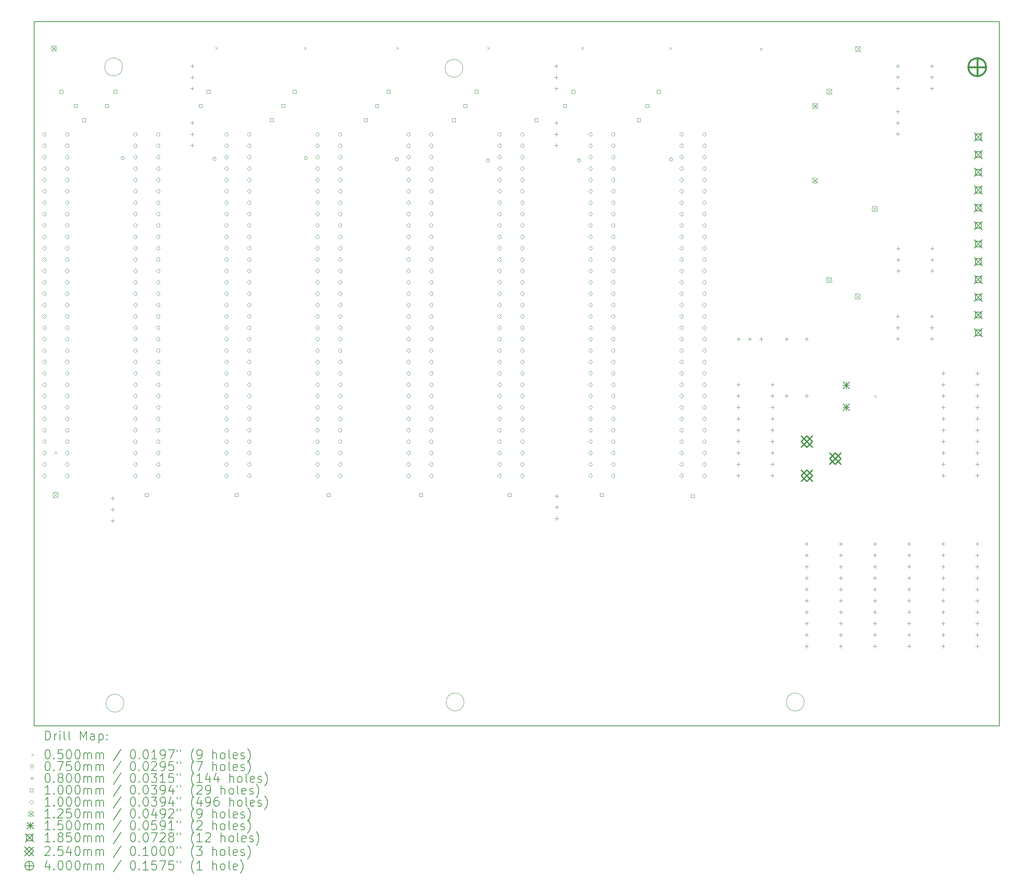
<source format=gbr>
%TF.GenerationSoftware,KiCad,Pcbnew,7.0.5*%
%TF.CreationDate,2023-08-20T22:51:19-05:00*%
%TF.ProjectId,ibm5161-backplane,69626d35-3136-4312-9d62-61636b706c61,rev?*%
%TF.SameCoordinates,Original*%
%TF.FileFunction,Drillmap*%
%TF.FilePolarity,Positive*%
%FSLAX45Y45*%
G04 Gerber Fmt 4.5, Leading zero omitted, Abs format (unit mm)*
G04 Created by KiCad (PCBNEW 7.0.5) date 2023-08-20 22:51:19*
%MOMM*%
%LPD*%
G01*
G04 APERTURE LIST*
%ADD10C,0.100000*%
%ADD11C,0.150000*%
%ADD12C,0.200000*%
%ADD13C,0.050000*%
%ADD14C,0.075000*%
%ADD15C,0.080000*%
%ADD16C,0.125000*%
%ADD17C,0.185000*%
%ADD18C,0.254000*%
%ADD19C,0.400000*%
G04 APERTURE END LIST*
D10*
X20188200Y-17038600D02*
G75*
G03*
X20188200Y-17038600I-200000J0D01*
G01*
X12568200Y-2890800D02*
G75*
G03*
X12568200Y-2890800I-200000J0D01*
G01*
X12593600Y-17038600D02*
G75*
G03*
X12593600Y-17038600I-200000J0D01*
G01*
X4999000Y-17064000D02*
G75*
G03*
X4999000Y-17064000I-200000J0D01*
G01*
X4970400Y-2859790D02*
G75*
G03*
X4970400Y-2859790I-200000J0D01*
G01*
D11*
X2996320Y-1844000D02*
X24545680Y-1844000D01*
X24545680Y-17566600D01*
X2996320Y-17566600D01*
X2996320Y-1844000D01*
D12*
D13*
X3455079Y-11440910D02*
X3505079Y-11490910D01*
X3505079Y-11440910D02*
X3455079Y-11490910D01*
X7044100Y-2417120D02*
X7094100Y-2467120D01*
X7094100Y-2417120D02*
X7044100Y-2467120D01*
X9025300Y-2417120D02*
X9075300Y-2467120D01*
X9075300Y-2417120D02*
X9025300Y-2467120D01*
X11082700Y-2417120D02*
X11132700Y-2467120D01*
X11132700Y-2417120D02*
X11082700Y-2467120D01*
X13114700Y-2417120D02*
X13164700Y-2467120D01*
X13164700Y-2417120D02*
X13114700Y-2467120D01*
X15210200Y-2417120D02*
X15260200Y-2467120D01*
X15260200Y-2417120D02*
X15210200Y-2467120D01*
X17178700Y-2417120D02*
X17228700Y-2467120D01*
X17228700Y-2417120D02*
X17178700Y-2467120D01*
X19198000Y-2436000D02*
X19248000Y-2486000D01*
X19248000Y-2436000D02*
X19198000Y-2486000D01*
X21748160Y-10186080D02*
X21798160Y-10236080D01*
X21798160Y-10186080D02*
X21748160Y-10236080D01*
D14*
X5011100Y-4897400D02*
G75*
G03*
X5011100Y-4897400I-37500J0D01*
G01*
X7060130Y-4914359D02*
G75*
G03*
X7060130Y-4914359I-37500J0D01*
G01*
X9100500Y-4897400D02*
G75*
G03*
X9100500Y-4897400I-37500J0D01*
G01*
X11132500Y-4922800D02*
G75*
G03*
X11132500Y-4922800I-37500J0D01*
G01*
X13164500Y-4948200D02*
G75*
G03*
X13164500Y-4948200I-37500J0D01*
G01*
X15196500Y-4948200D02*
G75*
G03*
X15196500Y-4948200I-37500J0D01*
G01*
X17253900Y-4922800D02*
G75*
G03*
X17253900Y-4922800I-37500J0D01*
G01*
D15*
X4745000Y-12452000D02*
X4745000Y-12532000D01*
X4705000Y-12492000D02*
X4785000Y-12492000D01*
X4745000Y-12698000D02*
X4745000Y-12778000D01*
X4705000Y-12738000D02*
X4785000Y-12738000D01*
X4745000Y-12952000D02*
X4745000Y-13032000D01*
X4705000Y-12992000D02*
X4785000Y-12992000D01*
X6523000Y-2800000D02*
X6523000Y-2880000D01*
X6483000Y-2840000D02*
X6563000Y-2840000D01*
X6523000Y-3054000D02*
X6523000Y-3134000D01*
X6483000Y-3094000D02*
X6563000Y-3094000D01*
X6523000Y-3300000D02*
X6523000Y-3380000D01*
X6483000Y-3340000D02*
X6563000Y-3340000D01*
X6523000Y-4070000D02*
X6523000Y-4150000D01*
X6483000Y-4110000D02*
X6563000Y-4110000D01*
X6523000Y-4324000D02*
X6523000Y-4404000D01*
X6483000Y-4364000D02*
X6563000Y-4364000D01*
X6523000Y-4570000D02*
X6523000Y-4650000D01*
X6483000Y-4610000D02*
X6563000Y-4610000D01*
X14651000Y-2800000D02*
X14651000Y-2880000D01*
X14611000Y-2840000D02*
X14691000Y-2840000D01*
X14651000Y-3054000D02*
X14651000Y-3134000D01*
X14611000Y-3094000D02*
X14691000Y-3094000D01*
X14651000Y-3300000D02*
X14651000Y-3380000D01*
X14611000Y-3340000D02*
X14691000Y-3340000D01*
X14651000Y-4070000D02*
X14651000Y-4150000D01*
X14611000Y-4110000D02*
X14691000Y-4110000D01*
X14651000Y-4324000D02*
X14651000Y-4404000D01*
X14611000Y-4364000D02*
X14691000Y-4364000D01*
X14651000Y-4570000D02*
X14651000Y-4650000D01*
X14611000Y-4610000D02*
X14691000Y-4610000D01*
X14660800Y-12399800D02*
X14660800Y-12479800D01*
X14620800Y-12439800D02*
X14700800Y-12439800D01*
X14660800Y-12645800D02*
X14660800Y-12725800D01*
X14620800Y-12685800D02*
X14700800Y-12685800D01*
X14660800Y-12899800D02*
X14660800Y-12979800D01*
X14620800Y-12939800D02*
X14700800Y-12939800D01*
X18715000Y-9912000D02*
X18715000Y-9992000D01*
X18675000Y-9952000D02*
X18755000Y-9952000D01*
X18715000Y-10166000D02*
X18715000Y-10246000D01*
X18675000Y-10206000D02*
X18755000Y-10206000D01*
X18715000Y-10420000D02*
X18715000Y-10500000D01*
X18675000Y-10460000D02*
X18755000Y-10460000D01*
X18715000Y-10674000D02*
X18715000Y-10754000D01*
X18675000Y-10714000D02*
X18755000Y-10714000D01*
X18715000Y-10928000D02*
X18715000Y-11008000D01*
X18675000Y-10968000D02*
X18755000Y-10968000D01*
X18715000Y-11182000D02*
X18715000Y-11262000D01*
X18675000Y-11222000D02*
X18755000Y-11222000D01*
X18715000Y-11436000D02*
X18715000Y-11516000D01*
X18675000Y-11476000D02*
X18755000Y-11476000D01*
X18715000Y-11690000D02*
X18715000Y-11770000D01*
X18675000Y-11730000D02*
X18755000Y-11730000D01*
X18715000Y-11944000D02*
X18715000Y-12024000D01*
X18675000Y-11984000D02*
X18755000Y-11984000D01*
X18723000Y-8896000D02*
X18723000Y-8976000D01*
X18683000Y-8936000D02*
X18763000Y-8936000D01*
X18969000Y-8896000D02*
X18969000Y-8976000D01*
X18929000Y-8936000D02*
X19009000Y-8936000D01*
X19223000Y-8896000D02*
X19223000Y-8976000D01*
X19183000Y-8936000D02*
X19263000Y-8936000D01*
X19477000Y-9912000D02*
X19477000Y-9992000D01*
X19437000Y-9952000D02*
X19517000Y-9952000D01*
X19477000Y-10166000D02*
X19477000Y-10246000D01*
X19437000Y-10206000D02*
X19517000Y-10206000D01*
X19477000Y-10420000D02*
X19477000Y-10500000D01*
X19437000Y-10460000D02*
X19517000Y-10460000D01*
X19477000Y-10674000D02*
X19477000Y-10754000D01*
X19437000Y-10714000D02*
X19517000Y-10714000D01*
X19477000Y-10928000D02*
X19477000Y-11008000D01*
X19437000Y-10968000D02*
X19517000Y-10968000D01*
X19477000Y-11182000D02*
X19477000Y-11262000D01*
X19437000Y-11222000D02*
X19517000Y-11222000D01*
X19477000Y-11436000D02*
X19477000Y-11516000D01*
X19437000Y-11476000D02*
X19517000Y-11476000D01*
X19477000Y-11690000D02*
X19477000Y-11770000D01*
X19437000Y-11730000D02*
X19517000Y-11730000D01*
X19477000Y-11944000D02*
X19477000Y-12024000D01*
X19437000Y-11984000D02*
X19517000Y-11984000D01*
X19794500Y-8896000D02*
X19794500Y-8976000D01*
X19754500Y-8936000D02*
X19834500Y-8936000D01*
X19794500Y-10166000D02*
X19794500Y-10246000D01*
X19754500Y-10206000D02*
X19834500Y-10206000D01*
X20239000Y-8896000D02*
X20239000Y-8976000D01*
X20199000Y-8936000D02*
X20279000Y-8936000D01*
X20239000Y-10166000D02*
X20239000Y-10246000D01*
X20199000Y-10206000D02*
X20279000Y-10206000D01*
X20239000Y-13468000D02*
X20239000Y-13548000D01*
X20199000Y-13508000D02*
X20279000Y-13508000D01*
X20239000Y-13722000D02*
X20239000Y-13802000D01*
X20199000Y-13762000D02*
X20279000Y-13762000D01*
X20239000Y-13976000D02*
X20239000Y-14056000D01*
X20199000Y-14016000D02*
X20279000Y-14016000D01*
X20239000Y-14230000D02*
X20239000Y-14310000D01*
X20199000Y-14270000D02*
X20279000Y-14270000D01*
X20239000Y-14484000D02*
X20239000Y-14564000D01*
X20199000Y-14524000D02*
X20279000Y-14524000D01*
X20239000Y-14738000D02*
X20239000Y-14818000D01*
X20199000Y-14778000D02*
X20279000Y-14778000D01*
X20239000Y-14992000D02*
X20239000Y-15072000D01*
X20199000Y-15032000D02*
X20279000Y-15032000D01*
X20239000Y-15246000D02*
X20239000Y-15326000D01*
X20199000Y-15286000D02*
X20279000Y-15286000D01*
X20239000Y-15500000D02*
X20239000Y-15580000D01*
X20199000Y-15540000D02*
X20279000Y-15540000D01*
X20239000Y-15754000D02*
X20239000Y-15834000D01*
X20199000Y-15794000D02*
X20279000Y-15794000D01*
X21001000Y-13468000D02*
X21001000Y-13548000D01*
X20961000Y-13508000D02*
X21041000Y-13508000D01*
X21001000Y-13722000D02*
X21001000Y-13802000D01*
X20961000Y-13762000D02*
X21041000Y-13762000D01*
X21001000Y-13976000D02*
X21001000Y-14056000D01*
X20961000Y-14016000D02*
X21041000Y-14016000D01*
X21001000Y-14230000D02*
X21001000Y-14310000D01*
X20961000Y-14270000D02*
X21041000Y-14270000D01*
X21001000Y-14484000D02*
X21001000Y-14564000D01*
X20961000Y-14524000D02*
X21041000Y-14524000D01*
X21001000Y-14738000D02*
X21001000Y-14818000D01*
X20961000Y-14778000D02*
X21041000Y-14778000D01*
X21001000Y-14992000D02*
X21001000Y-15072000D01*
X20961000Y-15032000D02*
X21041000Y-15032000D01*
X21001000Y-15246000D02*
X21001000Y-15326000D01*
X20961000Y-15286000D02*
X21041000Y-15286000D01*
X21001000Y-15500000D02*
X21001000Y-15580000D01*
X20961000Y-15540000D02*
X21041000Y-15540000D01*
X21001000Y-15754000D02*
X21001000Y-15834000D01*
X20961000Y-15794000D02*
X21041000Y-15794000D01*
X21763000Y-13468000D02*
X21763000Y-13548000D01*
X21723000Y-13508000D02*
X21803000Y-13508000D01*
X21763000Y-13722000D02*
X21763000Y-13802000D01*
X21723000Y-13762000D02*
X21803000Y-13762000D01*
X21763000Y-13976000D02*
X21763000Y-14056000D01*
X21723000Y-14016000D02*
X21803000Y-14016000D01*
X21763000Y-14230000D02*
X21763000Y-14310000D01*
X21723000Y-14270000D02*
X21803000Y-14270000D01*
X21763000Y-14484000D02*
X21763000Y-14564000D01*
X21723000Y-14524000D02*
X21803000Y-14524000D01*
X21763000Y-14738000D02*
X21763000Y-14818000D01*
X21723000Y-14778000D02*
X21803000Y-14778000D01*
X21763000Y-14992000D02*
X21763000Y-15072000D01*
X21723000Y-15032000D02*
X21803000Y-15032000D01*
X21763000Y-15246000D02*
X21763000Y-15326000D01*
X21723000Y-15286000D02*
X21803000Y-15286000D01*
X21763000Y-15500000D02*
X21763000Y-15580000D01*
X21723000Y-15540000D02*
X21803000Y-15540000D01*
X21763000Y-15754000D02*
X21763000Y-15834000D01*
X21723000Y-15794000D02*
X21803000Y-15794000D01*
X22271000Y-2800000D02*
X22271000Y-2880000D01*
X22231000Y-2840000D02*
X22311000Y-2840000D01*
X22271000Y-3046000D02*
X22271000Y-3126000D01*
X22231000Y-3086000D02*
X22311000Y-3086000D01*
X22271000Y-3300000D02*
X22271000Y-3380000D01*
X22231000Y-3340000D02*
X22311000Y-3340000D01*
X22271000Y-3816000D02*
X22271000Y-3896000D01*
X22231000Y-3856000D02*
X22311000Y-3856000D01*
X22271000Y-4070000D02*
X22271000Y-4150000D01*
X22231000Y-4110000D02*
X22311000Y-4110000D01*
X22271000Y-4316000D02*
X22271000Y-4396000D01*
X22231000Y-4356000D02*
X22311000Y-4356000D01*
X22271000Y-8388000D02*
X22271000Y-8468000D01*
X22231000Y-8428000D02*
X22311000Y-8428000D01*
X22271000Y-8642000D02*
X22271000Y-8722000D01*
X22231000Y-8682000D02*
X22311000Y-8682000D01*
X22271000Y-8888000D02*
X22271000Y-8968000D01*
X22231000Y-8928000D02*
X22311000Y-8928000D01*
X22286240Y-6872000D02*
X22286240Y-6952000D01*
X22246240Y-6912000D02*
X22326240Y-6912000D01*
X22286240Y-7126000D02*
X22286240Y-7206000D01*
X22246240Y-7166000D02*
X22326240Y-7166000D01*
X22286240Y-7372000D02*
X22286240Y-7452000D01*
X22246240Y-7412000D02*
X22326240Y-7412000D01*
X22525000Y-13468000D02*
X22525000Y-13548000D01*
X22485000Y-13508000D02*
X22565000Y-13508000D01*
X22525000Y-13722000D02*
X22525000Y-13802000D01*
X22485000Y-13762000D02*
X22565000Y-13762000D01*
X22525000Y-13976000D02*
X22525000Y-14056000D01*
X22485000Y-14016000D02*
X22565000Y-14016000D01*
X22525000Y-14230000D02*
X22525000Y-14310000D01*
X22485000Y-14270000D02*
X22565000Y-14270000D01*
X22525000Y-14484000D02*
X22525000Y-14564000D01*
X22485000Y-14524000D02*
X22565000Y-14524000D01*
X22525000Y-14738000D02*
X22525000Y-14818000D01*
X22485000Y-14778000D02*
X22565000Y-14778000D01*
X22525000Y-14992000D02*
X22525000Y-15072000D01*
X22485000Y-15032000D02*
X22565000Y-15032000D01*
X22525000Y-15246000D02*
X22525000Y-15326000D01*
X22485000Y-15286000D02*
X22565000Y-15286000D01*
X22525000Y-15500000D02*
X22525000Y-15580000D01*
X22485000Y-15540000D02*
X22565000Y-15540000D01*
X22525000Y-15754000D02*
X22525000Y-15834000D01*
X22485000Y-15794000D02*
X22565000Y-15794000D01*
X23033000Y-2800000D02*
X23033000Y-2880000D01*
X22993000Y-2840000D02*
X23073000Y-2840000D01*
X23033000Y-3046000D02*
X23033000Y-3126000D01*
X22993000Y-3086000D02*
X23073000Y-3086000D01*
X23033000Y-3300000D02*
X23033000Y-3380000D01*
X22993000Y-3340000D02*
X23073000Y-3340000D01*
X23033000Y-8388000D02*
X23033000Y-8468000D01*
X22993000Y-8428000D02*
X23073000Y-8428000D01*
X23033000Y-8642000D02*
X23033000Y-8722000D01*
X22993000Y-8682000D02*
X23073000Y-8682000D01*
X23033000Y-8888000D02*
X23033000Y-8968000D01*
X22993000Y-8928000D02*
X23073000Y-8928000D01*
X23043160Y-6869080D02*
X23043160Y-6949080D01*
X23003160Y-6909080D02*
X23083160Y-6909080D01*
X23043160Y-7123080D02*
X23043160Y-7203080D01*
X23003160Y-7163080D02*
X23083160Y-7163080D01*
X23043160Y-7369080D02*
X23043160Y-7449080D01*
X23003160Y-7409080D02*
X23083160Y-7409080D01*
X23287000Y-13468000D02*
X23287000Y-13548000D01*
X23247000Y-13508000D02*
X23327000Y-13508000D01*
X23287000Y-13722000D02*
X23287000Y-13802000D01*
X23247000Y-13762000D02*
X23327000Y-13762000D01*
X23287000Y-13976000D02*
X23287000Y-14056000D01*
X23247000Y-14016000D02*
X23327000Y-14016000D01*
X23287000Y-14230000D02*
X23287000Y-14310000D01*
X23247000Y-14270000D02*
X23327000Y-14270000D01*
X23287000Y-14484000D02*
X23287000Y-14564000D01*
X23247000Y-14524000D02*
X23327000Y-14524000D01*
X23287000Y-14738000D02*
X23287000Y-14818000D01*
X23247000Y-14778000D02*
X23327000Y-14778000D01*
X23287000Y-14992000D02*
X23287000Y-15072000D01*
X23247000Y-15032000D02*
X23327000Y-15032000D01*
X23287000Y-15246000D02*
X23287000Y-15326000D01*
X23247000Y-15286000D02*
X23327000Y-15286000D01*
X23287000Y-15500000D02*
X23287000Y-15580000D01*
X23247000Y-15540000D02*
X23327000Y-15540000D01*
X23287000Y-15754000D02*
X23287000Y-15834000D01*
X23247000Y-15794000D02*
X23327000Y-15794000D01*
X23291800Y-9658000D02*
X23291800Y-9738000D01*
X23251800Y-9698000D02*
X23331800Y-9698000D01*
X23291800Y-9912000D02*
X23291800Y-9992000D01*
X23251800Y-9952000D02*
X23331800Y-9952000D01*
X23291800Y-10166000D02*
X23291800Y-10246000D01*
X23251800Y-10206000D02*
X23331800Y-10206000D01*
X23291800Y-10420000D02*
X23291800Y-10500000D01*
X23251800Y-10460000D02*
X23331800Y-10460000D01*
X23291800Y-10674000D02*
X23291800Y-10754000D01*
X23251800Y-10714000D02*
X23331800Y-10714000D01*
X23291800Y-10928000D02*
X23291800Y-11008000D01*
X23251800Y-10968000D02*
X23331800Y-10968000D01*
X23291800Y-11182000D02*
X23291800Y-11262000D01*
X23251800Y-11222000D02*
X23331800Y-11222000D01*
X23291800Y-11436000D02*
X23291800Y-11516000D01*
X23251800Y-11476000D02*
X23331800Y-11476000D01*
X23291800Y-11690000D02*
X23291800Y-11770000D01*
X23251800Y-11730000D02*
X23331800Y-11730000D01*
X23291800Y-11944000D02*
X23291800Y-12024000D01*
X23251800Y-11984000D02*
X23331800Y-11984000D01*
X24049000Y-13468000D02*
X24049000Y-13548000D01*
X24009000Y-13508000D02*
X24089000Y-13508000D01*
X24049000Y-13722000D02*
X24049000Y-13802000D01*
X24009000Y-13762000D02*
X24089000Y-13762000D01*
X24049000Y-13976000D02*
X24049000Y-14056000D01*
X24009000Y-14016000D02*
X24089000Y-14016000D01*
X24049000Y-14230000D02*
X24049000Y-14310000D01*
X24009000Y-14270000D02*
X24089000Y-14270000D01*
X24049000Y-14484000D02*
X24049000Y-14564000D01*
X24009000Y-14524000D02*
X24089000Y-14524000D01*
X24049000Y-14738000D02*
X24049000Y-14818000D01*
X24009000Y-14778000D02*
X24089000Y-14778000D01*
X24049000Y-14992000D02*
X24049000Y-15072000D01*
X24009000Y-15032000D02*
X24089000Y-15032000D01*
X24049000Y-15246000D02*
X24049000Y-15326000D01*
X24009000Y-15286000D02*
X24089000Y-15286000D01*
X24049000Y-15500000D02*
X24049000Y-15580000D01*
X24009000Y-15540000D02*
X24089000Y-15540000D01*
X24049000Y-15754000D02*
X24049000Y-15834000D01*
X24009000Y-15794000D02*
X24089000Y-15794000D01*
X24053800Y-9658000D02*
X24053800Y-9738000D01*
X24013800Y-9698000D02*
X24093800Y-9698000D01*
X24053800Y-9912000D02*
X24053800Y-9992000D01*
X24013800Y-9952000D02*
X24093800Y-9952000D01*
X24053800Y-10166000D02*
X24053800Y-10246000D01*
X24013800Y-10206000D02*
X24093800Y-10206000D01*
X24053800Y-10420000D02*
X24053800Y-10500000D01*
X24013800Y-10460000D02*
X24093800Y-10460000D01*
X24053800Y-10674000D02*
X24053800Y-10754000D01*
X24013800Y-10714000D02*
X24093800Y-10714000D01*
X24053800Y-10928000D02*
X24053800Y-11008000D01*
X24013800Y-10968000D02*
X24093800Y-10968000D01*
X24053800Y-11182000D02*
X24053800Y-11262000D01*
X24013800Y-11222000D02*
X24093800Y-11222000D01*
X24053800Y-11436000D02*
X24053800Y-11516000D01*
X24013800Y-11476000D02*
X24093800Y-11476000D01*
X24053800Y-11690000D02*
X24053800Y-11770000D01*
X24013800Y-11730000D02*
X24093800Y-11730000D01*
X24053800Y-11944000D02*
X24053800Y-12024000D01*
X24013800Y-11984000D02*
X24093800Y-11984000D01*
D10*
X3637356Y-3446856D02*
X3637356Y-3376144D01*
X3566644Y-3376144D01*
X3566644Y-3446856D01*
X3637356Y-3446856D01*
X3954856Y-3764356D02*
X3954856Y-3693644D01*
X3884144Y-3693644D01*
X3884144Y-3764356D01*
X3954856Y-3764356D01*
X4145356Y-4081856D02*
X4145356Y-4011144D01*
X4074644Y-4011144D01*
X4074644Y-4081856D01*
X4145356Y-4081856D01*
X4653356Y-3764356D02*
X4653356Y-3693644D01*
X4582644Y-3693644D01*
X4582644Y-3764356D01*
X4653356Y-3764356D01*
X4843856Y-3446856D02*
X4843856Y-3376144D01*
X4773144Y-3376144D01*
X4773144Y-3446856D01*
X4843856Y-3446856D01*
X5542356Y-12451156D02*
X5542356Y-12380444D01*
X5471644Y-12380444D01*
X5471644Y-12451156D01*
X5542356Y-12451156D01*
X6748856Y-3764356D02*
X6748856Y-3693644D01*
X6678144Y-3693644D01*
X6678144Y-3764356D01*
X6748856Y-3764356D01*
X6921006Y-3446856D02*
X6921006Y-3376144D01*
X6850294Y-3376144D01*
X6850294Y-3446856D01*
X6921006Y-3446856D01*
X7548956Y-12451156D02*
X7548956Y-12380444D01*
X7478244Y-12380444D01*
X7478244Y-12451156D01*
X7548956Y-12451156D01*
X8336356Y-4081856D02*
X8336356Y-4011144D01*
X8265644Y-4011144D01*
X8265644Y-4081856D01*
X8336356Y-4081856D01*
X8590356Y-3764356D02*
X8590356Y-3693644D01*
X8519644Y-3693644D01*
X8519644Y-3764356D01*
X8590356Y-3764356D01*
X8844356Y-3446856D02*
X8844356Y-3376144D01*
X8773644Y-3376144D01*
X8773644Y-3446856D01*
X8844356Y-3446856D01*
X9606356Y-12451156D02*
X9606356Y-12380444D01*
X9535644Y-12380444D01*
X9535644Y-12451156D01*
X9606356Y-12451156D01*
X10431856Y-4081856D02*
X10431856Y-4011144D01*
X10361144Y-4011144D01*
X10361144Y-4081856D01*
X10431856Y-4081856D01*
X10685856Y-3764356D02*
X10685856Y-3693644D01*
X10615144Y-3693644D01*
X10615144Y-3764356D01*
X10685856Y-3764356D01*
X10939856Y-3446856D02*
X10939856Y-3376144D01*
X10869144Y-3376144D01*
X10869144Y-3446856D01*
X10939856Y-3446856D01*
X11663756Y-12451156D02*
X11663756Y-12380444D01*
X11593044Y-12380444D01*
X11593044Y-12451156D01*
X11663756Y-12451156D01*
X12400356Y-4081856D02*
X12400356Y-4011144D01*
X12329644Y-4011144D01*
X12329644Y-4081856D01*
X12400356Y-4081856D01*
X12654356Y-3764356D02*
X12654356Y-3693644D01*
X12583644Y-3693644D01*
X12583644Y-3764356D01*
X12654356Y-3764356D01*
X12905356Y-3446856D02*
X12905356Y-3376144D01*
X12834644Y-3376144D01*
X12834644Y-3446856D01*
X12905356Y-3446856D01*
X13644956Y-12451156D02*
X13644956Y-12380444D01*
X13574244Y-12380444D01*
X13574244Y-12451156D01*
X13644956Y-12451156D01*
X14241856Y-4081856D02*
X14241856Y-4011144D01*
X14171144Y-4011144D01*
X14171144Y-4081856D01*
X14241856Y-4081856D01*
X14876856Y-3764356D02*
X14876856Y-3693644D01*
X14806144Y-3693644D01*
X14806144Y-3764356D01*
X14876856Y-3764356D01*
X15067356Y-3446856D02*
X15067356Y-3376144D01*
X14996644Y-3376144D01*
X14996644Y-3446856D01*
X15067356Y-3446856D01*
X15702356Y-12451156D02*
X15702356Y-12380444D01*
X15631644Y-12380444D01*
X15631644Y-12451156D01*
X15702356Y-12451156D01*
X16527856Y-4081856D02*
X16527856Y-4011144D01*
X16457144Y-4011144D01*
X16457144Y-4081856D01*
X16527856Y-4081856D01*
X16718356Y-3764356D02*
X16718356Y-3693644D01*
X16647644Y-3693644D01*
X16647644Y-3764356D01*
X16718356Y-3764356D01*
X16972356Y-3446856D02*
X16972356Y-3376144D01*
X16901644Y-3376144D01*
X16901644Y-3446856D01*
X16972356Y-3446856D01*
X17734356Y-12476556D02*
X17734356Y-12405844D01*
X17663644Y-12405844D01*
X17663644Y-12476556D01*
X17734356Y-12476556D01*
X3221000Y-4414000D02*
X3271000Y-4364000D01*
X3221000Y-4314000D01*
X3171000Y-4364000D01*
X3221000Y-4414000D01*
X3221000Y-4668000D02*
X3271000Y-4618000D01*
X3221000Y-4568000D01*
X3171000Y-4618000D01*
X3221000Y-4668000D01*
X3221000Y-4922000D02*
X3271000Y-4872000D01*
X3221000Y-4822000D01*
X3171000Y-4872000D01*
X3221000Y-4922000D01*
X3221000Y-5176000D02*
X3271000Y-5126000D01*
X3221000Y-5076000D01*
X3171000Y-5126000D01*
X3221000Y-5176000D01*
X3221000Y-5430000D02*
X3271000Y-5380000D01*
X3221000Y-5330000D01*
X3171000Y-5380000D01*
X3221000Y-5430000D01*
X3221000Y-5684000D02*
X3271000Y-5634000D01*
X3221000Y-5584000D01*
X3171000Y-5634000D01*
X3221000Y-5684000D01*
X3221000Y-5938000D02*
X3271000Y-5888000D01*
X3221000Y-5838000D01*
X3171000Y-5888000D01*
X3221000Y-5938000D01*
X3221000Y-6192000D02*
X3271000Y-6142000D01*
X3221000Y-6092000D01*
X3171000Y-6142000D01*
X3221000Y-6192000D01*
X3221000Y-6446000D02*
X3271000Y-6396000D01*
X3221000Y-6346000D01*
X3171000Y-6396000D01*
X3221000Y-6446000D01*
X3221000Y-6700000D02*
X3271000Y-6650000D01*
X3221000Y-6600000D01*
X3171000Y-6650000D01*
X3221000Y-6700000D01*
X3221000Y-6954000D02*
X3271000Y-6904000D01*
X3221000Y-6854000D01*
X3171000Y-6904000D01*
X3221000Y-6954000D01*
X3221000Y-7208000D02*
X3271000Y-7158000D01*
X3221000Y-7108000D01*
X3171000Y-7158000D01*
X3221000Y-7208000D01*
X3221000Y-7462000D02*
X3271000Y-7412000D01*
X3221000Y-7362000D01*
X3171000Y-7412000D01*
X3221000Y-7462000D01*
X3221000Y-7716000D02*
X3271000Y-7666000D01*
X3221000Y-7616000D01*
X3171000Y-7666000D01*
X3221000Y-7716000D01*
X3221000Y-7970000D02*
X3271000Y-7920000D01*
X3221000Y-7870000D01*
X3171000Y-7920000D01*
X3221000Y-7970000D01*
X3221000Y-8224000D02*
X3271000Y-8174000D01*
X3221000Y-8124000D01*
X3171000Y-8174000D01*
X3221000Y-8224000D01*
X3221000Y-8478000D02*
X3271000Y-8428000D01*
X3221000Y-8378000D01*
X3171000Y-8428000D01*
X3221000Y-8478000D01*
X3221000Y-8732000D02*
X3271000Y-8682000D01*
X3221000Y-8632000D01*
X3171000Y-8682000D01*
X3221000Y-8732000D01*
X3221000Y-8986000D02*
X3271000Y-8936000D01*
X3221000Y-8886000D01*
X3171000Y-8936000D01*
X3221000Y-8986000D01*
X3221000Y-9240000D02*
X3271000Y-9190000D01*
X3221000Y-9140000D01*
X3171000Y-9190000D01*
X3221000Y-9240000D01*
X3221000Y-9494000D02*
X3271000Y-9444000D01*
X3221000Y-9394000D01*
X3171000Y-9444000D01*
X3221000Y-9494000D01*
X3221000Y-9748000D02*
X3271000Y-9698000D01*
X3221000Y-9648000D01*
X3171000Y-9698000D01*
X3221000Y-9748000D01*
X3221000Y-10002000D02*
X3271000Y-9952000D01*
X3221000Y-9902000D01*
X3171000Y-9952000D01*
X3221000Y-10002000D01*
X3221000Y-10256000D02*
X3271000Y-10206000D01*
X3221000Y-10156000D01*
X3171000Y-10206000D01*
X3221000Y-10256000D01*
X3221000Y-10510000D02*
X3271000Y-10460000D01*
X3221000Y-10410000D01*
X3171000Y-10460000D01*
X3221000Y-10510000D01*
X3221000Y-10764000D02*
X3271000Y-10714000D01*
X3221000Y-10664000D01*
X3171000Y-10714000D01*
X3221000Y-10764000D01*
X3221000Y-11018000D02*
X3271000Y-10968000D01*
X3221000Y-10918000D01*
X3171000Y-10968000D01*
X3221000Y-11018000D01*
X3221000Y-11272000D02*
X3271000Y-11222000D01*
X3221000Y-11172000D01*
X3171000Y-11222000D01*
X3221000Y-11272000D01*
X3221000Y-11526000D02*
X3271000Y-11476000D01*
X3221000Y-11426000D01*
X3171000Y-11476000D01*
X3221000Y-11526000D01*
X3221000Y-11780000D02*
X3271000Y-11730000D01*
X3221000Y-11680000D01*
X3171000Y-11730000D01*
X3221000Y-11780000D01*
X3221000Y-12034000D02*
X3271000Y-11984000D01*
X3221000Y-11934000D01*
X3171000Y-11984000D01*
X3221000Y-12034000D01*
X3729000Y-4414000D02*
X3779000Y-4364000D01*
X3729000Y-4314000D01*
X3679000Y-4364000D01*
X3729000Y-4414000D01*
X3729000Y-4668000D02*
X3779000Y-4618000D01*
X3729000Y-4568000D01*
X3679000Y-4618000D01*
X3729000Y-4668000D01*
X3729000Y-4922000D02*
X3779000Y-4872000D01*
X3729000Y-4822000D01*
X3679000Y-4872000D01*
X3729000Y-4922000D01*
X3729000Y-5176000D02*
X3779000Y-5126000D01*
X3729000Y-5076000D01*
X3679000Y-5126000D01*
X3729000Y-5176000D01*
X3729000Y-5430000D02*
X3779000Y-5380000D01*
X3729000Y-5330000D01*
X3679000Y-5380000D01*
X3729000Y-5430000D01*
X3729000Y-5684000D02*
X3779000Y-5634000D01*
X3729000Y-5584000D01*
X3679000Y-5634000D01*
X3729000Y-5684000D01*
X3729000Y-5938000D02*
X3779000Y-5888000D01*
X3729000Y-5838000D01*
X3679000Y-5888000D01*
X3729000Y-5938000D01*
X3729000Y-6192000D02*
X3779000Y-6142000D01*
X3729000Y-6092000D01*
X3679000Y-6142000D01*
X3729000Y-6192000D01*
X3729000Y-6446000D02*
X3779000Y-6396000D01*
X3729000Y-6346000D01*
X3679000Y-6396000D01*
X3729000Y-6446000D01*
X3729000Y-6700000D02*
X3779000Y-6650000D01*
X3729000Y-6600000D01*
X3679000Y-6650000D01*
X3729000Y-6700000D01*
X3729000Y-6954000D02*
X3779000Y-6904000D01*
X3729000Y-6854000D01*
X3679000Y-6904000D01*
X3729000Y-6954000D01*
X3729000Y-7208000D02*
X3779000Y-7158000D01*
X3729000Y-7108000D01*
X3679000Y-7158000D01*
X3729000Y-7208000D01*
X3729000Y-7462000D02*
X3779000Y-7412000D01*
X3729000Y-7362000D01*
X3679000Y-7412000D01*
X3729000Y-7462000D01*
X3729000Y-7716000D02*
X3779000Y-7666000D01*
X3729000Y-7616000D01*
X3679000Y-7666000D01*
X3729000Y-7716000D01*
X3729000Y-7970000D02*
X3779000Y-7920000D01*
X3729000Y-7870000D01*
X3679000Y-7920000D01*
X3729000Y-7970000D01*
X3729000Y-8224000D02*
X3779000Y-8174000D01*
X3729000Y-8124000D01*
X3679000Y-8174000D01*
X3729000Y-8224000D01*
X3729000Y-8478000D02*
X3779000Y-8428000D01*
X3729000Y-8378000D01*
X3679000Y-8428000D01*
X3729000Y-8478000D01*
X3729000Y-8732000D02*
X3779000Y-8682000D01*
X3729000Y-8632000D01*
X3679000Y-8682000D01*
X3729000Y-8732000D01*
X3729000Y-8986000D02*
X3779000Y-8936000D01*
X3729000Y-8886000D01*
X3679000Y-8936000D01*
X3729000Y-8986000D01*
X3729000Y-9240000D02*
X3779000Y-9190000D01*
X3729000Y-9140000D01*
X3679000Y-9190000D01*
X3729000Y-9240000D01*
X3729000Y-9494000D02*
X3779000Y-9444000D01*
X3729000Y-9394000D01*
X3679000Y-9444000D01*
X3729000Y-9494000D01*
X3729000Y-9748000D02*
X3779000Y-9698000D01*
X3729000Y-9648000D01*
X3679000Y-9698000D01*
X3729000Y-9748000D01*
X3729000Y-10002000D02*
X3779000Y-9952000D01*
X3729000Y-9902000D01*
X3679000Y-9952000D01*
X3729000Y-10002000D01*
X3729000Y-10256000D02*
X3779000Y-10206000D01*
X3729000Y-10156000D01*
X3679000Y-10206000D01*
X3729000Y-10256000D01*
X3729000Y-10510000D02*
X3779000Y-10460000D01*
X3729000Y-10410000D01*
X3679000Y-10460000D01*
X3729000Y-10510000D01*
X3729000Y-10764000D02*
X3779000Y-10714000D01*
X3729000Y-10664000D01*
X3679000Y-10714000D01*
X3729000Y-10764000D01*
X3729000Y-11018000D02*
X3779000Y-10968000D01*
X3729000Y-10918000D01*
X3679000Y-10968000D01*
X3729000Y-11018000D01*
X3729000Y-11272000D02*
X3779000Y-11222000D01*
X3729000Y-11172000D01*
X3679000Y-11222000D01*
X3729000Y-11272000D01*
X3729000Y-11526000D02*
X3779000Y-11476000D01*
X3729000Y-11426000D01*
X3679000Y-11476000D01*
X3729000Y-11526000D01*
X3729000Y-11780000D02*
X3779000Y-11730000D01*
X3729000Y-11680000D01*
X3679000Y-11730000D01*
X3729000Y-11780000D01*
X3729000Y-12034000D02*
X3779000Y-11984000D01*
X3729000Y-11934000D01*
X3679000Y-11984000D01*
X3729000Y-12034000D01*
X5253000Y-4414000D02*
X5303000Y-4364000D01*
X5253000Y-4314000D01*
X5203000Y-4364000D01*
X5253000Y-4414000D01*
X5253000Y-4668000D02*
X5303000Y-4618000D01*
X5253000Y-4568000D01*
X5203000Y-4618000D01*
X5253000Y-4668000D01*
X5253000Y-4922000D02*
X5303000Y-4872000D01*
X5253000Y-4822000D01*
X5203000Y-4872000D01*
X5253000Y-4922000D01*
X5253000Y-5176000D02*
X5303000Y-5126000D01*
X5253000Y-5076000D01*
X5203000Y-5126000D01*
X5253000Y-5176000D01*
X5253000Y-5430000D02*
X5303000Y-5380000D01*
X5253000Y-5330000D01*
X5203000Y-5380000D01*
X5253000Y-5430000D01*
X5253000Y-5684000D02*
X5303000Y-5634000D01*
X5253000Y-5584000D01*
X5203000Y-5634000D01*
X5253000Y-5684000D01*
X5253000Y-5938000D02*
X5303000Y-5888000D01*
X5253000Y-5838000D01*
X5203000Y-5888000D01*
X5253000Y-5938000D01*
X5253000Y-6192000D02*
X5303000Y-6142000D01*
X5253000Y-6092000D01*
X5203000Y-6142000D01*
X5253000Y-6192000D01*
X5253000Y-6446000D02*
X5303000Y-6396000D01*
X5253000Y-6346000D01*
X5203000Y-6396000D01*
X5253000Y-6446000D01*
X5253000Y-6700000D02*
X5303000Y-6650000D01*
X5253000Y-6600000D01*
X5203000Y-6650000D01*
X5253000Y-6700000D01*
X5253000Y-6954000D02*
X5303000Y-6904000D01*
X5253000Y-6854000D01*
X5203000Y-6904000D01*
X5253000Y-6954000D01*
X5253000Y-7208000D02*
X5303000Y-7158000D01*
X5253000Y-7108000D01*
X5203000Y-7158000D01*
X5253000Y-7208000D01*
X5253000Y-7462000D02*
X5303000Y-7412000D01*
X5253000Y-7362000D01*
X5203000Y-7412000D01*
X5253000Y-7462000D01*
X5253000Y-7716000D02*
X5303000Y-7666000D01*
X5253000Y-7616000D01*
X5203000Y-7666000D01*
X5253000Y-7716000D01*
X5253000Y-7970000D02*
X5303000Y-7920000D01*
X5253000Y-7870000D01*
X5203000Y-7920000D01*
X5253000Y-7970000D01*
X5253000Y-8224000D02*
X5303000Y-8174000D01*
X5253000Y-8124000D01*
X5203000Y-8174000D01*
X5253000Y-8224000D01*
X5253000Y-8478000D02*
X5303000Y-8428000D01*
X5253000Y-8378000D01*
X5203000Y-8428000D01*
X5253000Y-8478000D01*
X5253000Y-8732000D02*
X5303000Y-8682000D01*
X5253000Y-8632000D01*
X5203000Y-8682000D01*
X5253000Y-8732000D01*
X5253000Y-8986000D02*
X5303000Y-8936000D01*
X5253000Y-8886000D01*
X5203000Y-8936000D01*
X5253000Y-8986000D01*
X5253000Y-9240000D02*
X5303000Y-9190000D01*
X5253000Y-9140000D01*
X5203000Y-9190000D01*
X5253000Y-9240000D01*
X5253000Y-9494000D02*
X5303000Y-9444000D01*
X5253000Y-9394000D01*
X5203000Y-9444000D01*
X5253000Y-9494000D01*
X5253000Y-9748000D02*
X5303000Y-9698000D01*
X5253000Y-9648000D01*
X5203000Y-9698000D01*
X5253000Y-9748000D01*
X5253000Y-10002000D02*
X5303000Y-9952000D01*
X5253000Y-9902000D01*
X5203000Y-9952000D01*
X5253000Y-10002000D01*
X5253000Y-10256000D02*
X5303000Y-10206000D01*
X5253000Y-10156000D01*
X5203000Y-10206000D01*
X5253000Y-10256000D01*
X5253000Y-10510000D02*
X5303000Y-10460000D01*
X5253000Y-10410000D01*
X5203000Y-10460000D01*
X5253000Y-10510000D01*
X5253000Y-10764000D02*
X5303000Y-10714000D01*
X5253000Y-10664000D01*
X5203000Y-10714000D01*
X5253000Y-10764000D01*
X5253000Y-11018000D02*
X5303000Y-10968000D01*
X5253000Y-10918000D01*
X5203000Y-10968000D01*
X5253000Y-11018000D01*
X5253000Y-11272000D02*
X5303000Y-11222000D01*
X5253000Y-11172000D01*
X5203000Y-11222000D01*
X5253000Y-11272000D01*
X5253000Y-11526000D02*
X5303000Y-11476000D01*
X5253000Y-11426000D01*
X5203000Y-11476000D01*
X5253000Y-11526000D01*
X5253000Y-11780000D02*
X5303000Y-11730000D01*
X5253000Y-11680000D01*
X5203000Y-11730000D01*
X5253000Y-11780000D01*
X5253000Y-12034000D02*
X5303000Y-11984000D01*
X5253000Y-11934000D01*
X5203000Y-11984000D01*
X5253000Y-12034000D01*
X5761000Y-4414000D02*
X5811000Y-4364000D01*
X5761000Y-4314000D01*
X5711000Y-4364000D01*
X5761000Y-4414000D01*
X5761000Y-4668000D02*
X5811000Y-4618000D01*
X5761000Y-4568000D01*
X5711000Y-4618000D01*
X5761000Y-4668000D01*
X5761000Y-4922000D02*
X5811000Y-4872000D01*
X5761000Y-4822000D01*
X5711000Y-4872000D01*
X5761000Y-4922000D01*
X5761000Y-5176000D02*
X5811000Y-5126000D01*
X5761000Y-5076000D01*
X5711000Y-5126000D01*
X5761000Y-5176000D01*
X5761000Y-5430000D02*
X5811000Y-5380000D01*
X5761000Y-5330000D01*
X5711000Y-5380000D01*
X5761000Y-5430000D01*
X5761000Y-5684000D02*
X5811000Y-5634000D01*
X5761000Y-5584000D01*
X5711000Y-5634000D01*
X5761000Y-5684000D01*
X5761000Y-5938000D02*
X5811000Y-5888000D01*
X5761000Y-5838000D01*
X5711000Y-5888000D01*
X5761000Y-5938000D01*
X5761000Y-6192000D02*
X5811000Y-6142000D01*
X5761000Y-6092000D01*
X5711000Y-6142000D01*
X5761000Y-6192000D01*
X5761000Y-6446000D02*
X5811000Y-6396000D01*
X5761000Y-6346000D01*
X5711000Y-6396000D01*
X5761000Y-6446000D01*
X5761000Y-6700000D02*
X5811000Y-6650000D01*
X5761000Y-6600000D01*
X5711000Y-6650000D01*
X5761000Y-6700000D01*
X5761000Y-6954000D02*
X5811000Y-6904000D01*
X5761000Y-6854000D01*
X5711000Y-6904000D01*
X5761000Y-6954000D01*
X5761000Y-7208000D02*
X5811000Y-7158000D01*
X5761000Y-7108000D01*
X5711000Y-7158000D01*
X5761000Y-7208000D01*
X5761000Y-7462000D02*
X5811000Y-7412000D01*
X5761000Y-7362000D01*
X5711000Y-7412000D01*
X5761000Y-7462000D01*
X5761000Y-7716000D02*
X5811000Y-7666000D01*
X5761000Y-7616000D01*
X5711000Y-7666000D01*
X5761000Y-7716000D01*
X5761000Y-7970000D02*
X5811000Y-7920000D01*
X5761000Y-7870000D01*
X5711000Y-7920000D01*
X5761000Y-7970000D01*
X5761000Y-8224000D02*
X5811000Y-8174000D01*
X5761000Y-8124000D01*
X5711000Y-8174000D01*
X5761000Y-8224000D01*
X5761000Y-8478000D02*
X5811000Y-8428000D01*
X5761000Y-8378000D01*
X5711000Y-8428000D01*
X5761000Y-8478000D01*
X5761000Y-8732000D02*
X5811000Y-8682000D01*
X5761000Y-8632000D01*
X5711000Y-8682000D01*
X5761000Y-8732000D01*
X5761000Y-8986000D02*
X5811000Y-8936000D01*
X5761000Y-8886000D01*
X5711000Y-8936000D01*
X5761000Y-8986000D01*
X5761000Y-9240000D02*
X5811000Y-9190000D01*
X5761000Y-9140000D01*
X5711000Y-9190000D01*
X5761000Y-9240000D01*
X5761000Y-9494000D02*
X5811000Y-9444000D01*
X5761000Y-9394000D01*
X5711000Y-9444000D01*
X5761000Y-9494000D01*
X5761000Y-9748000D02*
X5811000Y-9698000D01*
X5761000Y-9648000D01*
X5711000Y-9698000D01*
X5761000Y-9748000D01*
X5761000Y-10002000D02*
X5811000Y-9952000D01*
X5761000Y-9902000D01*
X5711000Y-9952000D01*
X5761000Y-10002000D01*
X5761000Y-10256000D02*
X5811000Y-10206000D01*
X5761000Y-10156000D01*
X5711000Y-10206000D01*
X5761000Y-10256000D01*
X5761000Y-10510000D02*
X5811000Y-10460000D01*
X5761000Y-10410000D01*
X5711000Y-10460000D01*
X5761000Y-10510000D01*
X5761000Y-10764000D02*
X5811000Y-10714000D01*
X5761000Y-10664000D01*
X5711000Y-10714000D01*
X5761000Y-10764000D01*
X5761000Y-11018000D02*
X5811000Y-10968000D01*
X5761000Y-10918000D01*
X5711000Y-10968000D01*
X5761000Y-11018000D01*
X5761000Y-11272000D02*
X5811000Y-11222000D01*
X5761000Y-11172000D01*
X5711000Y-11222000D01*
X5761000Y-11272000D01*
X5761000Y-11526000D02*
X5811000Y-11476000D01*
X5761000Y-11426000D01*
X5711000Y-11476000D01*
X5761000Y-11526000D01*
X5761000Y-11780000D02*
X5811000Y-11730000D01*
X5761000Y-11680000D01*
X5711000Y-11730000D01*
X5761000Y-11780000D01*
X5761000Y-12034000D02*
X5811000Y-11984000D01*
X5761000Y-11934000D01*
X5711000Y-11984000D01*
X5761000Y-12034000D01*
X7285000Y-4414000D02*
X7335000Y-4364000D01*
X7285000Y-4314000D01*
X7235000Y-4364000D01*
X7285000Y-4414000D01*
X7285000Y-4668000D02*
X7335000Y-4618000D01*
X7285000Y-4568000D01*
X7235000Y-4618000D01*
X7285000Y-4668000D01*
X7285000Y-4922000D02*
X7335000Y-4872000D01*
X7285000Y-4822000D01*
X7235000Y-4872000D01*
X7285000Y-4922000D01*
X7285000Y-5176000D02*
X7335000Y-5126000D01*
X7285000Y-5076000D01*
X7235000Y-5126000D01*
X7285000Y-5176000D01*
X7285000Y-5430000D02*
X7335000Y-5380000D01*
X7285000Y-5330000D01*
X7235000Y-5380000D01*
X7285000Y-5430000D01*
X7285000Y-5684000D02*
X7335000Y-5634000D01*
X7285000Y-5584000D01*
X7235000Y-5634000D01*
X7285000Y-5684000D01*
X7285000Y-5938000D02*
X7335000Y-5888000D01*
X7285000Y-5838000D01*
X7235000Y-5888000D01*
X7285000Y-5938000D01*
X7285000Y-6192000D02*
X7335000Y-6142000D01*
X7285000Y-6092000D01*
X7235000Y-6142000D01*
X7285000Y-6192000D01*
X7285000Y-6446000D02*
X7335000Y-6396000D01*
X7285000Y-6346000D01*
X7235000Y-6396000D01*
X7285000Y-6446000D01*
X7285000Y-6700000D02*
X7335000Y-6650000D01*
X7285000Y-6600000D01*
X7235000Y-6650000D01*
X7285000Y-6700000D01*
X7285000Y-6954000D02*
X7335000Y-6904000D01*
X7285000Y-6854000D01*
X7235000Y-6904000D01*
X7285000Y-6954000D01*
X7285000Y-7208000D02*
X7335000Y-7158000D01*
X7285000Y-7108000D01*
X7235000Y-7158000D01*
X7285000Y-7208000D01*
X7285000Y-7462000D02*
X7335000Y-7412000D01*
X7285000Y-7362000D01*
X7235000Y-7412000D01*
X7285000Y-7462000D01*
X7285000Y-7716000D02*
X7335000Y-7666000D01*
X7285000Y-7616000D01*
X7235000Y-7666000D01*
X7285000Y-7716000D01*
X7285000Y-7970000D02*
X7335000Y-7920000D01*
X7285000Y-7870000D01*
X7235000Y-7920000D01*
X7285000Y-7970000D01*
X7285000Y-8224000D02*
X7335000Y-8174000D01*
X7285000Y-8124000D01*
X7235000Y-8174000D01*
X7285000Y-8224000D01*
X7285000Y-8478000D02*
X7335000Y-8428000D01*
X7285000Y-8378000D01*
X7235000Y-8428000D01*
X7285000Y-8478000D01*
X7285000Y-8732000D02*
X7335000Y-8682000D01*
X7285000Y-8632000D01*
X7235000Y-8682000D01*
X7285000Y-8732000D01*
X7285000Y-8986000D02*
X7335000Y-8936000D01*
X7285000Y-8886000D01*
X7235000Y-8936000D01*
X7285000Y-8986000D01*
X7285000Y-9240000D02*
X7335000Y-9190000D01*
X7285000Y-9140000D01*
X7235000Y-9190000D01*
X7285000Y-9240000D01*
X7285000Y-9494000D02*
X7335000Y-9444000D01*
X7285000Y-9394000D01*
X7235000Y-9444000D01*
X7285000Y-9494000D01*
X7285000Y-9748000D02*
X7335000Y-9698000D01*
X7285000Y-9648000D01*
X7235000Y-9698000D01*
X7285000Y-9748000D01*
X7285000Y-10002000D02*
X7335000Y-9952000D01*
X7285000Y-9902000D01*
X7235000Y-9952000D01*
X7285000Y-10002000D01*
X7285000Y-10256000D02*
X7335000Y-10206000D01*
X7285000Y-10156000D01*
X7235000Y-10206000D01*
X7285000Y-10256000D01*
X7285000Y-10510000D02*
X7335000Y-10460000D01*
X7285000Y-10410000D01*
X7235000Y-10460000D01*
X7285000Y-10510000D01*
X7285000Y-10764000D02*
X7335000Y-10714000D01*
X7285000Y-10664000D01*
X7235000Y-10714000D01*
X7285000Y-10764000D01*
X7285000Y-11018000D02*
X7335000Y-10968000D01*
X7285000Y-10918000D01*
X7235000Y-10968000D01*
X7285000Y-11018000D01*
X7285000Y-11272000D02*
X7335000Y-11222000D01*
X7285000Y-11172000D01*
X7235000Y-11222000D01*
X7285000Y-11272000D01*
X7285000Y-11526000D02*
X7335000Y-11476000D01*
X7285000Y-11426000D01*
X7235000Y-11476000D01*
X7285000Y-11526000D01*
X7285000Y-11780000D02*
X7335000Y-11730000D01*
X7285000Y-11680000D01*
X7235000Y-11730000D01*
X7285000Y-11780000D01*
X7285000Y-12034000D02*
X7335000Y-11984000D01*
X7285000Y-11934000D01*
X7235000Y-11984000D01*
X7285000Y-12034000D01*
X7793000Y-4414000D02*
X7843000Y-4364000D01*
X7793000Y-4314000D01*
X7743000Y-4364000D01*
X7793000Y-4414000D01*
X7793000Y-4668000D02*
X7843000Y-4618000D01*
X7793000Y-4568000D01*
X7743000Y-4618000D01*
X7793000Y-4668000D01*
X7793000Y-4922000D02*
X7843000Y-4872000D01*
X7793000Y-4822000D01*
X7743000Y-4872000D01*
X7793000Y-4922000D01*
X7793000Y-5176000D02*
X7843000Y-5126000D01*
X7793000Y-5076000D01*
X7743000Y-5126000D01*
X7793000Y-5176000D01*
X7793000Y-5430000D02*
X7843000Y-5380000D01*
X7793000Y-5330000D01*
X7743000Y-5380000D01*
X7793000Y-5430000D01*
X7793000Y-5684000D02*
X7843000Y-5634000D01*
X7793000Y-5584000D01*
X7743000Y-5634000D01*
X7793000Y-5684000D01*
X7793000Y-5938000D02*
X7843000Y-5888000D01*
X7793000Y-5838000D01*
X7743000Y-5888000D01*
X7793000Y-5938000D01*
X7793000Y-6192000D02*
X7843000Y-6142000D01*
X7793000Y-6092000D01*
X7743000Y-6142000D01*
X7793000Y-6192000D01*
X7793000Y-6446000D02*
X7843000Y-6396000D01*
X7793000Y-6346000D01*
X7743000Y-6396000D01*
X7793000Y-6446000D01*
X7793000Y-6700000D02*
X7843000Y-6650000D01*
X7793000Y-6600000D01*
X7743000Y-6650000D01*
X7793000Y-6700000D01*
X7793000Y-6954000D02*
X7843000Y-6904000D01*
X7793000Y-6854000D01*
X7743000Y-6904000D01*
X7793000Y-6954000D01*
X7793000Y-7208000D02*
X7843000Y-7158000D01*
X7793000Y-7108000D01*
X7743000Y-7158000D01*
X7793000Y-7208000D01*
X7793000Y-7462000D02*
X7843000Y-7412000D01*
X7793000Y-7362000D01*
X7743000Y-7412000D01*
X7793000Y-7462000D01*
X7793000Y-7716000D02*
X7843000Y-7666000D01*
X7793000Y-7616000D01*
X7743000Y-7666000D01*
X7793000Y-7716000D01*
X7793000Y-7970000D02*
X7843000Y-7920000D01*
X7793000Y-7870000D01*
X7743000Y-7920000D01*
X7793000Y-7970000D01*
X7793000Y-8224000D02*
X7843000Y-8174000D01*
X7793000Y-8124000D01*
X7743000Y-8174000D01*
X7793000Y-8224000D01*
X7793000Y-8478000D02*
X7843000Y-8428000D01*
X7793000Y-8378000D01*
X7743000Y-8428000D01*
X7793000Y-8478000D01*
X7793000Y-8732000D02*
X7843000Y-8682000D01*
X7793000Y-8632000D01*
X7743000Y-8682000D01*
X7793000Y-8732000D01*
X7793000Y-8986000D02*
X7843000Y-8936000D01*
X7793000Y-8886000D01*
X7743000Y-8936000D01*
X7793000Y-8986000D01*
X7793000Y-9240000D02*
X7843000Y-9190000D01*
X7793000Y-9140000D01*
X7743000Y-9190000D01*
X7793000Y-9240000D01*
X7793000Y-9494000D02*
X7843000Y-9444000D01*
X7793000Y-9394000D01*
X7743000Y-9444000D01*
X7793000Y-9494000D01*
X7793000Y-9748000D02*
X7843000Y-9698000D01*
X7793000Y-9648000D01*
X7743000Y-9698000D01*
X7793000Y-9748000D01*
X7793000Y-10002000D02*
X7843000Y-9952000D01*
X7793000Y-9902000D01*
X7743000Y-9952000D01*
X7793000Y-10002000D01*
X7793000Y-10256000D02*
X7843000Y-10206000D01*
X7793000Y-10156000D01*
X7743000Y-10206000D01*
X7793000Y-10256000D01*
X7793000Y-10510000D02*
X7843000Y-10460000D01*
X7793000Y-10410000D01*
X7743000Y-10460000D01*
X7793000Y-10510000D01*
X7793000Y-10764000D02*
X7843000Y-10714000D01*
X7793000Y-10664000D01*
X7743000Y-10714000D01*
X7793000Y-10764000D01*
X7793000Y-11018000D02*
X7843000Y-10968000D01*
X7793000Y-10918000D01*
X7743000Y-10968000D01*
X7793000Y-11018000D01*
X7793000Y-11272000D02*
X7843000Y-11222000D01*
X7793000Y-11172000D01*
X7743000Y-11222000D01*
X7793000Y-11272000D01*
X7793000Y-11526000D02*
X7843000Y-11476000D01*
X7793000Y-11426000D01*
X7743000Y-11476000D01*
X7793000Y-11526000D01*
X7793000Y-11780000D02*
X7843000Y-11730000D01*
X7793000Y-11680000D01*
X7743000Y-11730000D01*
X7793000Y-11780000D01*
X7793000Y-12034000D02*
X7843000Y-11984000D01*
X7793000Y-11934000D01*
X7743000Y-11984000D01*
X7793000Y-12034000D01*
X9317000Y-4414000D02*
X9367000Y-4364000D01*
X9317000Y-4314000D01*
X9267000Y-4364000D01*
X9317000Y-4414000D01*
X9317000Y-4668000D02*
X9367000Y-4618000D01*
X9317000Y-4568000D01*
X9267000Y-4618000D01*
X9317000Y-4668000D01*
X9317000Y-4922000D02*
X9367000Y-4872000D01*
X9317000Y-4822000D01*
X9267000Y-4872000D01*
X9317000Y-4922000D01*
X9317000Y-5176000D02*
X9367000Y-5126000D01*
X9317000Y-5076000D01*
X9267000Y-5126000D01*
X9317000Y-5176000D01*
X9317000Y-5430000D02*
X9367000Y-5380000D01*
X9317000Y-5330000D01*
X9267000Y-5380000D01*
X9317000Y-5430000D01*
X9317000Y-5684000D02*
X9367000Y-5634000D01*
X9317000Y-5584000D01*
X9267000Y-5634000D01*
X9317000Y-5684000D01*
X9317000Y-5938000D02*
X9367000Y-5888000D01*
X9317000Y-5838000D01*
X9267000Y-5888000D01*
X9317000Y-5938000D01*
X9317000Y-6192000D02*
X9367000Y-6142000D01*
X9317000Y-6092000D01*
X9267000Y-6142000D01*
X9317000Y-6192000D01*
X9317000Y-6446000D02*
X9367000Y-6396000D01*
X9317000Y-6346000D01*
X9267000Y-6396000D01*
X9317000Y-6446000D01*
X9317000Y-6700000D02*
X9367000Y-6650000D01*
X9317000Y-6600000D01*
X9267000Y-6650000D01*
X9317000Y-6700000D01*
X9317000Y-6954000D02*
X9367000Y-6904000D01*
X9317000Y-6854000D01*
X9267000Y-6904000D01*
X9317000Y-6954000D01*
X9317000Y-7208000D02*
X9367000Y-7158000D01*
X9317000Y-7108000D01*
X9267000Y-7158000D01*
X9317000Y-7208000D01*
X9317000Y-7462000D02*
X9367000Y-7412000D01*
X9317000Y-7362000D01*
X9267000Y-7412000D01*
X9317000Y-7462000D01*
X9317000Y-7716000D02*
X9367000Y-7666000D01*
X9317000Y-7616000D01*
X9267000Y-7666000D01*
X9317000Y-7716000D01*
X9317000Y-7970000D02*
X9367000Y-7920000D01*
X9317000Y-7870000D01*
X9267000Y-7920000D01*
X9317000Y-7970000D01*
X9317000Y-8224000D02*
X9367000Y-8174000D01*
X9317000Y-8124000D01*
X9267000Y-8174000D01*
X9317000Y-8224000D01*
X9317000Y-8478000D02*
X9367000Y-8428000D01*
X9317000Y-8378000D01*
X9267000Y-8428000D01*
X9317000Y-8478000D01*
X9317000Y-8732000D02*
X9367000Y-8682000D01*
X9317000Y-8632000D01*
X9267000Y-8682000D01*
X9317000Y-8732000D01*
X9317000Y-8986000D02*
X9367000Y-8936000D01*
X9317000Y-8886000D01*
X9267000Y-8936000D01*
X9317000Y-8986000D01*
X9317000Y-9240000D02*
X9367000Y-9190000D01*
X9317000Y-9140000D01*
X9267000Y-9190000D01*
X9317000Y-9240000D01*
X9317000Y-9494000D02*
X9367000Y-9444000D01*
X9317000Y-9394000D01*
X9267000Y-9444000D01*
X9317000Y-9494000D01*
X9317000Y-9748000D02*
X9367000Y-9698000D01*
X9317000Y-9648000D01*
X9267000Y-9698000D01*
X9317000Y-9748000D01*
X9317000Y-10002000D02*
X9367000Y-9952000D01*
X9317000Y-9902000D01*
X9267000Y-9952000D01*
X9317000Y-10002000D01*
X9317000Y-10256000D02*
X9367000Y-10206000D01*
X9317000Y-10156000D01*
X9267000Y-10206000D01*
X9317000Y-10256000D01*
X9317000Y-10510000D02*
X9367000Y-10460000D01*
X9317000Y-10410000D01*
X9267000Y-10460000D01*
X9317000Y-10510000D01*
X9317000Y-10764000D02*
X9367000Y-10714000D01*
X9317000Y-10664000D01*
X9267000Y-10714000D01*
X9317000Y-10764000D01*
X9317000Y-11018000D02*
X9367000Y-10968000D01*
X9317000Y-10918000D01*
X9267000Y-10968000D01*
X9317000Y-11018000D01*
X9317000Y-11272000D02*
X9367000Y-11222000D01*
X9317000Y-11172000D01*
X9267000Y-11222000D01*
X9317000Y-11272000D01*
X9317000Y-11526000D02*
X9367000Y-11476000D01*
X9317000Y-11426000D01*
X9267000Y-11476000D01*
X9317000Y-11526000D01*
X9317000Y-11780000D02*
X9367000Y-11730000D01*
X9317000Y-11680000D01*
X9267000Y-11730000D01*
X9317000Y-11780000D01*
X9317000Y-12034000D02*
X9367000Y-11984000D01*
X9317000Y-11934000D01*
X9267000Y-11984000D01*
X9317000Y-12034000D01*
X9825000Y-4414000D02*
X9875000Y-4364000D01*
X9825000Y-4314000D01*
X9775000Y-4364000D01*
X9825000Y-4414000D01*
X9825000Y-4668000D02*
X9875000Y-4618000D01*
X9825000Y-4568000D01*
X9775000Y-4618000D01*
X9825000Y-4668000D01*
X9825000Y-4922000D02*
X9875000Y-4872000D01*
X9825000Y-4822000D01*
X9775000Y-4872000D01*
X9825000Y-4922000D01*
X9825000Y-5176000D02*
X9875000Y-5126000D01*
X9825000Y-5076000D01*
X9775000Y-5126000D01*
X9825000Y-5176000D01*
X9825000Y-5430000D02*
X9875000Y-5380000D01*
X9825000Y-5330000D01*
X9775000Y-5380000D01*
X9825000Y-5430000D01*
X9825000Y-5684000D02*
X9875000Y-5634000D01*
X9825000Y-5584000D01*
X9775000Y-5634000D01*
X9825000Y-5684000D01*
X9825000Y-5938000D02*
X9875000Y-5888000D01*
X9825000Y-5838000D01*
X9775000Y-5888000D01*
X9825000Y-5938000D01*
X9825000Y-6192000D02*
X9875000Y-6142000D01*
X9825000Y-6092000D01*
X9775000Y-6142000D01*
X9825000Y-6192000D01*
X9825000Y-6446000D02*
X9875000Y-6396000D01*
X9825000Y-6346000D01*
X9775000Y-6396000D01*
X9825000Y-6446000D01*
X9825000Y-6700000D02*
X9875000Y-6650000D01*
X9825000Y-6600000D01*
X9775000Y-6650000D01*
X9825000Y-6700000D01*
X9825000Y-6954000D02*
X9875000Y-6904000D01*
X9825000Y-6854000D01*
X9775000Y-6904000D01*
X9825000Y-6954000D01*
X9825000Y-7208000D02*
X9875000Y-7158000D01*
X9825000Y-7108000D01*
X9775000Y-7158000D01*
X9825000Y-7208000D01*
X9825000Y-7462000D02*
X9875000Y-7412000D01*
X9825000Y-7362000D01*
X9775000Y-7412000D01*
X9825000Y-7462000D01*
X9825000Y-7716000D02*
X9875000Y-7666000D01*
X9825000Y-7616000D01*
X9775000Y-7666000D01*
X9825000Y-7716000D01*
X9825000Y-7970000D02*
X9875000Y-7920000D01*
X9825000Y-7870000D01*
X9775000Y-7920000D01*
X9825000Y-7970000D01*
X9825000Y-8224000D02*
X9875000Y-8174000D01*
X9825000Y-8124000D01*
X9775000Y-8174000D01*
X9825000Y-8224000D01*
X9825000Y-8478000D02*
X9875000Y-8428000D01*
X9825000Y-8378000D01*
X9775000Y-8428000D01*
X9825000Y-8478000D01*
X9825000Y-8732000D02*
X9875000Y-8682000D01*
X9825000Y-8632000D01*
X9775000Y-8682000D01*
X9825000Y-8732000D01*
X9825000Y-8986000D02*
X9875000Y-8936000D01*
X9825000Y-8886000D01*
X9775000Y-8936000D01*
X9825000Y-8986000D01*
X9825000Y-9240000D02*
X9875000Y-9190000D01*
X9825000Y-9140000D01*
X9775000Y-9190000D01*
X9825000Y-9240000D01*
X9825000Y-9494000D02*
X9875000Y-9444000D01*
X9825000Y-9394000D01*
X9775000Y-9444000D01*
X9825000Y-9494000D01*
X9825000Y-9748000D02*
X9875000Y-9698000D01*
X9825000Y-9648000D01*
X9775000Y-9698000D01*
X9825000Y-9748000D01*
X9825000Y-10002000D02*
X9875000Y-9952000D01*
X9825000Y-9902000D01*
X9775000Y-9952000D01*
X9825000Y-10002000D01*
X9825000Y-10256000D02*
X9875000Y-10206000D01*
X9825000Y-10156000D01*
X9775000Y-10206000D01*
X9825000Y-10256000D01*
X9825000Y-10510000D02*
X9875000Y-10460000D01*
X9825000Y-10410000D01*
X9775000Y-10460000D01*
X9825000Y-10510000D01*
X9825000Y-10764000D02*
X9875000Y-10714000D01*
X9825000Y-10664000D01*
X9775000Y-10714000D01*
X9825000Y-10764000D01*
X9825000Y-11018000D02*
X9875000Y-10968000D01*
X9825000Y-10918000D01*
X9775000Y-10968000D01*
X9825000Y-11018000D01*
X9825000Y-11272000D02*
X9875000Y-11222000D01*
X9825000Y-11172000D01*
X9775000Y-11222000D01*
X9825000Y-11272000D01*
X9825000Y-11526000D02*
X9875000Y-11476000D01*
X9825000Y-11426000D01*
X9775000Y-11476000D01*
X9825000Y-11526000D01*
X9825000Y-11780000D02*
X9875000Y-11730000D01*
X9825000Y-11680000D01*
X9775000Y-11730000D01*
X9825000Y-11780000D01*
X9825000Y-12034000D02*
X9875000Y-11984000D01*
X9825000Y-11934000D01*
X9775000Y-11984000D01*
X9825000Y-12034000D01*
X11349000Y-4414000D02*
X11399000Y-4364000D01*
X11349000Y-4314000D01*
X11299000Y-4364000D01*
X11349000Y-4414000D01*
X11349000Y-4668000D02*
X11399000Y-4618000D01*
X11349000Y-4568000D01*
X11299000Y-4618000D01*
X11349000Y-4668000D01*
X11349000Y-4922000D02*
X11399000Y-4872000D01*
X11349000Y-4822000D01*
X11299000Y-4872000D01*
X11349000Y-4922000D01*
X11349000Y-5176000D02*
X11399000Y-5126000D01*
X11349000Y-5076000D01*
X11299000Y-5126000D01*
X11349000Y-5176000D01*
X11349000Y-5430000D02*
X11399000Y-5380000D01*
X11349000Y-5330000D01*
X11299000Y-5380000D01*
X11349000Y-5430000D01*
X11349000Y-5684000D02*
X11399000Y-5634000D01*
X11349000Y-5584000D01*
X11299000Y-5634000D01*
X11349000Y-5684000D01*
X11349000Y-5938000D02*
X11399000Y-5888000D01*
X11349000Y-5838000D01*
X11299000Y-5888000D01*
X11349000Y-5938000D01*
X11349000Y-6192000D02*
X11399000Y-6142000D01*
X11349000Y-6092000D01*
X11299000Y-6142000D01*
X11349000Y-6192000D01*
X11349000Y-6446000D02*
X11399000Y-6396000D01*
X11349000Y-6346000D01*
X11299000Y-6396000D01*
X11349000Y-6446000D01*
X11349000Y-6700000D02*
X11399000Y-6650000D01*
X11349000Y-6600000D01*
X11299000Y-6650000D01*
X11349000Y-6700000D01*
X11349000Y-6954000D02*
X11399000Y-6904000D01*
X11349000Y-6854000D01*
X11299000Y-6904000D01*
X11349000Y-6954000D01*
X11349000Y-7208000D02*
X11399000Y-7158000D01*
X11349000Y-7108000D01*
X11299000Y-7158000D01*
X11349000Y-7208000D01*
X11349000Y-7462000D02*
X11399000Y-7412000D01*
X11349000Y-7362000D01*
X11299000Y-7412000D01*
X11349000Y-7462000D01*
X11349000Y-7716000D02*
X11399000Y-7666000D01*
X11349000Y-7616000D01*
X11299000Y-7666000D01*
X11349000Y-7716000D01*
X11349000Y-7970000D02*
X11399000Y-7920000D01*
X11349000Y-7870000D01*
X11299000Y-7920000D01*
X11349000Y-7970000D01*
X11349000Y-8224000D02*
X11399000Y-8174000D01*
X11349000Y-8124000D01*
X11299000Y-8174000D01*
X11349000Y-8224000D01*
X11349000Y-8478000D02*
X11399000Y-8428000D01*
X11349000Y-8378000D01*
X11299000Y-8428000D01*
X11349000Y-8478000D01*
X11349000Y-8732000D02*
X11399000Y-8682000D01*
X11349000Y-8632000D01*
X11299000Y-8682000D01*
X11349000Y-8732000D01*
X11349000Y-8986000D02*
X11399000Y-8936000D01*
X11349000Y-8886000D01*
X11299000Y-8936000D01*
X11349000Y-8986000D01*
X11349000Y-9240000D02*
X11399000Y-9190000D01*
X11349000Y-9140000D01*
X11299000Y-9190000D01*
X11349000Y-9240000D01*
X11349000Y-9494000D02*
X11399000Y-9444000D01*
X11349000Y-9394000D01*
X11299000Y-9444000D01*
X11349000Y-9494000D01*
X11349000Y-9748000D02*
X11399000Y-9698000D01*
X11349000Y-9648000D01*
X11299000Y-9698000D01*
X11349000Y-9748000D01*
X11349000Y-10002000D02*
X11399000Y-9952000D01*
X11349000Y-9902000D01*
X11299000Y-9952000D01*
X11349000Y-10002000D01*
X11349000Y-10256000D02*
X11399000Y-10206000D01*
X11349000Y-10156000D01*
X11299000Y-10206000D01*
X11349000Y-10256000D01*
X11349000Y-10510000D02*
X11399000Y-10460000D01*
X11349000Y-10410000D01*
X11299000Y-10460000D01*
X11349000Y-10510000D01*
X11349000Y-10764000D02*
X11399000Y-10714000D01*
X11349000Y-10664000D01*
X11299000Y-10714000D01*
X11349000Y-10764000D01*
X11349000Y-11018000D02*
X11399000Y-10968000D01*
X11349000Y-10918000D01*
X11299000Y-10968000D01*
X11349000Y-11018000D01*
X11349000Y-11272000D02*
X11399000Y-11222000D01*
X11349000Y-11172000D01*
X11299000Y-11222000D01*
X11349000Y-11272000D01*
X11349000Y-11526000D02*
X11399000Y-11476000D01*
X11349000Y-11426000D01*
X11299000Y-11476000D01*
X11349000Y-11526000D01*
X11349000Y-11780000D02*
X11399000Y-11730000D01*
X11349000Y-11680000D01*
X11299000Y-11730000D01*
X11349000Y-11780000D01*
X11349000Y-12034000D02*
X11399000Y-11984000D01*
X11349000Y-11934000D01*
X11299000Y-11984000D01*
X11349000Y-12034000D01*
X11857000Y-4414000D02*
X11907000Y-4364000D01*
X11857000Y-4314000D01*
X11807000Y-4364000D01*
X11857000Y-4414000D01*
X11857000Y-4668000D02*
X11907000Y-4618000D01*
X11857000Y-4568000D01*
X11807000Y-4618000D01*
X11857000Y-4668000D01*
X11857000Y-4922000D02*
X11907000Y-4872000D01*
X11857000Y-4822000D01*
X11807000Y-4872000D01*
X11857000Y-4922000D01*
X11857000Y-5176000D02*
X11907000Y-5126000D01*
X11857000Y-5076000D01*
X11807000Y-5126000D01*
X11857000Y-5176000D01*
X11857000Y-5430000D02*
X11907000Y-5380000D01*
X11857000Y-5330000D01*
X11807000Y-5380000D01*
X11857000Y-5430000D01*
X11857000Y-5684000D02*
X11907000Y-5634000D01*
X11857000Y-5584000D01*
X11807000Y-5634000D01*
X11857000Y-5684000D01*
X11857000Y-5938000D02*
X11907000Y-5888000D01*
X11857000Y-5838000D01*
X11807000Y-5888000D01*
X11857000Y-5938000D01*
X11857000Y-6192000D02*
X11907000Y-6142000D01*
X11857000Y-6092000D01*
X11807000Y-6142000D01*
X11857000Y-6192000D01*
X11857000Y-6446000D02*
X11907000Y-6396000D01*
X11857000Y-6346000D01*
X11807000Y-6396000D01*
X11857000Y-6446000D01*
X11857000Y-6700000D02*
X11907000Y-6650000D01*
X11857000Y-6600000D01*
X11807000Y-6650000D01*
X11857000Y-6700000D01*
X11857000Y-6954000D02*
X11907000Y-6904000D01*
X11857000Y-6854000D01*
X11807000Y-6904000D01*
X11857000Y-6954000D01*
X11857000Y-7208000D02*
X11907000Y-7158000D01*
X11857000Y-7108000D01*
X11807000Y-7158000D01*
X11857000Y-7208000D01*
X11857000Y-7462000D02*
X11907000Y-7412000D01*
X11857000Y-7362000D01*
X11807000Y-7412000D01*
X11857000Y-7462000D01*
X11857000Y-7716000D02*
X11907000Y-7666000D01*
X11857000Y-7616000D01*
X11807000Y-7666000D01*
X11857000Y-7716000D01*
X11857000Y-7970000D02*
X11907000Y-7920000D01*
X11857000Y-7870000D01*
X11807000Y-7920000D01*
X11857000Y-7970000D01*
X11857000Y-8224000D02*
X11907000Y-8174000D01*
X11857000Y-8124000D01*
X11807000Y-8174000D01*
X11857000Y-8224000D01*
X11857000Y-8478000D02*
X11907000Y-8428000D01*
X11857000Y-8378000D01*
X11807000Y-8428000D01*
X11857000Y-8478000D01*
X11857000Y-8732000D02*
X11907000Y-8682000D01*
X11857000Y-8632000D01*
X11807000Y-8682000D01*
X11857000Y-8732000D01*
X11857000Y-8986000D02*
X11907000Y-8936000D01*
X11857000Y-8886000D01*
X11807000Y-8936000D01*
X11857000Y-8986000D01*
X11857000Y-9240000D02*
X11907000Y-9190000D01*
X11857000Y-9140000D01*
X11807000Y-9190000D01*
X11857000Y-9240000D01*
X11857000Y-9494000D02*
X11907000Y-9444000D01*
X11857000Y-9394000D01*
X11807000Y-9444000D01*
X11857000Y-9494000D01*
X11857000Y-9748000D02*
X11907000Y-9698000D01*
X11857000Y-9648000D01*
X11807000Y-9698000D01*
X11857000Y-9748000D01*
X11857000Y-10002000D02*
X11907000Y-9952000D01*
X11857000Y-9902000D01*
X11807000Y-9952000D01*
X11857000Y-10002000D01*
X11857000Y-10256000D02*
X11907000Y-10206000D01*
X11857000Y-10156000D01*
X11807000Y-10206000D01*
X11857000Y-10256000D01*
X11857000Y-10510000D02*
X11907000Y-10460000D01*
X11857000Y-10410000D01*
X11807000Y-10460000D01*
X11857000Y-10510000D01*
X11857000Y-10764000D02*
X11907000Y-10714000D01*
X11857000Y-10664000D01*
X11807000Y-10714000D01*
X11857000Y-10764000D01*
X11857000Y-11018000D02*
X11907000Y-10968000D01*
X11857000Y-10918000D01*
X11807000Y-10968000D01*
X11857000Y-11018000D01*
X11857000Y-11272000D02*
X11907000Y-11222000D01*
X11857000Y-11172000D01*
X11807000Y-11222000D01*
X11857000Y-11272000D01*
X11857000Y-11526000D02*
X11907000Y-11476000D01*
X11857000Y-11426000D01*
X11807000Y-11476000D01*
X11857000Y-11526000D01*
X11857000Y-11780000D02*
X11907000Y-11730000D01*
X11857000Y-11680000D01*
X11807000Y-11730000D01*
X11857000Y-11780000D01*
X11857000Y-12034000D02*
X11907000Y-11984000D01*
X11857000Y-11934000D01*
X11807000Y-11984000D01*
X11857000Y-12034000D01*
X13381000Y-4414000D02*
X13431000Y-4364000D01*
X13381000Y-4314000D01*
X13331000Y-4364000D01*
X13381000Y-4414000D01*
X13381000Y-4668000D02*
X13431000Y-4618000D01*
X13381000Y-4568000D01*
X13331000Y-4618000D01*
X13381000Y-4668000D01*
X13381000Y-4922000D02*
X13431000Y-4872000D01*
X13381000Y-4822000D01*
X13331000Y-4872000D01*
X13381000Y-4922000D01*
X13381000Y-5176000D02*
X13431000Y-5126000D01*
X13381000Y-5076000D01*
X13331000Y-5126000D01*
X13381000Y-5176000D01*
X13381000Y-5430000D02*
X13431000Y-5380000D01*
X13381000Y-5330000D01*
X13331000Y-5380000D01*
X13381000Y-5430000D01*
X13381000Y-5684000D02*
X13431000Y-5634000D01*
X13381000Y-5584000D01*
X13331000Y-5634000D01*
X13381000Y-5684000D01*
X13381000Y-5938000D02*
X13431000Y-5888000D01*
X13381000Y-5838000D01*
X13331000Y-5888000D01*
X13381000Y-5938000D01*
X13381000Y-6192000D02*
X13431000Y-6142000D01*
X13381000Y-6092000D01*
X13331000Y-6142000D01*
X13381000Y-6192000D01*
X13381000Y-6446000D02*
X13431000Y-6396000D01*
X13381000Y-6346000D01*
X13331000Y-6396000D01*
X13381000Y-6446000D01*
X13381000Y-6700000D02*
X13431000Y-6650000D01*
X13381000Y-6600000D01*
X13331000Y-6650000D01*
X13381000Y-6700000D01*
X13381000Y-6954000D02*
X13431000Y-6904000D01*
X13381000Y-6854000D01*
X13331000Y-6904000D01*
X13381000Y-6954000D01*
X13381000Y-7208000D02*
X13431000Y-7158000D01*
X13381000Y-7108000D01*
X13331000Y-7158000D01*
X13381000Y-7208000D01*
X13381000Y-7462000D02*
X13431000Y-7412000D01*
X13381000Y-7362000D01*
X13331000Y-7412000D01*
X13381000Y-7462000D01*
X13381000Y-7716000D02*
X13431000Y-7666000D01*
X13381000Y-7616000D01*
X13331000Y-7666000D01*
X13381000Y-7716000D01*
X13381000Y-7970000D02*
X13431000Y-7920000D01*
X13381000Y-7870000D01*
X13331000Y-7920000D01*
X13381000Y-7970000D01*
X13381000Y-8224000D02*
X13431000Y-8174000D01*
X13381000Y-8124000D01*
X13331000Y-8174000D01*
X13381000Y-8224000D01*
X13381000Y-8478000D02*
X13431000Y-8428000D01*
X13381000Y-8378000D01*
X13331000Y-8428000D01*
X13381000Y-8478000D01*
X13381000Y-8732000D02*
X13431000Y-8682000D01*
X13381000Y-8632000D01*
X13331000Y-8682000D01*
X13381000Y-8732000D01*
X13381000Y-8986000D02*
X13431000Y-8936000D01*
X13381000Y-8886000D01*
X13331000Y-8936000D01*
X13381000Y-8986000D01*
X13381000Y-9240000D02*
X13431000Y-9190000D01*
X13381000Y-9140000D01*
X13331000Y-9190000D01*
X13381000Y-9240000D01*
X13381000Y-9494000D02*
X13431000Y-9444000D01*
X13381000Y-9394000D01*
X13331000Y-9444000D01*
X13381000Y-9494000D01*
X13381000Y-9748000D02*
X13431000Y-9698000D01*
X13381000Y-9648000D01*
X13331000Y-9698000D01*
X13381000Y-9748000D01*
X13381000Y-10002000D02*
X13431000Y-9952000D01*
X13381000Y-9902000D01*
X13331000Y-9952000D01*
X13381000Y-10002000D01*
X13381000Y-10256000D02*
X13431000Y-10206000D01*
X13381000Y-10156000D01*
X13331000Y-10206000D01*
X13381000Y-10256000D01*
X13381000Y-10510000D02*
X13431000Y-10460000D01*
X13381000Y-10410000D01*
X13331000Y-10460000D01*
X13381000Y-10510000D01*
X13381000Y-10764000D02*
X13431000Y-10714000D01*
X13381000Y-10664000D01*
X13331000Y-10714000D01*
X13381000Y-10764000D01*
X13381000Y-11018000D02*
X13431000Y-10968000D01*
X13381000Y-10918000D01*
X13331000Y-10968000D01*
X13381000Y-11018000D01*
X13381000Y-11272000D02*
X13431000Y-11222000D01*
X13381000Y-11172000D01*
X13331000Y-11222000D01*
X13381000Y-11272000D01*
X13381000Y-11526000D02*
X13431000Y-11476000D01*
X13381000Y-11426000D01*
X13331000Y-11476000D01*
X13381000Y-11526000D01*
X13381000Y-11780000D02*
X13431000Y-11730000D01*
X13381000Y-11680000D01*
X13331000Y-11730000D01*
X13381000Y-11780000D01*
X13381000Y-12034000D02*
X13431000Y-11984000D01*
X13381000Y-11934000D01*
X13331000Y-11984000D01*
X13381000Y-12034000D01*
X13889000Y-4414000D02*
X13939000Y-4364000D01*
X13889000Y-4314000D01*
X13839000Y-4364000D01*
X13889000Y-4414000D01*
X13889000Y-4668000D02*
X13939000Y-4618000D01*
X13889000Y-4568000D01*
X13839000Y-4618000D01*
X13889000Y-4668000D01*
X13889000Y-4922000D02*
X13939000Y-4872000D01*
X13889000Y-4822000D01*
X13839000Y-4872000D01*
X13889000Y-4922000D01*
X13889000Y-5176000D02*
X13939000Y-5126000D01*
X13889000Y-5076000D01*
X13839000Y-5126000D01*
X13889000Y-5176000D01*
X13889000Y-5430000D02*
X13939000Y-5380000D01*
X13889000Y-5330000D01*
X13839000Y-5380000D01*
X13889000Y-5430000D01*
X13889000Y-5684000D02*
X13939000Y-5634000D01*
X13889000Y-5584000D01*
X13839000Y-5634000D01*
X13889000Y-5684000D01*
X13889000Y-5938000D02*
X13939000Y-5888000D01*
X13889000Y-5838000D01*
X13839000Y-5888000D01*
X13889000Y-5938000D01*
X13889000Y-6192000D02*
X13939000Y-6142000D01*
X13889000Y-6092000D01*
X13839000Y-6142000D01*
X13889000Y-6192000D01*
X13889000Y-6446000D02*
X13939000Y-6396000D01*
X13889000Y-6346000D01*
X13839000Y-6396000D01*
X13889000Y-6446000D01*
X13889000Y-6700000D02*
X13939000Y-6650000D01*
X13889000Y-6600000D01*
X13839000Y-6650000D01*
X13889000Y-6700000D01*
X13889000Y-6954000D02*
X13939000Y-6904000D01*
X13889000Y-6854000D01*
X13839000Y-6904000D01*
X13889000Y-6954000D01*
X13889000Y-7208000D02*
X13939000Y-7158000D01*
X13889000Y-7108000D01*
X13839000Y-7158000D01*
X13889000Y-7208000D01*
X13889000Y-7462000D02*
X13939000Y-7412000D01*
X13889000Y-7362000D01*
X13839000Y-7412000D01*
X13889000Y-7462000D01*
X13889000Y-7716000D02*
X13939000Y-7666000D01*
X13889000Y-7616000D01*
X13839000Y-7666000D01*
X13889000Y-7716000D01*
X13889000Y-7970000D02*
X13939000Y-7920000D01*
X13889000Y-7870000D01*
X13839000Y-7920000D01*
X13889000Y-7970000D01*
X13889000Y-8224000D02*
X13939000Y-8174000D01*
X13889000Y-8124000D01*
X13839000Y-8174000D01*
X13889000Y-8224000D01*
X13889000Y-8478000D02*
X13939000Y-8428000D01*
X13889000Y-8378000D01*
X13839000Y-8428000D01*
X13889000Y-8478000D01*
X13889000Y-8732000D02*
X13939000Y-8682000D01*
X13889000Y-8632000D01*
X13839000Y-8682000D01*
X13889000Y-8732000D01*
X13889000Y-8986000D02*
X13939000Y-8936000D01*
X13889000Y-8886000D01*
X13839000Y-8936000D01*
X13889000Y-8986000D01*
X13889000Y-9240000D02*
X13939000Y-9190000D01*
X13889000Y-9140000D01*
X13839000Y-9190000D01*
X13889000Y-9240000D01*
X13889000Y-9494000D02*
X13939000Y-9444000D01*
X13889000Y-9394000D01*
X13839000Y-9444000D01*
X13889000Y-9494000D01*
X13889000Y-9748000D02*
X13939000Y-9698000D01*
X13889000Y-9648000D01*
X13839000Y-9698000D01*
X13889000Y-9748000D01*
X13889000Y-10002000D02*
X13939000Y-9952000D01*
X13889000Y-9902000D01*
X13839000Y-9952000D01*
X13889000Y-10002000D01*
X13889000Y-10256000D02*
X13939000Y-10206000D01*
X13889000Y-10156000D01*
X13839000Y-10206000D01*
X13889000Y-10256000D01*
X13889000Y-10510000D02*
X13939000Y-10460000D01*
X13889000Y-10410000D01*
X13839000Y-10460000D01*
X13889000Y-10510000D01*
X13889000Y-10764000D02*
X13939000Y-10714000D01*
X13889000Y-10664000D01*
X13839000Y-10714000D01*
X13889000Y-10764000D01*
X13889000Y-11018000D02*
X13939000Y-10968000D01*
X13889000Y-10918000D01*
X13839000Y-10968000D01*
X13889000Y-11018000D01*
X13889000Y-11272000D02*
X13939000Y-11222000D01*
X13889000Y-11172000D01*
X13839000Y-11222000D01*
X13889000Y-11272000D01*
X13889000Y-11526000D02*
X13939000Y-11476000D01*
X13889000Y-11426000D01*
X13839000Y-11476000D01*
X13889000Y-11526000D01*
X13889000Y-11780000D02*
X13939000Y-11730000D01*
X13889000Y-11680000D01*
X13839000Y-11730000D01*
X13889000Y-11780000D01*
X13889000Y-12034000D02*
X13939000Y-11984000D01*
X13889000Y-11934000D01*
X13839000Y-11984000D01*
X13889000Y-12034000D01*
X15413000Y-4414000D02*
X15463000Y-4364000D01*
X15413000Y-4314000D01*
X15363000Y-4364000D01*
X15413000Y-4414000D01*
X15413000Y-4668000D02*
X15463000Y-4618000D01*
X15413000Y-4568000D01*
X15363000Y-4618000D01*
X15413000Y-4668000D01*
X15413000Y-4922000D02*
X15463000Y-4872000D01*
X15413000Y-4822000D01*
X15363000Y-4872000D01*
X15413000Y-4922000D01*
X15413000Y-5176000D02*
X15463000Y-5126000D01*
X15413000Y-5076000D01*
X15363000Y-5126000D01*
X15413000Y-5176000D01*
X15413000Y-5430000D02*
X15463000Y-5380000D01*
X15413000Y-5330000D01*
X15363000Y-5380000D01*
X15413000Y-5430000D01*
X15413000Y-5684000D02*
X15463000Y-5634000D01*
X15413000Y-5584000D01*
X15363000Y-5634000D01*
X15413000Y-5684000D01*
X15413000Y-5938000D02*
X15463000Y-5888000D01*
X15413000Y-5838000D01*
X15363000Y-5888000D01*
X15413000Y-5938000D01*
X15413000Y-6192000D02*
X15463000Y-6142000D01*
X15413000Y-6092000D01*
X15363000Y-6142000D01*
X15413000Y-6192000D01*
X15413000Y-6446000D02*
X15463000Y-6396000D01*
X15413000Y-6346000D01*
X15363000Y-6396000D01*
X15413000Y-6446000D01*
X15413000Y-6700000D02*
X15463000Y-6650000D01*
X15413000Y-6600000D01*
X15363000Y-6650000D01*
X15413000Y-6700000D01*
X15413000Y-6954000D02*
X15463000Y-6904000D01*
X15413000Y-6854000D01*
X15363000Y-6904000D01*
X15413000Y-6954000D01*
X15413000Y-7208000D02*
X15463000Y-7158000D01*
X15413000Y-7108000D01*
X15363000Y-7158000D01*
X15413000Y-7208000D01*
X15413000Y-7462000D02*
X15463000Y-7412000D01*
X15413000Y-7362000D01*
X15363000Y-7412000D01*
X15413000Y-7462000D01*
X15413000Y-7716000D02*
X15463000Y-7666000D01*
X15413000Y-7616000D01*
X15363000Y-7666000D01*
X15413000Y-7716000D01*
X15413000Y-7970000D02*
X15463000Y-7920000D01*
X15413000Y-7870000D01*
X15363000Y-7920000D01*
X15413000Y-7970000D01*
X15413000Y-8224000D02*
X15463000Y-8174000D01*
X15413000Y-8124000D01*
X15363000Y-8174000D01*
X15413000Y-8224000D01*
X15413000Y-8478000D02*
X15463000Y-8428000D01*
X15413000Y-8378000D01*
X15363000Y-8428000D01*
X15413000Y-8478000D01*
X15413000Y-8732000D02*
X15463000Y-8682000D01*
X15413000Y-8632000D01*
X15363000Y-8682000D01*
X15413000Y-8732000D01*
X15413000Y-8986000D02*
X15463000Y-8936000D01*
X15413000Y-8886000D01*
X15363000Y-8936000D01*
X15413000Y-8986000D01*
X15413000Y-9240000D02*
X15463000Y-9190000D01*
X15413000Y-9140000D01*
X15363000Y-9190000D01*
X15413000Y-9240000D01*
X15413000Y-9494000D02*
X15463000Y-9444000D01*
X15413000Y-9394000D01*
X15363000Y-9444000D01*
X15413000Y-9494000D01*
X15413000Y-9748000D02*
X15463000Y-9698000D01*
X15413000Y-9648000D01*
X15363000Y-9698000D01*
X15413000Y-9748000D01*
X15413000Y-10002000D02*
X15463000Y-9952000D01*
X15413000Y-9902000D01*
X15363000Y-9952000D01*
X15413000Y-10002000D01*
X15413000Y-10256000D02*
X15463000Y-10206000D01*
X15413000Y-10156000D01*
X15363000Y-10206000D01*
X15413000Y-10256000D01*
X15413000Y-10510000D02*
X15463000Y-10460000D01*
X15413000Y-10410000D01*
X15363000Y-10460000D01*
X15413000Y-10510000D01*
X15413000Y-10764000D02*
X15463000Y-10714000D01*
X15413000Y-10664000D01*
X15363000Y-10714000D01*
X15413000Y-10764000D01*
X15413000Y-11018000D02*
X15463000Y-10968000D01*
X15413000Y-10918000D01*
X15363000Y-10968000D01*
X15413000Y-11018000D01*
X15413000Y-11272000D02*
X15463000Y-11222000D01*
X15413000Y-11172000D01*
X15363000Y-11222000D01*
X15413000Y-11272000D01*
X15413000Y-11526000D02*
X15463000Y-11476000D01*
X15413000Y-11426000D01*
X15363000Y-11476000D01*
X15413000Y-11526000D01*
X15413000Y-11780000D02*
X15463000Y-11730000D01*
X15413000Y-11680000D01*
X15363000Y-11730000D01*
X15413000Y-11780000D01*
X15413000Y-12034000D02*
X15463000Y-11984000D01*
X15413000Y-11934000D01*
X15363000Y-11984000D01*
X15413000Y-12034000D01*
X15921000Y-4414000D02*
X15971000Y-4364000D01*
X15921000Y-4314000D01*
X15871000Y-4364000D01*
X15921000Y-4414000D01*
X15921000Y-4668000D02*
X15971000Y-4618000D01*
X15921000Y-4568000D01*
X15871000Y-4618000D01*
X15921000Y-4668000D01*
X15921000Y-4922000D02*
X15971000Y-4872000D01*
X15921000Y-4822000D01*
X15871000Y-4872000D01*
X15921000Y-4922000D01*
X15921000Y-5176000D02*
X15971000Y-5126000D01*
X15921000Y-5076000D01*
X15871000Y-5126000D01*
X15921000Y-5176000D01*
X15921000Y-5430000D02*
X15971000Y-5380000D01*
X15921000Y-5330000D01*
X15871000Y-5380000D01*
X15921000Y-5430000D01*
X15921000Y-5684000D02*
X15971000Y-5634000D01*
X15921000Y-5584000D01*
X15871000Y-5634000D01*
X15921000Y-5684000D01*
X15921000Y-5938000D02*
X15971000Y-5888000D01*
X15921000Y-5838000D01*
X15871000Y-5888000D01*
X15921000Y-5938000D01*
X15921000Y-6192000D02*
X15971000Y-6142000D01*
X15921000Y-6092000D01*
X15871000Y-6142000D01*
X15921000Y-6192000D01*
X15921000Y-6446000D02*
X15971000Y-6396000D01*
X15921000Y-6346000D01*
X15871000Y-6396000D01*
X15921000Y-6446000D01*
X15921000Y-6700000D02*
X15971000Y-6650000D01*
X15921000Y-6600000D01*
X15871000Y-6650000D01*
X15921000Y-6700000D01*
X15921000Y-6954000D02*
X15971000Y-6904000D01*
X15921000Y-6854000D01*
X15871000Y-6904000D01*
X15921000Y-6954000D01*
X15921000Y-7208000D02*
X15971000Y-7158000D01*
X15921000Y-7108000D01*
X15871000Y-7158000D01*
X15921000Y-7208000D01*
X15921000Y-7462000D02*
X15971000Y-7412000D01*
X15921000Y-7362000D01*
X15871000Y-7412000D01*
X15921000Y-7462000D01*
X15921000Y-7716000D02*
X15971000Y-7666000D01*
X15921000Y-7616000D01*
X15871000Y-7666000D01*
X15921000Y-7716000D01*
X15921000Y-7970000D02*
X15971000Y-7920000D01*
X15921000Y-7870000D01*
X15871000Y-7920000D01*
X15921000Y-7970000D01*
X15921000Y-8224000D02*
X15971000Y-8174000D01*
X15921000Y-8124000D01*
X15871000Y-8174000D01*
X15921000Y-8224000D01*
X15921000Y-8478000D02*
X15971000Y-8428000D01*
X15921000Y-8378000D01*
X15871000Y-8428000D01*
X15921000Y-8478000D01*
X15921000Y-8732000D02*
X15971000Y-8682000D01*
X15921000Y-8632000D01*
X15871000Y-8682000D01*
X15921000Y-8732000D01*
X15921000Y-8986000D02*
X15971000Y-8936000D01*
X15921000Y-8886000D01*
X15871000Y-8936000D01*
X15921000Y-8986000D01*
X15921000Y-9240000D02*
X15971000Y-9190000D01*
X15921000Y-9140000D01*
X15871000Y-9190000D01*
X15921000Y-9240000D01*
X15921000Y-9494000D02*
X15971000Y-9444000D01*
X15921000Y-9394000D01*
X15871000Y-9444000D01*
X15921000Y-9494000D01*
X15921000Y-9748000D02*
X15971000Y-9698000D01*
X15921000Y-9648000D01*
X15871000Y-9698000D01*
X15921000Y-9748000D01*
X15921000Y-10002000D02*
X15971000Y-9952000D01*
X15921000Y-9902000D01*
X15871000Y-9952000D01*
X15921000Y-10002000D01*
X15921000Y-10256000D02*
X15971000Y-10206000D01*
X15921000Y-10156000D01*
X15871000Y-10206000D01*
X15921000Y-10256000D01*
X15921000Y-10510000D02*
X15971000Y-10460000D01*
X15921000Y-10410000D01*
X15871000Y-10460000D01*
X15921000Y-10510000D01*
X15921000Y-10764000D02*
X15971000Y-10714000D01*
X15921000Y-10664000D01*
X15871000Y-10714000D01*
X15921000Y-10764000D01*
X15921000Y-11018000D02*
X15971000Y-10968000D01*
X15921000Y-10918000D01*
X15871000Y-10968000D01*
X15921000Y-11018000D01*
X15921000Y-11272000D02*
X15971000Y-11222000D01*
X15921000Y-11172000D01*
X15871000Y-11222000D01*
X15921000Y-11272000D01*
X15921000Y-11526000D02*
X15971000Y-11476000D01*
X15921000Y-11426000D01*
X15871000Y-11476000D01*
X15921000Y-11526000D01*
X15921000Y-11780000D02*
X15971000Y-11730000D01*
X15921000Y-11680000D01*
X15871000Y-11730000D01*
X15921000Y-11780000D01*
X15921000Y-12034000D02*
X15971000Y-11984000D01*
X15921000Y-11934000D01*
X15871000Y-11984000D01*
X15921000Y-12034000D01*
X17445000Y-4414000D02*
X17495000Y-4364000D01*
X17445000Y-4314000D01*
X17395000Y-4364000D01*
X17445000Y-4414000D01*
X17445000Y-4668000D02*
X17495000Y-4618000D01*
X17445000Y-4568000D01*
X17395000Y-4618000D01*
X17445000Y-4668000D01*
X17445000Y-4922000D02*
X17495000Y-4872000D01*
X17445000Y-4822000D01*
X17395000Y-4872000D01*
X17445000Y-4922000D01*
X17445000Y-5176000D02*
X17495000Y-5126000D01*
X17445000Y-5076000D01*
X17395000Y-5126000D01*
X17445000Y-5176000D01*
X17445000Y-5430000D02*
X17495000Y-5380000D01*
X17445000Y-5330000D01*
X17395000Y-5380000D01*
X17445000Y-5430000D01*
X17445000Y-5684000D02*
X17495000Y-5634000D01*
X17445000Y-5584000D01*
X17395000Y-5634000D01*
X17445000Y-5684000D01*
X17445000Y-5938000D02*
X17495000Y-5888000D01*
X17445000Y-5838000D01*
X17395000Y-5888000D01*
X17445000Y-5938000D01*
X17445000Y-6192000D02*
X17495000Y-6142000D01*
X17445000Y-6092000D01*
X17395000Y-6142000D01*
X17445000Y-6192000D01*
X17445000Y-6446000D02*
X17495000Y-6396000D01*
X17445000Y-6346000D01*
X17395000Y-6396000D01*
X17445000Y-6446000D01*
X17445000Y-6700000D02*
X17495000Y-6650000D01*
X17445000Y-6600000D01*
X17395000Y-6650000D01*
X17445000Y-6700000D01*
X17445000Y-6954000D02*
X17495000Y-6904000D01*
X17445000Y-6854000D01*
X17395000Y-6904000D01*
X17445000Y-6954000D01*
X17445000Y-7208000D02*
X17495000Y-7158000D01*
X17445000Y-7108000D01*
X17395000Y-7158000D01*
X17445000Y-7208000D01*
X17445000Y-7462000D02*
X17495000Y-7412000D01*
X17445000Y-7362000D01*
X17395000Y-7412000D01*
X17445000Y-7462000D01*
X17445000Y-7716000D02*
X17495000Y-7666000D01*
X17445000Y-7616000D01*
X17395000Y-7666000D01*
X17445000Y-7716000D01*
X17445000Y-7970000D02*
X17495000Y-7920000D01*
X17445000Y-7870000D01*
X17395000Y-7920000D01*
X17445000Y-7970000D01*
X17445000Y-8224000D02*
X17495000Y-8174000D01*
X17445000Y-8124000D01*
X17395000Y-8174000D01*
X17445000Y-8224000D01*
X17445000Y-8478000D02*
X17495000Y-8428000D01*
X17445000Y-8378000D01*
X17395000Y-8428000D01*
X17445000Y-8478000D01*
X17445000Y-8732000D02*
X17495000Y-8682000D01*
X17445000Y-8632000D01*
X17395000Y-8682000D01*
X17445000Y-8732000D01*
X17445000Y-8986000D02*
X17495000Y-8936000D01*
X17445000Y-8886000D01*
X17395000Y-8936000D01*
X17445000Y-8986000D01*
X17445000Y-9240000D02*
X17495000Y-9190000D01*
X17445000Y-9140000D01*
X17395000Y-9190000D01*
X17445000Y-9240000D01*
X17445000Y-9494000D02*
X17495000Y-9444000D01*
X17445000Y-9394000D01*
X17395000Y-9444000D01*
X17445000Y-9494000D01*
X17445000Y-9748000D02*
X17495000Y-9698000D01*
X17445000Y-9648000D01*
X17395000Y-9698000D01*
X17445000Y-9748000D01*
X17445000Y-10002000D02*
X17495000Y-9952000D01*
X17445000Y-9902000D01*
X17395000Y-9952000D01*
X17445000Y-10002000D01*
X17445000Y-10256000D02*
X17495000Y-10206000D01*
X17445000Y-10156000D01*
X17395000Y-10206000D01*
X17445000Y-10256000D01*
X17445000Y-10510000D02*
X17495000Y-10460000D01*
X17445000Y-10410000D01*
X17395000Y-10460000D01*
X17445000Y-10510000D01*
X17445000Y-10764000D02*
X17495000Y-10714000D01*
X17445000Y-10664000D01*
X17395000Y-10714000D01*
X17445000Y-10764000D01*
X17445000Y-11018000D02*
X17495000Y-10968000D01*
X17445000Y-10918000D01*
X17395000Y-10968000D01*
X17445000Y-11018000D01*
X17445000Y-11272000D02*
X17495000Y-11222000D01*
X17445000Y-11172000D01*
X17395000Y-11222000D01*
X17445000Y-11272000D01*
X17445000Y-11526000D02*
X17495000Y-11476000D01*
X17445000Y-11426000D01*
X17395000Y-11476000D01*
X17445000Y-11526000D01*
X17445000Y-11780000D02*
X17495000Y-11730000D01*
X17445000Y-11680000D01*
X17395000Y-11730000D01*
X17445000Y-11780000D01*
X17445000Y-12034000D02*
X17495000Y-11984000D01*
X17445000Y-11934000D01*
X17395000Y-11984000D01*
X17445000Y-12034000D01*
X17953000Y-4414000D02*
X18003000Y-4364000D01*
X17953000Y-4314000D01*
X17903000Y-4364000D01*
X17953000Y-4414000D01*
X17953000Y-4668000D02*
X18003000Y-4618000D01*
X17953000Y-4568000D01*
X17903000Y-4618000D01*
X17953000Y-4668000D01*
X17953000Y-4922000D02*
X18003000Y-4872000D01*
X17953000Y-4822000D01*
X17903000Y-4872000D01*
X17953000Y-4922000D01*
X17953000Y-5176000D02*
X18003000Y-5126000D01*
X17953000Y-5076000D01*
X17903000Y-5126000D01*
X17953000Y-5176000D01*
X17953000Y-5430000D02*
X18003000Y-5380000D01*
X17953000Y-5330000D01*
X17903000Y-5380000D01*
X17953000Y-5430000D01*
X17953000Y-5684000D02*
X18003000Y-5634000D01*
X17953000Y-5584000D01*
X17903000Y-5634000D01*
X17953000Y-5684000D01*
X17953000Y-5938000D02*
X18003000Y-5888000D01*
X17953000Y-5838000D01*
X17903000Y-5888000D01*
X17953000Y-5938000D01*
X17953000Y-6192000D02*
X18003000Y-6142000D01*
X17953000Y-6092000D01*
X17903000Y-6142000D01*
X17953000Y-6192000D01*
X17953000Y-6446000D02*
X18003000Y-6396000D01*
X17953000Y-6346000D01*
X17903000Y-6396000D01*
X17953000Y-6446000D01*
X17953000Y-6700000D02*
X18003000Y-6650000D01*
X17953000Y-6600000D01*
X17903000Y-6650000D01*
X17953000Y-6700000D01*
X17953000Y-6954000D02*
X18003000Y-6904000D01*
X17953000Y-6854000D01*
X17903000Y-6904000D01*
X17953000Y-6954000D01*
X17953000Y-7208000D02*
X18003000Y-7158000D01*
X17953000Y-7108000D01*
X17903000Y-7158000D01*
X17953000Y-7208000D01*
X17953000Y-7462000D02*
X18003000Y-7412000D01*
X17953000Y-7362000D01*
X17903000Y-7412000D01*
X17953000Y-7462000D01*
X17953000Y-7716000D02*
X18003000Y-7666000D01*
X17953000Y-7616000D01*
X17903000Y-7666000D01*
X17953000Y-7716000D01*
X17953000Y-7970000D02*
X18003000Y-7920000D01*
X17953000Y-7870000D01*
X17903000Y-7920000D01*
X17953000Y-7970000D01*
X17953000Y-8224000D02*
X18003000Y-8174000D01*
X17953000Y-8124000D01*
X17903000Y-8174000D01*
X17953000Y-8224000D01*
X17953000Y-8478000D02*
X18003000Y-8428000D01*
X17953000Y-8378000D01*
X17903000Y-8428000D01*
X17953000Y-8478000D01*
X17953000Y-8732000D02*
X18003000Y-8682000D01*
X17953000Y-8632000D01*
X17903000Y-8682000D01*
X17953000Y-8732000D01*
X17953000Y-8986000D02*
X18003000Y-8936000D01*
X17953000Y-8886000D01*
X17903000Y-8936000D01*
X17953000Y-8986000D01*
X17953000Y-9240000D02*
X18003000Y-9190000D01*
X17953000Y-9140000D01*
X17903000Y-9190000D01*
X17953000Y-9240000D01*
X17953000Y-9494000D02*
X18003000Y-9444000D01*
X17953000Y-9394000D01*
X17903000Y-9444000D01*
X17953000Y-9494000D01*
X17953000Y-9748000D02*
X18003000Y-9698000D01*
X17953000Y-9648000D01*
X17903000Y-9698000D01*
X17953000Y-9748000D01*
X17953000Y-10002000D02*
X18003000Y-9952000D01*
X17953000Y-9902000D01*
X17903000Y-9952000D01*
X17953000Y-10002000D01*
X17953000Y-10256000D02*
X18003000Y-10206000D01*
X17953000Y-10156000D01*
X17903000Y-10206000D01*
X17953000Y-10256000D01*
X17953000Y-10510000D02*
X18003000Y-10460000D01*
X17953000Y-10410000D01*
X17903000Y-10460000D01*
X17953000Y-10510000D01*
X17953000Y-10764000D02*
X18003000Y-10714000D01*
X17953000Y-10664000D01*
X17903000Y-10714000D01*
X17953000Y-10764000D01*
X17953000Y-11018000D02*
X18003000Y-10968000D01*
X17953000Y-10918000D01*
X17903000Y-10968000D01*
X17953000Y-11018000D01*
X17953000Y-11272000D02*
X18003000Y-11222000D01*
X17953000Y-11172000D01*
X17903000Y-11222000D01*
X17953000Y-11272000D01*
X17953000Y-11526000D02*
X18003000Y-11476000D01*
X17953000Y-11426000D01*
X17903000Y-11476000D01*
X17953000Y-11526000D01*
X17953000Y-11780000D02*
X18003000Y-11730000D01*
X17953000Y-11680000D01*
X17903000Y-11730000D01*
X17953000Y-11780000D01*
X17953000Y-12034000D02*
X18003000Y-11984000D01*
X17953000Y-11934000D01*
X17903000Y-11984000D01*
X17953000Y-12034000D01*
D16*
X3374400Y-2383800D02*
X3499400Y-2508800D01*
X3499400Y-2383800D02*
X3374400Y-2508800D01*
X3499400Y-2446300D02*
G75*
G03*
X3499400Y-2446300I-62500J0D01*
G01*
X3412500Y-12353300D02*
X3537500Y-12478300D01*
X3537500Y-12353300D02*
X3412500Y-12478300D01*
X3537500Y-12415800D02*
G75*
G03*
X3537500Y-12415800I-62500J0D01*
G01*
X20363500Y-5333500D02*
X20488500Y-5458500D01*
X20488500Y-5333500D02*
X20363500Y-5458500D01*
X20488500Y-5396000D02*
G75*
G03*
X20488500Y-5396000I-62500J0D01*
G01*
X20367000Y-3666500D02*
X20492000Y-3791500D01*
X20492000Y-3666500D02*
X20367000Y-3791500D01*
X20492000Y-3729000D02*
G75*
G03*
X20492000Y-3729000I-62500J0D01*
G01*
X20682500Y-7555500D02*
X20807500Y-7680500D01*
X20807500Y-7555500D02*
X20682500Y-7680500D01*
X20807500Y-7618000D02*
G75*
G03*
X20807500Y-7618000I-62500J0D01*
G01*
X20684500Y-3349000D02*
X20809500Y-3474000D01*
X20809500Y-3349000D02*
X20684500Y-3474000D01*
X20809500Y-3411500D02*
G75*
G03*
X20809500Y-3411500I-62500J0D01*
G01*
X21316500Y-7920500D02*
X21441500Y-8045500D01*
X21441500Y-7920500D02*
X21316500Y-8045500D01*
X21441500Y-7983000D02*
G75*
G03*
X21441500Y-7983000I-62500J0D01*
G01*
X21324500Y-2398500D02*
X21449500Y-2523500D01*
X21449500Y-2398500D02*
X21324500Y-2523500D01*
X21449500Y-2461000D02*
G75*
G03*
X21449500Y-2461000I-62500J0D01*
G01*
X21698500Y-5966500D02*
X21823500Y-6091500D01*
X21823500Y-5966500D02*
X21698500Y-6091500D01*
X21823500Y-6029000D02*
G75*
G03*
X21823500Y-6029000I-62500J0D01*
G01*
D11*
X21053000Y-9895000D02*
X21203000Y-10045000D01*
X21203000Y-9895000D02*
X21053000Y-10045000D01*
X21128000Y-9895000D02*
X21128000Y-10045000D01*
X21053000Y-9970000D02*
X21203000Y-9970000D01*
X21053000Y-10385000D02*
X21203000Y-10535000D01*
X21203000Y-10385000D02*
X21053000Y-10535000D01*
X21128000Y-10385000D02*
X21128000Y-10535000D01*
X21053000Y-10460000D02*
X21203000Y-10460000D01*
D17*
X23981900Y-4328100D02*
X24166900Y-4513100D01*
X24166900Y-4328100D02*
X23981900Y-4513100D01*
X24139808Y-4486008D02*
X24139808Y-4355192D01*
X24008992Y-4355192D01*
X24008992Y-4486008D01*
X24139808Y-4486008D01*
X23981900Y-4724100D02*
X24166900Y-4909100D01*
X24166900Y-4724100D02*
X23981900Y-4909100D01*
X24139808Y-4882008D02*
X24139808Y-4751192D01*
X24008992Y-4751192D01*
X24008992Y-4882008D01*
X24139808Y-4882008D01*
X23981900Y-5120100D02*
X24166900Y-5305100D01*
X24166900Y-5120100D02*
X23981900Y-5305100D01*
X24139808Y-5278008D02*
X24139808Y-5147192D01*
X24008992Y-5147192D01*
X24008992Y-5278008D01*
X24139808Y-5278008D01*
X23981900Y-5516100D02*
X24166900Y-5701100D01*
X24166900Y-5516100D02*
X23981900Y-5701100D01*
X24139808Y-5674008D02*
X24139808Y-5543192D01*
X24008992Y-5543192D01*
X24008992Y-5674008D01*
X24139808Y-5674008D01*
X23981900Y-5912100D02*
X24166900Y-6097100D01*
X24166900Y-5912100D02*
X23981900Y-6097100D01*
X24139808Y-6070008D02*
X24139808Y-5939192D01*
X24008992Y-5939192D01*
X24008992Y-6070008D01*
X24139808Y-6070008D01*
X23981900Y-6308100D02*
X24166900Y-6493100D01*
X24166900Y-6308100D02*
X23981900Y-6493100D01*
X24139808Y-6466008D02*
X24139808Y-6335192D01*
X24008992Y-6335192D01*
X24008992Y-6466008D01*
X24139808Y-6466008D01*
X23981900Y-6720300D02*
X24166900Y-6905300D01*
X24166900Y-6720300D02*
X23981900Y-6905300D01*
X24139808Y-6878208D02*
X24139808Y-6747392D01*
X24008992Y-6747392D01*
X24008992Y-6878208D01*
X24139808Y-6878208D01*
X23981900Y-7116300D02*
X24166900Y-7301300D01*
X24166900Y-7116300D02*
X23981900Y-7301300D01*
X24139808Y-7274208D02*
X24139808Y-7143392D01*
X24008992Y-7143392D01*
X24008992Y-7274208D01*
X24139808Y-7274208D01*
X23981900Y-7512300D02*
X24166900Y-7697300D01*
X24166900Y-7512300D02*
X23981900Y-7697300D01*
X24139808Y-7670208D02*
X24139808Y-7539392D01*
X24008992Y-7539392D01*
X24008992Y-7670208D01*
X24139808Y-7670208D01*
X23981900Y-7908300D02*
X24166900Y-8093300D01*
X24166900Y-7908300D02*
X23981900Y-8093300D01*
X24139808Y-8066208D02*
X24139808Y-7935392D01*
X24008992Y-7935392D01*
X24008992Y-8066208D01*
X24139808Y-8066208D01*
X23981900Y-8304300D02*
X24166900Y-8489300D01*
X24166900Y-8304300D02*
X23981900Y-8489300D01*
X24139808Y-8462208D02*
X24139808Y-8331392D01*
X24008992Y-8331392D01*
X24008992Y-8462208D01*
X24139808Y-8462208D01*
X23981900Y-8700300D02*
X24166900Y-8885300D01*
X24166900Y-8700300D02*
X23981900Y-8885300D01*
X24139808Y-8858208D02*
X24139808Y-8727392D01*
X24008992Y-8727392D01*
X24008992Y-8858208D01*
X24139808Y-8858208D01*
D18*
X20112000Y-11095000D02*
X20366000Y-11349000D01*
X20366000Y-11095000D02*
X20112000Y-11349000D01*
X20239000Y-11349000D02*
X20366000Y-11222000D01*
X20239000Y-11095000D01*
X20112000Y-11222000D01*
X20239000Y-11349000D01*
X20112000Y-11857000D02*
X20366000Y-12111000D01*
X20366000Y-11857000D02*
X20112000Y-12111000D01*
X20239000Y-12111000D02*
X20366000Y-11984000D01*
X20239000Y-11857000D01*
X20112000Y-11984000D01*
X20239000Y-12111000D01*
X20747000Y-11476000D02*
X21001000Y-11730000D01*
X21001000Y-11476000D02*
X20747000Y-11730000D01*
X20874000Y-11730000D02*
X21001000Y-11603000D01*
X20874000Y-11476000D01*
X20747000Y-11603000D01*
X20874000Y-11730000D01*
D19*
X24050000Y-2665000D02*
X24050000Y-3065000D01*
X23850000Y-2865000D02*
X24250000Y-2865000D01*
X24250000Y-2865000D02*
G75*
G03*
X24250000Y-2865000I-200000J0D01*
G01*
D12*
X3249597Y-17885584D02*
X3249597Y-17685584D01*
X3249597Y-17685584D02*
X3297216Y-17685584D01*
X3297216Y-17685584D02*
X3325787Y-17695108D01*
X3325787Y-17695108D02*
X3344835Y-17714155D01*
X3344835Y-17714155D02*
X3354359Y-17733203D01*
X3354359Y-17733203D02*
X3363882Y-17771298D01*
X3363882Y-17771298D02*
X3363882Y-17799870D01*
X3363882Y-17799870D02*
X3354359Y-17837965D01*
X3354359Y-17837965D02*
X3344835Y-17857012D01*
X3344835Y-17857012D02*
X3325787Y-17876060D01*
X3325787Y-17876060D02*
X3297216Y-17885584D01*
X3297216Y-17885584D02*
X3249597Y-17885584D01*
X3449597Y-17885584D02*
X3449597Y-17752250D01*
X3449597Y-17790346D02*
X3459121Y-17771298D01*
X3459121Y-17771298D02*
X3468644Y-17761774D01*
X3468644Y-17761774D02*
X3487692Y-17752250D01*
X3487692Y-17752250D02*
X3506740Y-17752250D01*
X3573406Y-17885584D02*
X3573406Y-17752250D01*
X3573406Y-17685584D02*
X3563882Y-17695108D01*
X3563882Y-17695108D02*
X3573406Y-17704631D01*
X3573406Y-17704631D02*
X3582930Y-17695108D01*
X3582930Y-17695108D02*
X3573406Y-17685584D01*
X3573406Y-17685584D02*
X3573406Y-17704631D01*
X3697216Y-17885584D02*
X3678168Y-17876060D01*
X3678168Y-17876060D02*
X3668644Y-17857012D01*
X3668644Y-17857012D02*
X3668644Y-17685584D01*
X3801978Y-17885584D02*
X3782930Y-17876060D01*
X3782930Y-17876060D02*
X3773406Y-17857012D01*
X3773406Y-17857012D02*
X3773406Y-17685584D01*
X4030549Y-17885584D02*
X4030549Y-17685584D01*
X4030549Y-17685584D02*
X4097216Y-17828441D01*
X4097216Y-17828441D02*
X4163882Y-17685584D01*
X4163882Y-17685584D02*
X4163882Y-17885584D01*
X4344835Y-17885584D02*
X4344835Y-17780822D01*
X4344835Y-17780822D02*
X4335311Y-17761774D01*
X4335311Y-17761774D02*
X4316264Y-17752250D01*
X4316264Y-17752250D02*
X4278168Y-17752250D01*
X4278168Y-17752250D02*
X4259121Y-17761774D01*
X4344835Y-17876060D02*
X4325787Y-17885584D01*
X4325787Y-17885584D02*
X4278168Y-17885584D01*
X4278168Y-17885584D02*
X4259121Y-17876060D01*
X4259121Y-17876060D02*
X4249597Y-17857012D01*
X4249597Y-17857012D02*
X4249597Y-17837965D01*
X4249597Y-17837965D02*
X4259121Y-17818917D01*
X4259121Y-17818917D02*
X4278168Y-17809393D01*
X4278168Y-17809393D02*
X4325787Y-17809393D01*
X4325787Y-17809393D02*
X4344835Y-17799870D01*
X4440073Y-17752250D02*
X4440073Y-17952250D01*
X4440073Y-17761774D02*
X4459121Y-17752250D01*
X4459121Y-17752250D02*
X4497216Y-17752250D01*
X4497216Y-17752250D02*
X4516264Y-17761774D01*
X4516264Y-17761774D02*
X4525787Y-17771298D01*
X4525787Y-17771298D02*
X4535311Y-17790346D01*
X4535311Y-17790346D02*
X4535311Y-17847489D01*
X4535311Y-17847489D02*
X4525787Y-17866536D01*
X4525787Y-17866536D02*
X4516264Y-17876060D01*
X4516264Y-17876060D02*
X4497216Y-17885584D01*
X4497216Y-17885584D02*
X4459121Y-17885584D01*
X4459121Y-17885584D02*
X4440073Y-17876060D01*
X4621025Y-17866536D02*
X4630549Y-17876060D01*
X4630549Y-17876060D02*
X4621025Y-17885584D01*
X4621025Y-17885584D02*
X4611502Y-17876060D01*
X4611502Y-17876060D02*
X4621025Y-17866536D01*
X4621025Y-17866536D02*
X4621025Y-17885584D01*
X4621025Y-17761774D02*
X4630549Y-17771298D01*
X4630549Y-17771298D02*
X4621025Y-17780822D01*
X4621025Y-17780822D02*
X4611502Y-17771298D01*
X4611502Y-17771298D02*
X4621025Y-17761774D01*
X4621025Y-17761774D02*
X4621025Y-17780822D01*
D13*
X2938820Y-18189100D02*
X2988820Y-18239100D01*
X2988820Y-18189100D02*
X2938820Y-18239100D01*
D12*
X3287692Y-18105584D02*
X3306740Y-18105584D01*
X3306740Y-18105584D02*
X3325787Y-18115108D01*
X3325787Y-18115108D02*
X3335311Y-18124631D01*
X3335311Y-18124631D02*
X3344835Y-18143679D01*
X3344835Y-18143679D02*
X3354359Y-18181774D01*
X3354359Y-18181774D02*
X3354359Y-18229393D01*
X3354359Y-18229393D02*
X3344835Y-18267489D01*
X3344835Y-18267489D02*
X3335311Y-18286536D01*
X3335311Y-18286536D02*
X3325787Y-18296060D01*
X3325787Y-18296060D02*
X3306740Y-18305584D01*
X3306740Y-18305584D02*
X3287692Y-18305584D01*
X3287692Y-18305584D02*
X3268644Y-18296060D01*
X3268644Y-18296060D02*
X3259121Y-18286536D01*
X3259121Y-18286536D02*
X3249597Y-18267489D01*
X3249597Y-18267489D02*
X3240073Y-18229393D01*
X3240073Y-18229393D02*
X3240073Y-18181774D01*
X3240073Y-18181774D02*
X3249597Y-18143679D01*
X3249597Y-18143679D02*
X3259121Y-18124631D01*
X3259121Y-18124631D02*
X3268644Y-18115108D01*
X3268644Y-18115108D02*
X3287692Y-18105584D01*
X3440073Y-18286536D02*
X3449597Y-18296060D01*
X3449597Y-18296060D02*
X3440073Y-18305584D01*
X3440073Y-18305584D02*
X3430549Y-18296060D01*
X3430549Y-18296060D02*
X3440073Y-18286536D01*
X3440073Y-18286536D02*
X3440073Y-18305584D01*
X3630549Y-18105584D02*
X3535311Y-18105584D01*
X3535311Y-18105584D02*
X3525787Y-18200822D01*
X3525787Y-18200822D02*
X3535311Y-18191298D01*
X3535311Y-18191298D02*
X3554359Y-18181774D01*
X3554359Y-18181774D02*
X3601978Y-18181774D01*
X3601978Y-18181774D02*
X3621025Y-18191298D01*
X3621025Y-18191298D02*
X3630549Y-18200822D01*
X3630549Y-18200822D02*
X3640073Y-18219870D01*
X3640073Y-18219870D02*
X3640073Y-18267489D01*
X3640073Y-18267489D02*
X3630549Y-18286536D01*
X3630549Y-18286536D02*
X3621025Y-18296060D01*
X3621025Y-18296060D02*
X3601978Y-18305584D01*
X3601978Y-18305584D02*
X3554359Y-18305584D01*
X3554359Y-18305584D02*
X3535311Y-18296060D01*
X3535311Y-18296060D02*
X3525787Y-18286536D01*
X3763882Y-18105584D02*
X3782930Y-18105584D01*
X3782930Y-18105584D02*
X3801978Y-18115108D01*
X3801978Y-18115108D02*
X3811502Y-18124631D01*
X3811502Y-18124631D02*
X3821025Y-18143679D01*
X3821025Y-18143679D02*
X3830549Y-18181774D01*
X3830549Y-18181774D02*
X3830549Y-18229393D01*
X3830549Y-18229393D02*
X3821025Y-18267489D01*
X3821025Y-18267489D02*
X3811502Y-18286536D01*
X3811502Y-18286536D02*
X3801978Y-18296060D01*
X3801978Y-18296060D02*
X3782930Y-18305584D01*
X3782930Y-18305584D02*
X3763882Y-18305584D01*
X3763882Y-18305584D02*
X3744835Y-18296060D01*
X3744835Y-18296060D02*
X3735311Y-18286536D01*
X3735311Y-18286536D02*
X3725787Y-18267489D01*
X3725787Y-18267489D02*
X3716263Y-18229393D01*
X3716263Y-18229393D02*
X3716263Y-18181774D01*
X3716263Y-18181774D02*
X3725787Y-18143679D01*
X3725787Y-18143679D02*
X3735311Y-18124631D01*
X3735311Y-18124631D02*
X3744835Y-18115108D01*
X3744835Y-18115108D02*
X3763882Y-18105584D01*
X3954359Y-18105584D02*
X3973406Y-18105584D01*
X3973406Y-18105584D02*
X3992454Y-18115108D01*
X3992454Y-18115108D02*
X4001978Y-18124631D01*
X4001978Y-18124631D02*
X4011502Y-18143679D01*
X4011502Y-18143679D02*
X4021025Y-18181774D01*
X4021025Y-18181774D02*
X4021025Y-18229393D01*
X4021025Y-18229393D02*
X4011502Y-18267489D01*
X4011502Y-18267489D02*
X4001978Y-18286536D01*
X4001978Y-18286536D02*
X3992454Y-18296060D01*
X3992454Y-18296060D02*
X3973406Y-18305584D01*
X3973406Y-18305584D02*
X3954359Y-18305584D01*
X3954359Y-18305584D02*
X3935311Y-18296060D01*
X3935311Y-18296060D02*
X3925787Y-18286536D01*
X3925787Y-18286536D02*
X3916263Y-18267489D01*
X3916263Y-18267489D02*
X3906740Y-18229393D01*
X3906740Y-18229393D02*
X3906740Y-18181774D01*
X3906740Y-18181774D02*
X3916263Y-18143679D01*
X3916263Y-18143679D02*
X3925787Y-18124631D01*
X3925787Y-18124631D02*
X3935311Y-18115108D01*
X3935311Y-18115108D02*
X3954359Y-18105584D01*
X4106740Y-18305584D02*
X4106740Y-18172250D01*
X4106740Y-18191298D02*
X4116263Y-18181774D01*
X4116263Y-18181774D02*
X4135311Y-18172250D01*
X4135311Y-18172250D02*
X4163883Y-18172250D01*
X4163883Y-18172250D02*
X4182930Y-18181774D01*
X4182930Y-18181774D02*
X4192454Y-18200822D01*
X4192454Y-18200822D02*
X4192454Y-18305584D01*
X4192454Y-18200822D02*
X4201978Y-18181774D01*
X4201978Y-18181774D02*
X4221025Y-18172250D01*
X4221025Y-18172250D02*
X4249597Y-18172250D01*
X4249597Y-18172250D02*
X4268645Y-18181774D01*
X4268645Y-18181774D02*
X4278168Y-18200822D01*
X4278168Y-18200822D02*
X4278168Y-18305584D01*
X4373406Y-18305584D02*
X4373406Y-18172250D01*
X4373406Y-18191298D02*
X4382930Y-18181774D01*
X4382930Y-18181774D02*
X4401978Y-18172250D01*
X4401978Y-18172250D02*
X4430549Y-18172250D01*
X4430549Y-18172250D02*
X4449597Y-18181774D01*
X4449597Y-18181774D02*
X4459121Y-18200822D01*
X4459121Y-18200822D02*
X4459121Y-18305584D01*
X4459121Y-18200822D02*
X4468645Y-18181774D01*
X4468645Y-18181774D02*
X4487692Y-18172250D01*
X4487692Y-18172250D02*
X4516264Y-18172250D01*
X4516264Y-18172250D02*
X4535311Y-18181774D01*
X4535311Y-18181774D02*
X4544835Y-18200822D01*
X4544835Y-18200822D02*
X4544835Y-18305584D01*
X4935311Y-18096060D02*
X4763883Y-18353203D01*
X5192454Y-18105584D02*
X5211502Y-18105584D01*
X5211502Y-18105584D02*
X5230549Y-18115108D01*
X5230549Y-18115108D02*
X5240073Y-18124631D01*
X5240073Y-18124631D02*
X5249597Y-18143679D01*
X5249597Y-18143679D02*
X5259121Y-18181774D01*
X5259121Y-18181774D02*
X5259121Y-18229393D01*
X5259121Y-18229393D02*
X5249597Y-18267489D01*
X5249597Y-18267489D02*
X5240073Y-18286536D01*
X5240073Y-18286536D02*
X5230549Y-18296060D01*
X5230549Y-18296060D02*
X5211502Y-18305584D01*
X5211502Y-18305584D02*
X5192454Y-18305584D01*
X5192454Y-18305584D02*
X5173407Y-18296060D01*
X5173407Y-18296060D02*
X5163883Y-18286536D01*
X5163883Y-18286536D02*
X5154359Y-18267489D01*
X5154359Y-18267489D02*
X5144835Y-18229393D01*
X5144835Y-18229393D02*
X5144835Y-18181774D01*
X5144835Y-18181774D02*
X5154359Y-18143679D01*
X5154359Y-18143679D02*
X5163883Y-18124631D01*
X5163883Y-18124631D02*
X5173407Y-18115108D01*
X5173407Y-18115108D02*
X5192454Y-18105584D01*
X5344835Y-18286536D02*
X5354359Y-18296060D01*
X5354359Y-18296060D02*
X5344835Y-18305584D01*
X5344835Y-18305584D02*
X5335311Y-18296060D01*
X5335311Y-18296060D02*
X5344835Y-18286536D01*
X5344835Y-18286536D02*
X5344835Y-18305584D01*
X5478168Y-18105584D02*
X5497216Y-18105584D01*
X5497216Y-18105584D02*
X5516264Y-18115108D01*
X5516264Y-18115108D02*
X5525788Y-18124631D01*
X5525788Y-18124631D02*
X5535311Y-18143679D01*
X5535311Y-18143679D02*
X5544835Y-18181774D01*
X5544835Y-18181774D02*
X5544835Y-18229393D01*
X5544835Y-18229393D02*
X5535311Y-18267489D01*
X5535311Y-18267489D02*
X5525788Y-18286536D01*
X5525788Y-18286536D02*
X5516264Y-18296060D01*
X5516264Y-18296060D02*
X5497216Y-18305584D01*
X5497216Y-18305584D02*
X5478168Y-18305584D01*
X5478168Y-18305584D02*
X5459121Y-18296060D01*
X5459121Y-18296060D02*
X5449597Y-18286536D01*
X5449597Y-18286536D02*
X5440073Y-18267489D01*
X5440073Y-18267489D02*
X5430549Y-18229393D01*
X5430549Y-18229393D02*
X5430549Y-18181774D01*
X5430549Y-18181774D02*
X5440073Y-18143679D01*
X5440073Y-18143679D02*
X5449597Y-18124631D01*
X5449597Y-18124631D02*
X5459121Y-18115108D01*
X5459121Y-18115108D02*
X5478168Y-18105584D01*
X5735311Y-18305584D02*
X5621026Y-18305584D01*
X5678168Y-18305584D02*
X5678168Y-18105584D01*
X5678168Y-18105584D02*
X5659121Y-18134155D01*
X5659121Y-18134155D02*
X5640073Y-18153203D01*
X5640073Y-18153203D02*
X5621026Y-18162727D01*
X5830549Y-18305584D02*
X5868645Y-18305584D01*
X5868645Y-18305584D02*
X5887692Y-18296060D01*
X5887692Y-18296060D02*
X5897216Y-18286536D01*
X5897216Y-18286536D02*
X5916264Y-18257965D01*
X5916264Y-18257965D02*
X5925787Y-18219870D01*
X5925787Y-18219870D02*
X5925787Y-18143679D01*
X5925787Y-18143679D02*
X5916264Y-18124631D01*
X5916264Y-18124631D02*
X5906740Y-18115108D01*
X5906740Y-18115108D02*
X5887692Y-18105584D01*
X5887692Y-18105584D02*
X5849597Y-18105584D01*
X5849597Y-18105584D02*
X5830549Y-18115108D01*
X5830549Y-18115108D02*
X5821026Y-18124631D01*
X5821026Y-18124631D02*
X5811502Y-18143679D01*
X5811502Y-18143679D02*
X5811502Y-18191298D01*
X5811502Y-18191298D02*
X5821026Y-18210346D01*
X5821026Y-18210346D02*
X5830549Y-18219870D01*
X5830549Y-18219870D02*
X5849597Y-18229393D01*
X5849597Y-18229393D02*
X5887692Y-18229393D01*
X5887692Y-18229393D02*
X5906740Y-18219870D01*
X5906740Y-18219870D02*
X5916264Y-18210346D01*
X5916264Y-18210346D02*
X5925787Y-18191298D01*
X5992454Y-18105584D02*
X6125787Y-18105584D01*
X6125787Y-18105584D02*
X6040073Y-18305584D01*
X6192454Y-18105584D02*
X6192454Y-18143679D01*
X6268645Y-18105584D02*
X6268645Y-18143679D01*
X6563883Y-18381774D02*
X6554359Y-18372250D01*
X6554359Y-18372250D02*
X6535311Y-18343679D01*
X6535311Y-18343679D02*
X6525788Y-18324631D01*
X6525788Y-18324631D02*
X6516264Y-18296060D01*
X6516264Y-18296060D02*
X6506740Y-18248441D01*
X6506740Y-18248441D02*
X6506740Y-18210346D01*
X6506740Y-18210346D02*
X6516264Y-18162727D01*
X6516264Y-18162727D02*
X6525788Y-18134155D01*
X6525788Y-18134155D02*
X6535311Y-18115108D01*
X6535311Y-18115108D02*
X6554359Y-18086536D01*
X6554359Y-18086536D02*
X6563883Y-18077012D01*
X6649597Y-18305584D02*
X6687692Y-18305584D01*
X6687692Y-18305584D02*
X6706740Y-18296060D01*
X6706740Y-18296060D02*
X6716264Y-18286536D01*
X6716264Y-18286536D02*
X6735311Y-18257965D01*
X6735311Y-18257965D02*
X6744835Y-18219870D01*
X6744835Y-18219870D02*
X6744835Y-18143679D01*
X6744835Y-18143679D02*
X6735311Y-18124631D01*
X6735311Y-18124631D02*
X6725788Y-18115108D01*
X6725788Y-18115108D02*
X6706740Y-18105584D01*
X6706740Y-18105584D02*
X6668645Y-18105584D01*
X6668645Y-18105584D02*
X6649597Y-18115108D01*
X6649597Y-18115108D02*
X6640073Y-18124631D01*
X6640073Y-18124631D02*
X6630549Y-18143679D01*
X6630549Y-18143679D02*
X6630549Y-18191298D01*
X6630549Y-18191298D02*
X6640073Y-18210346D01*
X6640073Y-18210346D02*
X6649597Y-18219870D01*
X6649597Y-18219870D02*
X6668645Y-18229393D01*
X6668645Y-18229393D02*
X6706740Y-18229393D01*
X6706740Y-18229393D02*
X6725788Y-18219870D01*
X6725788Y-18219870D02*
X6735311Y-18210346D01*
X6735311Y-18210346D02*
X6744835Y-18191298D01*
X6982930Y-18305584D02*
X6982930Y-18105584D01*
X7068645Y-18305584D02*
X7068645Y-18200822D01*
X7068645Y-18200822D02*
X7059121Y-18181774D01*
X7059121Y-18181774D02*
X7040073Y-18172250D01*
X7040073Y-18172250D02*
X7011502Y-18172250D01*
X7011502Y-18172250D02*
X6992454Y-18181774D01*
X6992454Y-18181774D02*
X6982930Y-18191298D01*
X7192454Y-18305584D02*
X7173407Y-18296060D01*
X7173407Y-18296060D02*
X7163883Y-18286536D01*
X7163883Y-18286536D02*
X7154359Y-18267489D01*
X7154359Y-18267489D02*
X7154359Y-18210346D01*
X7154359Y-18210346D02*
X7163883Y-18191298D01*
X7163883Y-18191298D02*
X7173407Y-18181774D01*
X7173407Y-18181774D02*
X7192454Y-18172250D01*
X7192454Y-18172250D02*
X7221026Y-18172250D01*
X7221026Y-18172250D02*
X7240073Y-18181774D01*
X7240073Y-18181774D02*
X7249597Y-18191298D01*
X7249597Y-18191298D02*
X7259121Y-18210346D01*
X7259121Y-18210346D02*
X7259121Y-18267489D01*
X7259121Y-18267489D02*
X7249597Y-18286536D01*
X7249597Y-18286536D02*
X7240073Y-18296060D01*
X7240073Y-18296060D02*
X7221026Y-18305584D01*
X7221026Y-18305584D02*
X7192454Y-18305584D01*
X7373407Y-18305584D02*
X7354359Y-18296060D01*
X7354359Y-18296060D02*
X7344835Y-18277012D01*
X7344835Y-18277012D02*
X7344835Y-18105584D01*
X7525788Y-18296060D02*
X7506740Y-18305584D01*
X7506740Y-18305584D02*
X7468645Y-18305584D01*
X7468645Y-18305584D02*
X7449597Y-18296060D01*
X7449597Y-18296060D02*
X7440073Y-18277012D01*
X7440073Y-18277012D02*
X7440073Y-18200822D01*
X7440073Y-18200822D02*
X7449597Y-18181774D01*
X7449597Y-18181774D02*
X7468645Y-18172250D01*
X7468645Y-18172250D02*
X7506740Y-18172250D01*
X7506740Y-18172250D02*
X7525788Y-18181774D01*
X7525788Y-18181774D02*
X7535311Y-18200822D01*
X7535311Y-18200822D02*
X7535311Y-18219870D01*
X7535311Y-18219870D02*
X7440073Y-18238917D01*
X7611502Y-18296060D02*
X7630550Y-18305584D01*
X7630550Y-18305584D02*
X7668645Y-18305584D01*
X7668645Y-18305584D02*
X7687692Y-18296060D01*
X7687692Y-18296060D02*
X7697216Y-18277012D01*
X7697216Y-18277012D02*
X7697216Y-18267489D01*
X7697216Y-18267489D02*
X7687692Y-18248441D01*
X7687692Y-18248441D02*
X7668645Y-18238917D01*
X7668645Y-18238917D02*
X7640073Y-18238917D01*
X7640073Y-18238917D02*
X7621026Y-18229393D01*
X7621026Y-18229393D02*
X7611502Y-18210346D01*
X7611502Y-18210346D02*
X7611502Y-18200822D01*
X7611502Y-18200822D02*
X7621026Y-18181774D01*
X7621026Y-18181774D02*
X7640073Y-18172250D01*
X7640073Y-18172250D02*
X7668645Y-18172250D01*
X7668645Y-18172250D02*
X7687692Y-18181774D01*
X7763883Y-18381774D02*
X7773407Y-18372250D01*
X7773407Y-18372250D02*
X7792454Y-18343679D01*
X7792454Y-18343679D02*
X7801978Y-18324631D01*
X7801978Y-18324631D02*
X7811502Y-18296060D01*
X7811502Y-18296060D02*
X7821026Y-18248441D01*
X7821026Y-18248441D02*
X7821026Y-18210346D01*
X7821026Y-18210346D02*
X7811502Y-18162727D01*
X7811502Y-18162727D02*
X7801978Y-18134155D01*
X7801978Y-18134155D02*
X7792454Y-18115108D01*
X7792454Y-18115108D02*
X7773407Y-18086536D01*
X7773407Y-18086536D02*
X7763883Y-18077012D01*
D14*
X2988820Y-18478100D02*
G75*
G03*
X2988820Y-18478100I-37500J0D01*
G01*
D12*
X3287692Y-18369584D02*
X3306740Y-18369584D01*
X3306740Y-18369584D02*
X3325787Y-18379108D01*
X3325787Y-18379108D02*
X3335311Y-18388631D01*
X3335311Y-18388631D02*
X3344835Y-18407679D01*
X3344835Y-18407679D02*
X3354359Y-18445774D01*
X3354359Y-18445774D02*
X3354359Y-18493393D01*
X3354359Y-18493393D02*
X3344835Y-18531489D01*
X3344835Y-18531489D02*
X3335311Y-18550536D01*
X3335311Y-18550536D02*
X3325787Y-18560060D01*
X3325787Y-18560060D02*
X3306740Y-18569584D01*
X3306740Y-18569584D02*
X3287692Y-18569584D01*
X3287692Y-18569584D02*
X3268644Y-18560060D01*
X3268644Y-18560060D02*
X3259121Y-18550536D01*
X3259121Y-18550536D02*
X3249597Y-18531489D01*
X3249597Y-18531489D02*
X3240073Y-18493393D01*
X3240073Y-18493393D02*
X3240073Y-18445774D01*
X3240073Y-18445774D02*
X3249597Y-18407679D01*
X3249597Y-18407679D02*
X3259121Y-18388631D01*
X3259121Y-18388631D02*
X3268644Y-18379108D01*
X3268644Y-18379108D02*
X3287692Y-18369584D01*
X3440073Y-18550536D02*
X3449597Y-18560060D01*
X3449597Y-18560060D02*
X3440073Y-18569584D01*
X3440073Y-18569584D02*
X3430549Y-18560060D01*
X3430549Y-18560060D02*
X3440073Y-18550536D01*
X3440073Y-18550536D02*
X3440073Y-18569584D01*
X3516263Y-18369584D02*
X3649597Y-18369584D01*
X3649597Y-18369584D02*
X3563882Y-18569584D01*
X3821025Y-18369584D02*
X3725787Y-18369584D01*
X3725787Y-18369584D02*
X3716263Y-18464822D01*
X3716263Y-18464822D02*
X3725787Y-18455298D01*
X3725787Y-18455298D02*
X3744835Y-18445774D01*
X3744835Y-18445774D02*
X3792454Y-18445774D01*
X3792454Y-18445774D02*
X3811502Y-18455298D01*
X3811502Y-18455298D02*
X3821025Y-18464822D01*
X3821025Y-18464822D02*
X3830549Y-18483870D01*
X3830549Y-18483870D02*
X3830549Y-18531489D01*
X3830549Y-18531489D02*
X3821025Y-18550536D01*
X3821025Y-18550536D02*
X3811502Y-18560060D01*
X3811502Y-18560060D02*
X3792454Y-18569584D01*
X3792454Y-18569584D02*
X3744835Y-18569584D01*
X3744835Y-18569584D02*
X3725787Y-18560060D01*
X3725787Y-18560060D02*
X3716263Y-18550536D01*
X3954359Y-18369584D02*
X3973406Y-18369584D01*
X3973406Y-18369584D02*
X3992454Y-18379108D01*
X3992454Y-18379108D02*
X4001978Y-18388631D01*
X4001978Y-18388631D02*
X4011502Y-18407679D01*
X4011502Y-18407679D02*
X4021025Y-18445774D01*
X4021025Y-18445774D02*
X4021025Y-18493393D01*
X4021025Y-18493393D02*
X4011502Y-18531489D01*
X4011502Y-18531489D02*
X4001978Y-18550536D01*
X4001978Y-18550536D02*
X3992454Y-18560060D01*
X3992454Y-18560060D02*
X3973406Y-18569584D01*
X3973406Y-18569584D02*
X3954359Y-18569584D01*
X3954359Y-18569584D02*
X3935311Y-18560060D01*
X3935311Y-18560060D02*
X3925787Y-18550536D01*
X3925787Y-18550536D02*
X3916263Y-18531489D01*
X3916263Y-18531489D02*
X3906740Y-18493393D01*
X3906740Y-18493393D02*
X3906740Y-18445774D01*
X3906740Y-18445774D02*
X3916263Y-18407679D01*
X3916263Y-18407679D02*
X3925787Y-18388631D01*
X3925787Y-18388631D02*
X3935311Y-18379108D01*
X3935311Y-18379108D02*
X3954359Y-18369584D01*
X4106740Y-18569584D02*
X4106740Y-18436250D01*
X4106740Y-18455298D02*
X4116263Y-18445774D01*
X4116263Y-18445774D02*
X4135311Y-18436250D01*
X4135311Y-18436250D02*
X4163883Y-18436250D01*
X4163883Y-18436250D02*
X4182930Y-18445774D01*
X4182930Y-18445774D02*
X4192454Y-18464822D01*
X4192454Y-18464822D02*
X4192454Y-18569584D01*
X4192454Y-18464822D02*
X4201978Y-18445774D01*
X4201978Y-18445774D02*
X4221025Y-18436250D01*
X4221025Y-18436250D02*
X4249597Y-18436250D01*
X4249597Y-18436250D02*
X4268645Y-18445774D01*
X4268645Y-18445774D02*
X4278168Y-18464822D01*
X4278168Y-18464822D02*
X4278168Y-18569584D01*
X4373406Y-18569584D02*
X4373406Y-18436250D01*
X4373406Y-18455298D02*
X4382930Y-18445774D01*
X4382930Y-18445774D02*
X4401978Y-18436250D01*
X4401978Y-18436250D02*
X4430549Y-18436250D01*
X4430549Y-18436250D02*
X4449597Y-18445774D01*
X4449597Y-18445774D02*
X4459121Y-18464822D01*
X4459121Y-18464822D02*
X4459121Y-18569584D01*
X4459121Y-18464822D02*
X4468645Y-18445774D01*
X4468645Y-18445774D02*
X4487692Y-18436250D01*
X4487692Y-18436250D02*
X4516264Y-18436250D01*
X4516264Y-18436250D02*
X4535311Y-18445774D01*
X4535311Y-18445774D02*
X4544835Y-18464822D01*
X4544835Y-18464822D02*
X4544835Y-18569584D01*
X4935311Y-18360060D02*
X4763883Y-18617203D01*
X5192454Y-18369584D02*
X5211502Y-18369584D01*
X5211502Y-18369584D02*
X5230549Y-18379108D01*
X5230549Y-18379108D02*
X5240073Y-18388631D01*
X5240073Y-18388631D02*
X5249597Y-18407679D01*
X5249597Y-18407679D02*
X5259121Y-18445774D01*
X5259121Y-18445774D02*
X5259121Y-18493393D01*
X5259121Y-18493393D02*
X5249597Y-18531489D01*
X5249597Y-18531489D02*
X5240073Y-18550536D01*
X5240073Y-18550536D02*
X5230549Y-18560060D01*
X5230549Y-18560060D02*
X5211502Y-18569584D01*
X5211502Y-18569584D02*
X5192454Y-18569584D01*
X5192454Y-18569584D02*
X5173407Y-18560060D01*
X5173407Y-18560060D02*
X5163883Y-18550536D01*
X5163883Y-18550536D02*
X5154359Y-18531489D01*
X5154359Y-18531489D02*
X5144835Y-18493393D01*
X5144835Y-18493393D02*
X5144835Y-18445774D01*
X5144835Y-18445774D02*
X5154359Y-18407679D01*
X5154359Y-18407679D02*
X5163883Y-18388631D01*
X5163883Y-18388631D02*
X5173407Y-18379108D01*
X5173407Y-18379108D02*
X5192454Y-18369584D01*
X5344835Y-18550536D02*
X5354359Y-18560060D01*
X5354359Y-18560060D02*
X5344835Y-18569584D01*
X5344835Y-18569584D02*
X5335311Y-18560060D01*
X5335311Y-18560060D02*
X5344835Y-18550536D01*
X5344835Y-18550536D02*
X5344835Y-18569584D01*
X5478168Y-18369584D02*
X5497216Y-18369584D01*
X5497216Y-18369584D02*
X5516264Y-18379108D01*
X5516264Y-18379108D02*
X5525788Y-18388631D01*
X5525788Y-18388631D02*
X5535311Y-18407679D01*
X5535311Y-18407679D02*
X5544835Y-18445774D01*
X5544835Y-18445774D02*
X5544835Y-18493393D01*
X5544835Y-18493393D02*
X5535311Y-18531489D01*
X5535311Y-18531489D02*
X5525788Y-18550536D01*
X5525788Y-18550536D02*
X5516264Y-18560060D01*
X5516264Y-18560060D02*
X5497216Y-18569584D01*
X5497216Y-18569584D02*
X5478168Y-18569584D01*
X5478168Y-18569584D02*
X5459121Y-18560060D01*
X5459121Y-18560060D02*
X5449597Y-18550536D01*
X5449597Y-18550536D02*
X5440073Y-18531489D01*
X5440073Y-18531489D02*
X5430549Y-18493393D01*
X5430549Y-18493393D02*
X5430549Y-18445774D01*
X5430549Y-18445774D02*
X5440073Y-18407679D01*
X5440073Y-18407679D02*
X5449597Y-18388631D01*
X5449597Y-18388631D02*
X5459121Y-18379108D01*
X5459121Y-18379108D02*
X5478168Y-18369584D01*
X5621026Y-18388631D02*
X5630549Y-18379108D01*
X5630549Y-18379108D02*
X5649597Y-18369584D01*
X5649597Y-18369584D02*
X5697216Y-18369584D01*
X5697216Y-18369584D02*
X5716264Y-18379108D01*
X5716264Y-18379108D02*
X5725787Y-18388631D01*
X5725787Y-18388631D02*
X5735311Y-18407679D01*
X5735311Y-18407679D02*
X5735311Y-18426727D01*
X5735311Y-18426727D02*
X5725787Y-18455298D01*
X5725787Y-18455298D02*
X5611502Y-18569584D01*
X5611502Y-18569584D02*
X5735311Y-18569584D01*
X5830549Y-18569584D02*
X5868645Y-18569584D01*
X5868645Y-18569584D02*
X5887692Y-18560060D01*
X5887692Y-18560060D02*
X5897216Y-18550536D01*
X5897216Y-18550536D02*
X5916264Y-18521965D01*
X5916264Y-18521965D02*
X5925787Y-18483870D01*
X5925787Y-18483870D02*
X5925787Y-18407679D01*
X5925787Y-18407679D02*
X5916264Y-18388631D01*
X5916264Y-18388631D02*
X5906740Y-18379108D01*
X5906740Y-18379108D02*
X5887692Y-18369584D01*
X5887692Y-18369584D02*
X5849597Y-18369584D01*
X5849597Y-18369584D02*
X5830549Y-18379108D01*
X5830549Y-18379108D02*
X5821026Y-18388631D01*
X5821026Y-18388631D02*
X5811502Y-18407679D01*
X5811502Y-18407679D02*
X5811502Y-18455298D01*
X5811502Y-18455298D02*
X5821026Y-18474346D01*
X5821026Y-18474346D02*
X5830549Y-18483870D01*
X5830549Y-18483870D02*
X5849597Y-18493393D01*
X5849597Y-18493393D02*
X5887692Y-18493393D01*
X5887692Y-18493393D02*
X5906740Y-18483870D01*
X5906740Y-18483870D02*
X5916264Y-18474346D01*
X5916264Y-18474346D02*
X5925787Y-18455298D01*
X6106740Y-18369584D02*
X6011502Y-18369584D01*
X6011502Y-18369584D02*
X6001978Y-18464822D01*
X6001978Y-18464822D02*
X6011502Y-18455298D01*
X6011502Y-18455298D02*
X6030549Y-18445774D01*
X6030549Y-18445774D02*
X6078168Y-18445774D01*
X6078168Y-18445774D02*
X6097216Y-18455298D01*
X6097216Y-18455298D02*
X6106740Y-18464822D01*
X6106740Y-18464822D02*
X6116264Y-18483870D01*
X6116264Y-18483870D02*
X6116264Y-18531489D01*
X6116264Y-18531489D02*
X6106740Y-18550536D01*
X6106740Y-18550536D02*
X6097216Y-18560060D01*
X6097216Y-18560060D02*
X6078168Y-18569584D01*
X6078168Y-18569584D02*
X6030549Y-18569584D01*
X6030549Y-18569584D02*
X6011502Y-18560060D01*
X6011502Y-18560060D02*
X6001978Y-18550536D01*
X6192454Y-18369584D02*
X6192454Y-18407679D01*
X6268645Y-18369584D02*
X6268645Y-18407679D01*
X6563883Y-18645774D02*
X6554359Y-18636250D01*
X6554359Y-18636250D02*
X6535311Y-18607679D01*
X6535311Y-18607679D02*
X6525788Y-18588631D01*
X6525788Y-18588631D02*
X6516264Y-18560060D01*
X6516264Y-18560060D02*
X6506740Y-18512441D01*
X6506740Y-18512441D02*
X6506740Y-18474346D01*
X6506740Y-18474346D02*
X6516264Y-18426727D01*
X6516264Y-18426727D02*
X6525788Y-18398155D01*
X6525788Y-18398155D02*
X6535311Y-18379108D01*
X6535311Y-18379108D02*
X6554359Y-18350536D01*
X6554359Y-18350536D02*
X6563883Y-18341012D01*
X6621026Y-18369584D02*
X6754359Y-18369584D01*
X6754359Y-18369584D02*
X6668645Y-18569584D01*
X6982930Y-18569584D02*
X6982930Y-18369584D01*
X7068645Y-18569584D02*
X7068645Y-18464822D01*
X7068645Y-18464822D02*
X7059121Y-18445774D01*
X7059121Y-18445774D02*
X7040073Y-18436250D01*
X7040073Y-18436250D02*
X7011502Y-18436250D01*
X7011502Y-18436250D02*
X6992454Y-18445774D01*
X6992454Y-18445774D02*
X6982930Y-18455298D01*
X7192454Y-18569584D02*
X7173407Y-18560060D01*
X7173407Y-18560060D02*
X7163883Y-18550536D01*
X7163883Y-18550536D02*
X7154359Y-18531489D01*
X7154359Y-18531489D02*
X7154359Y-18474346D01*
X7154359Y-18474346D02*
X7163883Y-18455298D01*
X7163883Y-18455298D02*
X7173407Y-18445774D01*
X7173407Y-18445774D02*
X7192454Y-18436250D01*
X7192454Y-18436250D02*
X7221026Y-18436250D01*
X7221026Y-18436250D02*
X7240073Y-18445774D01*
X7240073Y-18445774D02*
X7249597Y-18455298D01*
X7249597Y-18455298D02*
X7259121Y-18474346D01*
X7259121Y-18474346D02*
X7259121Y-18531489D01*
X7259121Y-18531489D02*
X7249597Y-18550536D01*
X7249597Y-18550536D02*
X7240073Y-18560060D01*
X7240073Y-18560060D02*
X7221026Y-18569584D01*
X7221026Y-18569584D02*
X7192454Y-18569584D01*
X7373407Y-18569584D02*
X7354359Y-18560060D01*
X7354359Y-18560060D02*
X7344835Y-18541012D01*
X7344835Y-18541012D02*
X7344835Y-18369584D01*
X7525788Y-18560060D02*
X7506740Y-18569584D01*
X7506740Y-18569584D02*
X7468645Y-18569584D01*
X7468645Y-18569584D02*
X7449597Y-18560060D01*
X7449597Y-18560060D02*
X7440073Y-18541012D01*
X7440073Y-18541012D02*
X7440073Y-18464822D01*
X7440073Y-18464822D02*
X7449597Y-18445774D01*
X7449597Y-18445774D02*
X7468645Y-18436250D01*
X7468645Y-18436250D02*
X7506740Y-18436250D01*
X7506740Y-18436250D02*
X7525788Y-18445774D01*
X7525788Y-18445774D02*
X7535311Y-18464822D01*
X7535311Y-18464822D02*
X7535311Y-18483870D01*
X7535311Y-18483870D02*
X7440073Y-18502917D01*
X7611502Y-18560060D02*
X7630550Y-18569584D01*
X7630550Y-18569584D02*
X7668645Y-18569584D01*
X7668645Y-18569584D02*
X7687692Y-18560060D01*
X7687692Y-18560060D02*
X7697216Y-18541012D01*
X7697216Y-18541012D02*
X7697216Y-18531489D01*
X7697216Y-18531489D02*
X7687692Y-18512441D01*
X7687692Y-18512441D02*
X7668645Y-18502917D01*
X7668645Y-18502917D02*
X7640073Y-18502917D01*
X7640073Y-18502917D02*
X7621026Y-18493393D01*
X7621026Y-18493393D02*
X7611502Y-18474346D01*
X7611502Y-18474346D02*
X7611502Y-18464822D01*
X7611502Y-18464822D02*
X7621026Y-18445774D01*
X7621026Y-18445774D02*
X7640073Y-18436250D01*
X7640073Y-18436250D02*
X7668645Y-18436250D01*
X7668645Y-18436250D02*
X7687692Y-18445774D01*
X7763883Y-18645774D02*
X7773407Y-18636250D01*
X7773407Y-18636250D02*
X7792454Y-18607679D01*
X7792454Y-18607679D02*
X7801978Y-18588631D01*
X7801978Y-18588631D02*
X7811502Y-18560060D01*
X7811502Y-18560060D02*
X7821026Y-18512441D01*
X7821026Y-18512441D02*
X7821026Y-18474346D01*
X7821026Y-18474346D02*
X7811502Y-18426727D01*
X7811502Y-18426727D02*
X7801978Y-18398155D01*
X7801978Y-18398155D02*
X7792454Y-18379108D01*
X7792454Y-18379108D02*
X7773407Y-18350536D01*
X7773407Y-18350536D02*
X7763883Y-18341012D01*
D15*
X2948820Y-18702100D02*
X2948820Y-18782100D01*
X2908820Y-18742100D02*
X2988820Y-18742100D01*
D12*
X3287692Y-18633584D02*
X3306740Y-18633584D01*
X3306740Y-18633584D02*
X3325787Y-18643108D01*
X3325787Y-18643108D02*
X3335311Y-18652631D01*
X3335311Y-18652631D02*
X3344835Y-18671679D01*
X3344835Y-18671679D02*
X3354359Y-18709774D01*
X3354359Y-18709774D02*
X3354359Y-18757393D01*
X3354359Y-18757393D02*
X3344835Y-18795489D01*
X3344835Y-18795489D02*
X3335311Y-18814536D01*
X3335311Y-18814536D02*
X3325787Y-18824060D01*
X3325787Y-18824060D02*
X3306740Y-18833584D01*
X3306740Y-18833584D02*
X3287692Y-18833584D01*
X3287692Y-18833584D02*
X3268644Y-18824060D01*
X3268644Y-18824060D02*
X3259121Y-18814536D01*
X3259121Y-18814536D02*
X3249597Y-18795489D01*
X3249597Y-18795489D02*
X3240073Y-18757393D01*
X3240073Y-18757393D02*
X3240073Y-18709774D01*
X3240073Y-18709774D02*
X3249597Y-18671679D01*
X3249597Y-18671679D02*
X3259121Y-18652631D01*
X3259121Y-18652631D02*
X3268644Y-18643108D01*
X3268644Y-18643108D02*
X3287692Y-18633584D01*
X3440073Y-18814536D02*
X3449597Y-18824060D01*
X3449597Y-18824060D02*
X3440073Y-18833584D01*
X3440073Y-18833584D02*
X3430549Y-18824060D01*
X3430549Y-18824060D02*
X3440073Y-18814536D01*
X3440073Y-18814536D02*
X3440073Y-18833584D01*
X3563882Y-18719298D02*
X3544835Y-18709774D01*
X3544835Y-18709774D02*
X3535311Y-18700250D01*
X3535311Y-18700250D02*
X3525787Y-18681203D01*
X3525787Y-18681203D02*
X3525787Y-18671679D01*
X3525787Y-18671679D02*
X3535311Y-18652631D01*
X3535311Y-18652631D02*
X3544835Y-18643108D01*
X3544835Y-18643108D02*
X3563882Y-18633584D01*
X3563882Y-18633584D02*
X3601978Y-18633584D01*
X3601978Y-18633584D02*
X3621025Y-18643108D01*
X3621025Y-18643108D02*
X3630549Y-18652631D01*
X3630549Y-18652631D02*
X3640073Y-18671679D01*
X3640073Y-18671679D02*
X3640073Y-18681203D01*
X3640073Y-18681203D02*
X3630549Y-18700250D01*
X3630549Y-18700250D02*
X3621025Y-18709774D01*
X3621025Y-18709774D02*
X3601978Y-18719298D01*
X3601978Y-18719298D02*
X3563882Y-18719298D01*
X3563882Y-18719298D02*
X3544835Y-18728822D01*
X3544835Y-18728822D02*
X3535311Y-18738346D01*
X3535311Y-18738346D02*
X3525787Y-18757393D01*
X3525787Y-18757393D02*
X3525787Y-18795489D01*
X3525787Y-18795489D02*
X3535311Y-18814536D01*
X3535311Y-18814536D02*
X3544835Y-18824060D01*
X3544835Y-18824060D02*
X3563882Y-18833584D01*
X3563882Y-18833584D02*
X3601978Y-18833584D01*
X3601978Y-18833584D02*
X3621025Y-18824060D01*
X3621025Y-18824060D02*
X3630549Y-18814536D01*
X3630549Y-18814536D02*
X3640073Y-18795489D01*
X3640073Y-18795489D02*
X3640073Y-18757393D01*
X3640073Y-18757393D02*
X3630549Y-18738346D01*
X3630549Y-18738346D02*
X3621025Y-18728822D01*
X3621025Y-18728822D02*
X3601978Y-18719298D01*
X3763882Y-18633584D02*
X3782930Y-18633584D01*
X3782930Y-18633584D02*
X3801978Y-18643108D01*
X3801978Y-18643108D02*
X3811502Y-18652631D01*
X3811502Y-18652631D02*
X3821025Y-18671679D01*
X3821025Y-18671679D02*
X3830549Y-18709774D01*
X3830549Y-18709774D02*
X3830549Y-18757393D01*
X3830549Y-18757393D02*
X3821025Y-18795489D01*
X3821025Y-18795489D02*
X3811502Y-18814536D01*
X3811502Y-18814536D02*
X3801978Y-18824060D01*
X3801978Y-18824060D02*
X3782930Y-18833584D01*
X3782930Y-18833584D02*
X3763882Y-18833584D01*
X3763882Y-18833584D02*
X3744835Y-18824060D01*
X3744835Y-18824060D02*
X3735311Y-18814536D01*
X3735311Y-18814536D02*
X3725787Y-18795489D01*
X3725787Y-18795489D02*
X3716263Y-18757393D01*
X3716263Y-18757393D02*
X3716263Y-18709774D01*
X3716263Y-18709774D02*
X3725787Y-18671679D01*
X3725787Y-18671679D02*
X3735311Y-18652631D01*
X3735311Y-18652631D02*
X3744835Y-18643108D01*
X3744835Y-18643108D02*
X3763882Y-18633584D01*
X3954359Y-18633584D02*
X3973406Y-18633584D01*
X3973406Y-18633584D02*
X3992454Y-18643108D01*
X3992454Y-18643108D02*
X4001978Y-18652631D01*
X4001978Y-18652631D02*
X4011502Y-18671679D01*
X4011502Y-18671679D02*
X4021025Y-18709774D01*
X4021025Y-18709774D02*
X4021025Y-18757393D01*
X4021025Y-18757393D02*
X4011502Y-18795489D01*
X4011502Y-18795489D02*
X4001978Y-18814536D01*
X4001978Y-18814536D02*
X3992454Y-18824060D01*
X3992454Y-18824060D02*
X3973406Y-18833584D01*
X3973406Y-18833584D02*
X3954359Y-18833584D01*
X3954359Y-18833584D02*
X3935311Y-18824060D01*
X3935311Y-18824060D02*
X3925787Y-18814536D01*
X3925787Y-18814536D02*
X3916263Y-18795489D01*
X3916263Y-18795489D02*
X3906740Y-18757393D01*
X3906740Y-18757393D02*
X3906740Y-18709774D01*
X3906740Y-18709774D02*
X3916263Y-18671679D01*
X3916263Y-18671679D02*
X3925787Y-18652631D01*
X3925787Y-18652631D02*
X3935311Y-18643108D01*
X3935311Y-18643108D02*
X3954359Y-18633584D01*
X4106740Y-18833584D02*
X4106740Y-18700250D01*
X4106740Y-18719298D02*
X4116263Y-18709774D01*
X4116263Y-18709774D02*
X4135311Y-18700250D01*
X4135311Y-18700250D02*
X4163883Y-18700250D01*
X4163883Y-18700250D02*
X4182930Y-18709774D01*
X4182930Y-18709774D02*
X4192454Y-18728822D01*
X4192454Y-18728822D02*
X4192454Y-18833584D01*
X4192454Y-18728822D02*
X4201978Y-18709774D01*
X4201978Y-18709774D02*
X4221025Y-18700250D01*
X4221025Y-18700250D02*
X4249597Y-18700250D01*
X4249597Y-18700250D02*
X4268645Y-18709774D01*
X4268645Y-18709774D02*
X4278168Y-18728822D01*
X4278168Y-18728822D02*
X4278168Y-18833584D01*
X4373406Y-18833584D02*
X4373406Y-18700250D01*
X4373406Y-18719298D02*
X4382930Y-18709774D01*
X4382930Y-18709774D02*
X4401978Y-18700250D01*
X4401978Y-18700250D02*
X4430549Y-18700250D01*
X4430549Y-18700250D02*
X4449597Y-18709774D01*
X4449597Y-18709774D02*
X4459121Y-18728822D01*
X4459121Y-18728822D02*
X4459121Y-18833584D01*
X4459121Y-18728822D02*
X4468645Y-18709774D01*
X4468645Y-18709774D02*
X4487692Y-18700250D01*
X4487692Y-18700250D02*
X4516264Y-18700250D01*
X4516264Y-18700250D02*
X4535311Y-18709774D01*
X4535311Y-18709774D02*
X4544835Y-18728822D01*
X4544835Y-18728822D02*
X4544835Y-18833584D01*
X4935311Y-18624060D02*
X4763883Y-18881203D01*
X5192454Y-18633584D02*
X5211502Y-18633584D01*
X5211502Y-18633584D02*
X5230549Y-18643108D01*
X5230549Y-18643108D02*
X5240073Y-18652631D01*
X5240073Y-18652631D02*
X5249597Y-18671679D01*
X5249597Y-18671679D02*
X5259121Y-18709774D01*
X5259121Y-18709774D02*
X5259121Y-18757393D01*
X5259121Y-18757393D02*
X5249597Y-18795489D01*
X5249597Y-18795489D02*
X5240073Y-18814536D01*
X5240073Y-18814536D02*
X5230549Y-18824060D01*
X5230549Y-18824060D02*
X5211502Y-18833584D01*
X5211502Y-18833584D02*
X5192454Y-18833584D01*
X5192454Y-18833584D02*
X5173407Y-18824060D01*
X5173407Y-18824060D02*
X5163883Y-18814536D01*
X5163883Y-18814536D02*
X5154359Y-18795489D01*
X5154359Y-18795489D02*
X5144835Y-18757393D01*
X5144835Y-18757393D02*
X5144835Y-18709774D01*
X5144835Y-18709774D02*
X5154359Y-18671679D01*
X5154359Y-18671679D02*
X5163883Y-18652631D01*
X5163883Y-18652631D02*
X5173407Y-18643108D01*
X5173407Y-18643108D02*
X5192454Y-18633584D01*
X5344835Y-18814536D02*
X5354359Y-18824060D01*
X5354359Y-18824060D02*
X5344835Y-18833584D01*
X5344835Y-18833584D02*
X5335311Y-18824060D01*
X5335311Y-18824060D02*
X5344835Y-18814536D01*
X5344835Y-18814536D02*
X5344835Y-18833584D01*
X5478168Y-18633584D02*
X5497216Y-18633584D01*
X5497216Y-18633584D02*
X5516264Y-18643108D01*
X5516264Y-18643108D02*
X5525788Y-18652631D01*
X5525788Y-18652631D02*
X5535311Y-18671679D01*
X5535311Y-18671679D02*
X5544835Y-18709774D01*
X5544835Y-18709774D02*
X5544835Y-18757393D01*
X5544835Y-18757393D02*
X5535311Y-18795489D01*
X5535311Y-18795489D02*
X5525788Y-18814536D01*
X5525788Y-18814536D02*
X5516264Y-18824060D01*
X5516264Y-18824060D02*
X5497216Y-18833584D01*
X5497216Y-18833584D02*
X5478168Y-18833584D01*
X5478168Y-18833584D02*
X5459121Y-18824060D01*
X5459121Y-18824060D02*
X5449597Y-18814536D01*
X5449597Y-18814536D02*
X5440073Y-18795489D01*
X5440073Y-18795489D02*
X5430549Y-18757393D01*
X5430549Y-18757393D02*
X5430549Y-18709774D01*
X5430549Y-18709774D02*
X5440073Y-18671679D01*
X5440073Y-18671679D02*
X5449597Y-18652631D01*
X5449597Y-18652631D02*
X5459121Y-18643108D01*
X5459121Y-18643108D02*
X5478168Y-18633584D01*
X5611502Y-18633584D02*
X5735311Y-18633584D01*
X5735311Y-18633584D02*
X5668645Y-18709774D01*
X5668645Y-18709774D02*
X5697216Y-18709774D01*
X5697216Y-18709774D02*
X5716264Y-18719298D01*
X5716264Y-18719298D02*
X5725787Y-18728822D01*
X5725787Y-18728822D02*
X5735311Y-18747870D01*
X5735311Y-18747870D02*
X5735311Y-18795489D01*
X5735311Y-18795489D02*
X5725787Y-18814536D01*
X5725787Y-18814536D02*
X5716264Y-18824060D01*
X5716264Y-18824060D02*
X5697216Y-18833584D01*
X5697216Y-18833584D02*
X5640073Y-18833584D01*
X5640073Y-18833584D02*
X5621026Y-18824060D01*
X5621026Y-18824060D02*
X5611502Y-18814536D01*
X5925787Y-18833584D02*
X5811502Y-18833584D01*
X5868645Y-18833584D02*
X5868645Y-18633584D01*
X5868645Y-18633584D02*
X5849597Y-18662155D01*
X5849597Y-18662155D02*
X5830549Y-18681203D01*
X5830549Y-18681203D02*
X5811502Y-18690727D01*
X6106740Y-18633584D02*
X6011502Y-18633584D01*
X6011502Y-18633584D02*
X6001978Y-18728822D01*
X6001978Y-18728822D02*
X6011502Y-18719298D01*
X6011502Y-18719298D02*
X6030549Y-18709774D01*
X6030549Y-18709774D02*
X6078168Y-18709774D01*
X6078168Y-18709774D02*
X6097216Y-18719298D01*
X6097216Y-18719298D02*
X6106740Y-18728822D01*
X6106740Y-18728822D02*
X6116264Y-18747870D01*
X6116264Y-18747870D02*
X6116264Y-18795489D01*
X6116264Y-18795489D02*
X6106740Y-18814536D01*
X6106740Y-18814536D02*
X6097216Y-18824060D01*
X6097216Y-18824060D02*
X6078168Y-18833584D01*
X6078168Y-18833584D02*
X6030549Y-18833584D01*
X6030549Y-18833584D02*
X6011502Y-18824060D01*
X6011502Y-18824060D02*
X6001978Y-18814536D01*
X6192454Y-18633584D02*
X6192454Y-18671679D01*
X6268645Y-18633584D02*
X6268645Y-18671679D01*
X6563883Y-18909774D02*
X6554359Y-18900250D01*
X6554359Y-18900250D02*
X6535311Y-18871679D01*
X6535311Y-18871679D02*
X6525788Y-18852631D01*
X6525788Y-18852631D02*
X6516264Y-18824060D01*
X6516264Y-18824060D02*
X6506740Y-18776441D01*
X6506740Y-18776441D02*
X6506740Y-18738346D01*
X6506740Y-18738346D02*
X6516264Y-18690727D01*
X6516264Y-18690727D02*
X6525788Y-18662155D01*
X6525788Y-18662155D02*
X6535311Y-18643108D01*
X6535311Y-18643108D02*
X6554359Y-18614536D01*
X6554359Y-18614536D02*
X6563883Y-18605012D01*
X6744835Y-18833584D02*
X6630549Y-18833584D01*
X6687692Y-18833584D02*
X6687692Y-18633584D01*
X6687692Y-18633584D02*
X6668645Y-18662155D01*
X6668645Y-18662155D02*
X6649597Y-18681203D01*
X6649597Y-18681203D02*
X6630549Y-18690727D01*
X6916264Y-18700250D02*
X6916264Y-18833584D01*
X6868645Y-18624060D02*
X6821026Y-18766917D01*
X6821026Y-18766917D02*
X6944835Y-18766917D01*
X7106740Y-18700250D02*
X7106740Y-18833584D01*
X7059121Y-18624060D02*
X7011502Y-18766917D01*
X7011502Y-18766917D02*
X7135311Y-18766917D01*
X7363883Y-18833584D02*
X7363883Y-18633584D01*
X7449597Y-18833584D02*
X7449597Y-18728822D01*
X7449597Y-18728822D02*
X7440073Y-18709774D01*
X7440073Y-18709774D02*
X7421026Y-18700250D01*
X7421026Y-18700250D02*
X7392454Y-18700250D01*
X7392454Y-18700250D02*
X7373407Y-18709774D01*
X7373407Y-18709774D02*
X7363883Y-18719298D01*
X7573407Y-18833584D02*
X7554359Y-18824060D01*
X7554359Y-18824060D02*
X7544835Y-18814536D01*
X7544835Y-18814536D02*
X7535311Y-18795489D01*
X7535311Y-18795489D02*
X7535311Y-18738346D01*
X7535311Y-18738346D02*
X7544835Y-18719298D01*
X7544835Y-18719298D02*
X7554359Y-18709774D01*
X7554359Y-18709774D02*
X7573407Y-18700250D01*
X7573407Y-18700250D02*
X7601978Y-18700250D01*
X7601978Y-18700250D02*
X7621026Y-18709774D01*
X7621026Y-18709774D02*
X7630550Y-18719298D01*
X7630550Y-18719298D02*
X7640073Y-18738346D01*
X7640073Y-18738346D02*
X7640073Y-18795489D01*
X7640073Y-18795489D02*
X7630550Y-18814536D01*
X7630550Y-18814536D02*
X7621026Y-18824060D01*
X7621026Y-18824060D02*
X7601978Y-18833584D01*
X7601978Y-18833584D02*
X7573407Y-18833584D01*
X7754359Y-18833584D02*
X7735311Y-18824060D01*
X7735311Y-18824060D02*
X7725788Y-18805012D01*
X7725788Y-18805012D02*
X7725788Y-18633584D01*
X7906740Y-18824060D02*
X7887692Y-18833584D01*
X7887692Y-18833584D02*
X7849597Y-18833584D01*
X7849597Y-18833584D02*
X7830550Y-18824060D01*
X7830550Y-18824060D02*
X7821026Y-18805012D01*
X7821026Y-18805012D02*
X7821026Y-18728822D01*
X7821026Y-18728822D02*
X7830550Y-18709774D01*
X7830550Y-18709774D02*
X7849597Y-18700250D01*
X7849597Y-18700250D02*
X7887692Y-18700250D01*
X7887692Y-18700250D02*
X7906740Y-18709774D01*
X7906740Y-18709774D02*
X7916264Y-18728822D01*
X7916264Y-18728822D02*
X7916264Y-18747870D01*
X7916264Y-18747870D02*
X7821026Y-18766917D01*
X7992454Y-18824060D02*
X8011502Y-18833584D01*
X8011502Y-18833584D02*
X8049597Y-18833584D01*
X8049597Y-18833584D02*
X8068645Y-18824060D01*
X8068645Y-18824060D02*
X8078169Y-18805012D01*
X8078169Y-18805012D02*
X8078169Y-18795489D01*
X8078169Y-18795489D02*
X8068645Y-18776441D01*
X8068645Y-18776441D02*
X8049597Y-18766917D01*
X8049597Y-18766917D02*
X8021026Y-18766917D01*
X8021026Y-18766917D02*
X8001978Y-18757393D01*
X8001978Y-18757393D02*
X7992454Y-18738346D01*
X7992454Y-18738346D02*
X7992454Y-18728822D01*
X7992454Y-18728822D02*
X8001978Y-18709774D01*
X8001978Y-18709774D02*
X8021026Y-18700250D01*
X8021026Y-18700250D02*
X8049597Y-18700250D01*
X8049597Y-18700250D02*
X8068645Y-18709774D01*
X8144835Y-18909774D02*
X8154359Y-18900250D01*
X8154359Y-18900250D02*
X8173407Y-18871679D01*
X8173407Y-18871679D02*
X8182931Y-18852631D01*
X8182931Y-18852631D02*
X8192454Y-18824060D01*
X8192454Y-18824060D02*
X8201978Y-18776441D01*
X8201978Y-18776441D02*
X8201978Y-18738346D01*
X8201978Y-18738346D02*
X8192454Y-18690727D01*
X8192454Y-18690727D02*
X8182931Y-18662155D01*
X8182931Y-18662155D02*
X8173407Y-18643108D01*
X8173407Y-18643108D02*
X8154359Y-18614536D01*
X8154359Y-18614536D02*
X8144835Y-18605012D01*
D10*
X2974176Y-19041456D02*
X2974176Y-18970744D01*
X2903464Y-18970744D01*
X2903464Y-19041456D01*
X2974176Y-19041456D01*
D12*
X3354359Y-19097584D02*
X3240073Y-19097584D01*
X3297216Y-19097584D02*
X3297216Y-18897584D01*
X3297216Y-18897584D02*
X3278168Y-18926155D01*
X3278168Y-18926155D02*
X3259121Y-18945203D01*
X3259121Y-18945203D02*
X3240073Y-18954727D01*
X3440073Y-19078536D02*
X3449597Y-19088060D01*
X3449597Y-19088060D02*
X3440073Y-19097584D01*
X3440073Y-19097584D02*
X3430549Y-19088060D01*
X3430549Y-19088060D02*
X3440073Y-19078536D01*
X3440073Y-19078536D02*
X3440073Y-19097584D01*
X3573406Y-18897584D02*
X3592454Y-18897584D01*
X3592454Y-18897584D02*
X3611502Y-18907108D01*
X3611502Y-18907108D02*
X3621025Y-18916631D01*
X3621025Y-18916631D02*
X3630549Y-18935679D01*
X3630549Y-18935679D02*
X3640073Y-18973774D01*
X3640073Y-18973774D02*
X3640073Y-19021393D01*
X3640073Y-19021393D02*
X3630549Y-19059489D01*
X3630549Y-19059489D02*
X3621025Y-19078536D01*
X3621025Y-19078536D02*
X3611502Y-19088060D01*
X3611502Y-19088060D02*
X3592454Y-19097584D01*
X3592454Y-19097584D02*
X3573406Y-19097584D01*
X3573406Y-19097584D02*
X3554359Y-19088060D01*
X3554359Y-19088060D02*
X3544835Y-19078536D01*
X3544835Y-19078536D02*
X3535311Y-19059489D01*
X3535311Y-19059489D02*
X3525787Y-19021393D01*
X3525787Y-19021393D02*
X3525787Y-18973774D01*
X3525787Y-18973774D02*
X3535311Y-18935679D01*
X3535311Y-18935679D02*
X3544835Y-18916631D01*
X3544835Y-18916631D02*
X3554359Y-18907108D01*
X3554359Y-18907108D02*
X3573406Y-18897584D01*
X3763882Y-18897584D02*
X3782930Y-18897584D01*
X3782930Y-18897584D02*
X3801978Y-18907108D01*
X3801978Y-18907108D02*
X3811502Y-18916631D01*
X3811502Y-18916631D02*
X3821025Y-18935679D01*
X3821025Y-18935679D02*
X3830549Y-18973774D01*
X3830549Y-18973774D02*
X3830549Y-19021393D01*
X3830549Y-19021393D02*
X3821025Y-19059489D01*
X3821025Y-19059489D02*
X3811502Y-19078536D01*
X3811502Y-19078536D02*
X3801978Y-19088060D01*
X3801978Y-19088060D02*
X3782930Y-19097584D01*
X3782930Y-19097584D02*
X3763882Y-19097584D01*
X3763882Y-19097584D02*
X3744835Y-19088060D01*
X3744835Y-19088060D02*
X3735311Y-19078536D01*
X3735311Y-19078536D02*
X3725787Y-19059489D01*
X3725787Y-19059489D02*
X3716263Y-19021393D01*
X3716263Y-19021393D02*
X3716263Y-18973774D01*
X3716263Y-18973774D02*
X3725787Y-18935679D01*
X3725787Y-18935679D02*
X3735311Y-18916631D01*
X3735311Y-18916631D02*
X3744835Y-18907108D01*
X3744835Y-18907108D02*
X3763882Y-18897584D01*
X3954359Y-18897584D02*
X3973406Y-18897584D01*
X3973406Y-18897584D02*
X3992454Y-18907108D01*
X3992454Y-18907108D02*
X4001978Y-18916631D01*
X4001978Y-18916631D02*
X4011502Y-18935679D01*
X4011502Y-18935679D02*
X4021025Y-18973774D01*
X4021025Y-18973774D02*
X4021025Y-19021393D01*
X4021025Y-19021393D02*
X4011502Y-19059489D01*
X4011502Y-19059489D02*
X4001978Y-19078536D01*
X4001978Y-19078536D02*
X3992454Y-19088060D01*
X3992454Y-19088060D02*
X3973406Y-19097584D01*
X3973406Y-19097584D02*
X3954359Y-19097584D01*
X3954359Y-19097584D02*
X3935311Y-19088060D01*
X3935311Y-19088060D02*
X3925787Y-19078536D01*
X3925787Y-19078536D02*
X3916263Y-19059489D01*
X3916263Y-19059489D02*
X3906740Y-19021393D01*
X3906740Y-19021393D02*
X3906740Y-18973774D01*
X3906740Y-18973774D02*
X3916263Y-18935679D01*
X3916263Y-18935679D02*
X3925787Y-18916631D01*
X3925787Y-18916631D02*
X3935311Y-18907108D01*
X3935311Y-18907108D02*
X3954359Y-18897584D01*
X4106740Y-19097584D02*
X4106740Y-18964250D01*
X4106740Y-18983298D02*
X4116263Y-18973774D01*
X4116263Y-18973774D02*
X4135311Y-18964250D01*
X4135311Y-18964250D02*
X4163883Y-18964250D01*
X4163883Y-18964250D02*
X4182930Y-18973774D01*
X4182930Y-18973774D02*
X4192454Y-18992822D01*
X4192454Y-18992822D02*
X4192454Y-19097584D01*
X4192454Y-18992822D02*
X4201978Y-18973774D01*
X4201978Y-18973774D02*
X4221025Y-18964250D01*
X4221025Y-18964250D02*
X4249597Y-18964250D01*
X4249597Y-18964250D02*
X4268645Y-18973774D01*
X4268645Y-18973774D02*
X4278168Y-18992822D01*
X4278168Y-18992822D02*
X4278168Y-19097584D01*
X4373406Y-19097584D02*
X4373406Y-18964250D01*
X4373406Y-18983298D02*
X4382930Y-18973774D01*
X4382930Y-18973774D02*
X4401978Y-18964250D01*
X4401978Y-18964250D02*
X4430549Y-18964250D01*
X4430549Y-18964250D02*
X4449597Y-18973774D01*
X4449597Y-18973774D02*
X4459121Y-18992822D01*
X4459121Y-18992822D02*
X4459121Y-19097584D01*
X4459121Y-18992822D02*
X4468645Y-18973774D01*
X4468645Y-18973774D02*
X4487692Y-18964250D01*
X4487692Y-18964250D02*
X4516264Y-18964250D01*
X4516264Y-18964250D02*
X4535311Y-18973774D01*
X4535311Y-18973774D02*
X4544835Y-18992822D01*
X4544835Y-18992822D02*
X4544835Y-19097584D01*
X4935311Y-18888060D02*
X4763883Y-19145203D01*
X5192454Y-18897584D02*
X5211502Y-18897584D01*
X5211502Y-18897584D02*
X5230549Y-18907108D01*
X5230549Y-18907108D02*
X5240073Y-18916631D01*
X5240073Y-18916631D02*
X5249597Y-18935679D01*
X5249597Y-18935679D02*
X5259121Y-18973774D01*
X5259121Y-18973774D02*
X5259121Y-19021393D01*
X5259121Y-19021393D02*
X5249597Y-19059489D01*
X5249597Y-19059489D02*
X5240073Y-19078536D01*
X5240073Y-19078536D02*
X5230549Y-19088060D01*
X5230549Y-19088060D02*
X5211502Y-19097584D01*
X5211502Y-19097584D02*
X5192454Y-19097584D01*
X5192454Y-19097584D02*
X5173407Y-19088060D01*
X5173407Y-19088060D02*
X5163883Y-19078536D01*
X5163883Y-19078536D02*
X5154359Y-19059489D01*
X5154359Y-19059489D02*
X5144835Y-19021393D01*
X5144835Y-19021393D02*
X5144835Y-18973774D01*
X5144835Y-18973774D02*
X5154359Y-18935679D01*
X5154359Y-18935679D02*
X5163883Y-18916631D01*
X5163883Y-18916631D02*
X5173407Y-18907108D01*
X5173407Y-18907108D02*
X5192454Y-18897584D01*
X5344835Y-19078536D02*
X5354359Y-19088060D01*
X5354359Y-19088060D02*
X5344835Y-19097584D01*
X5344835Y-19097584D02*
X5335311Y-19088060D01*
X5335311Y-19088060D02*
X5344835Y-19078536D01*
X5344835Y-19078536D02*
X5344835Y-19097584D01*
X5478168Y-18897584D02*
X5497216Y-18897584D01*
X5497216Y-18897584D02*
X5516264Y-18907108D01*
X5516264Y-18907108D02*
X5525788Y-18916631D01*
X5525788Y-18916631D02*
X5535311Y-18935679D01*
X5535311Y-18935679D02*
X5544835Y-18973774D01*
X5544835Y-18973774D02*
X5544835Y-19021393D01*
X5544835Y-19021393D02*
X5535311Y-19059489D01*
X5535311Y-19059489D02*
X5525788Y-19078536D01*
X5525788Y-19078536D02*
X5516264Y-19088060D01*
X5516264Y-19088060D02*
X5497216Y-19097584D01*
X5497216Y-19097584D02*
X5478168Y-19097584D01*
X5478168Y-19097584D02*
X5459121Y-19088060D01*
X5459121Y-19088060D02*
X5449597Y-19078536D01*
X5449597Y-19078536D02*
X5440073Y-19059489D01*
X5440073Y-19059489D02*
X5430549Y-19021393D01*
X5430549Y-19021393D02*
X5430549Y-18973774D01*
X5430549Y-18973774D02*
X5440073Y-18935679D01*
X5440073Y-18935679D02*
X5449597Y-18916631D01*
X5449597Y-18916631D02*
X5459121Y-18907108D01*
X5459121Y-18907108D02*
X5478168Y-18897584D01*
X5611502Y-18897584D02*
X5735311Y-18897584D01*
X5735311Y-18897584D02*
X5668645Y-18973774D01*
X5668645Y-18973774D02*
X5697216Y-18973774D01*
X5697216Y-18973774D02*
X5716264Y-18983298D01*
X5716264Y-18983298D02*
X5725787Y-18992822D01*
X5725787Y-18992822D02*
X5735311Y-19011870D01*
X5735311Y-19011870D02*
X5735311Y-19059489D01*
X5735311Y-19059489D02*
X5725787Y-19078536D01*
X5725787Y-19078536D02*
X5716264Y-19088060D01*
X5716264Y-19088060D02*
X5697216Y-19097584D01*
X5697216Y-19097584D02*
X5640073Y-19097584D01*
X5640073Y-19097584D02*
X5621026Y-19088060D01*
X5621026Y-19088060D02*
X5611502Y-19078536D01*
X5830549Y-19097584D02*
X5868645Y-19097584D01*
X5868645Y-19097584D02*
X5887692Y-19088060D01*
X5887692Y-19088060D02*
X5897216Y-19078536D01*
X5897216Y-19078536D02*
X5916264Y-19049965D01*
X5916264Y-19049965D02*
X5925787Y-19011870D01*
X5925787Y-19011870D02*
X5925787Y-18935679D01*
X5925787Y-18935679D02*
X5916264Y-18916631D01*
X5916264Y-18916631D02*
X5906740Y-18907108D01*
X5906740Y-18907108D02*
X5887692Y-18897584D01*
X5887692Y-18897584D02*
X5849597Y-18897584D01*
X5849597Y-18897584D02*
X5830549Y-18907108D01*
X5830549Y-18907108D02*
X5821026Y-18916631D01*
X5821026Y-18916631D02*
X5811502Y-18935679D01*
X5811502Y-18935679D02*
X5811502Y-18983298D01*
X5811502Y-18983298D02*
X5821026Y-19002346D01*
X5821026Y-19002346D02*
X5830549Y-19011870D01*
X5830549Y-19011870D02*
X5849597Y-19021393D01*
X5849597Y-19021393D02*
X5887692Y-19021393D01*
X5887692Y-19021393D02*
X5906740Y-19011870D01*
X5906740Y-19011870D02*
X5916264Y-19002346D01*
X5916264Y-19002346D02*
X5925787Y-18983298D01*
X6097216Y-18964250D02*
X6097216Y-19097584D01*
X6049597Y-18888060D02*
X6001978Y-19030917D01*
X6001978Y-19030917D02*
X6125787Y-19030917D01*
X6192454Y-18897584D02*
X6192454Y-18935679D01*
X6268645Y-18897584D02*
X6268645Y-18935679D01*
X6563883Y-19173774D02*
X6554359Y-19164250D01*
X6554359Y-19164250D02*
X6535311Y-19135679D01*
X6535311Y-19135679D02*
X6525788Y-19116631D01*
X6525788Y-19116631D02*
X6516264Y-19088060D01*
X6516264Y-19088060D02*
X6506740Y-19040441D01*
X6506740Y-19040441D02*
X6506740Y-19002346D01*
X6506740Y-19002346D02*
X6516264Y-18954727D01*
X6516264Y-18954727D02*
X6525788Y-18926155D01*
X6525788Y-18926155D02*
X6535311Y-18907108D01*
X6535311Y-18907108D02*
X6554359Y-18878536D01*
X6554359Y-18878536D02*
X6563883Y-18869012D01*
X6630549Y-18916631D02*
X6640073Y-18907108D01*
X6640073Y-18907108D02*
X6659121Y-18897584D01*
X6659121Y-18897584D02*
X6706740Y-18897584D01*
X6706740Y-18897584D02*
X6725788Y-18907108D01*
X6725788Y-18907108D02*
X6735311Y-18916631D01*
X6735311Y-18916631D02*
X6744835Y-18935679D01*
X6744835Y-18935679D02*
X6744835Y-18954727D01*
X6744835Y-18954727D02*
X6735311Y-18983298D01*
X6735311Y-18983298D02*
X6621026Y-19097584D01*
X6621026Y-19097584D02*
X6744835Y-19097584D01*
X6840073Y-19097584D02*
X6878168Y-19097584D01*
X6878168Y-19097584D02*
X6897216Y-19088060D01*
X6897216Y-19088060D02*
X6906740Y-19078536D01*
X6906740Y-19078536D02*
X6925788Y-19049965D01*
X6925788Y-19049965D02*
X6935311Y-19011870D01*
X6935311Y-19011870D02*
X6935311Y-18935679D01*
X6935311Y-18935679D02*
X6925788Y-18916631D01*
X6925788Y-18916631D02*
X6916264Y-18907108D01*
X6916264Y-18907108D02*
X6897216Y-18897584D01*
X6897216Y-18897584D02*
X6859121Y-18897584D01*
X6859121Y-18897584D02*
X6840073Y-18907108D01*
X6840073Y-18907108D02*
X6830549Y-18916631D01*
X6830549Y-18916631D02*
X6821026Y-18935679D01*
X6821026Y-18935679D02*
X6821026Y-18983298D01*
X6821026Y-18983298D02*
X6830549Y-19002346D01*
X6830549Y-19002346D02*
X6840073Y-19011870D01*
X6840073Y-19011870D02*
X6859121Y-19021393D01*
X6859121Y-19021393D02*
X6897216Y-19021393D01*
X6897216Y-19021393D02*
X6916264Y-19011870D01*
X6916264Y-19011870D02*
X6925788Y-19002346D01*
X6925788Y-19002346D02*
X6935311Y-18983298D01*
X7173407Y-19097584D02*
X7173407Y-18897584D01*
X7259121Y-19097584D02*
X7259121Y-18992822D01*
X7259121Y-18992822D02*
X7249597Y-18973774D01*
X7249597Y-18973774D02*
X7230550Y-18964250D01*
X7230550Y-18964250D02*
X7201978Y-18964250D01*
X7201978Y-18964250D02*
X7182930Y-18973774D01*
X7182930Y-18973774D02*
X7173407Y-18983298D01*
X7382930Y-19097584D02*
X7363883Y-19088060D01*
X7363883Y-19088060D02*
X7354359Y-19078536D01*
X7354359Y-19078536D02*
X7344835Y-19059489D01*
X7344835Y-19059489D02*
X7344835Y-19002346D01*
X7344835Y-19002346D02*
X7354359Y-18983298D01*
X7354359Y-18983298D02*
X7363883Y-18973774D01*
X7363883Y-18973774D02*
X7382930Y-18964250D01*
X7382930Y-18964250D02*
X7411502Y-18964250D01*
X7411502Y-18964250D02*
X7430550Y-18973774D01*
X7430550Y-18973774D02*
X7440073Y-18983298D01*
X7440073Y-18983298D02*
X7449597Y-19002346D01*
X7449597Y-19002346D02*
X7449597Y-19059489D01*
X7449597Y-19059489D02*
X7440073Y-19078536D01*
X7440073Y-19078536D02*
X7430550Y-19088060D01*
X7430550Y-19088060D02*
X7411502Y-19097584D01*
X7411502Y-19097584D02*
X7382930Y-19097584D01*
X7563883Y-19097584D02*
X7544835Y-19088060D01*
X7544835Y-19088060D02*
X7535311Y-19069012D01*
X7535311Y-19069012D02*
X7535311Y-18897584D01*
X7716264Y-19088060D02*
X7697216Y-19097584D01*
X7697216Y-19097584D02*
X7659121Y-19097584D01*
X7659121Y-19097584D02*
X7640073Y-19088060D01*
X7640073Y-19088060D02*
X7630550Y-19069012D01*
X7630550Y-19069012D02*
X7630550Y-18992822D01*
X7630550Y-18992822D02*
X7640073Y-18973774D01*
X7640073Y-18973774D02*
X7659121Y-18964250D01*
X7659121Y-18964250D02*
X7697216Y-18964250D01*
X7697216Y-18964250D02*
X7716264Y-18973774D01*
X7716264Y-18973774D02*
X7725788Y-18992822D01*
X7725788Y-18992822D02*
X7725788Y-19011870D01*
X7725788Y-19011870D02*
X7630550Y-19030917D01*
X7801978Y-19088060D02*
X7821026Y-19097584D01*
X7821026Y-19097584D02*
X7859121Y-19097584D01*
X7859121Y-19097584D02*
X7878169Y-19088060D01*
X7878169Y-19088060D02*
X7887692Y-19069012D01*
X7887692Y-19069012D02*
X7887692Y-19059489D01*
X7887692Y-19059489D02*
X7878169Y-19040441D01*
X7878169Y-19040441D02*
X7859121Y-19030917D01*
X7859121Y-19030917D02*
X7830550Y-19030917D01*
X7830550Y-19030917D02*
X7811502Y-19021393D01*
X7811502Y-19021393D02*
X7801978Y-19002346D01*
X7801978Y-19002346D02*
X7801978Y-18992822D01*
X7801978Y-18992822D02*
X7811502Y-18973774D01*
X7811502Y-18973774D02*
X7830550Y-18964250D01*
X7830550Y-18964250D02*
X7859121Y-18964250D01*
X7859121Y-18964250D02*
X7878169Y-18973774D01*
X7954359Y-19173774D02*
X7963883Y-19164250D01*
X7963883Y-19164250D02*
X7982931Y-19135679D01*
X7982931Y-19135679D02*
X7992454Y-19116631D01*
X7992454Y-19116631D02*
X8001978Y-19088060D01*
X8001978Y-19088060D02*
X8011502Y-19040441D01*
X8011502Y-19040441D02*
X8011502Y-19002346D01*
X8011502Y-19002346D02*
X8001978Y-18954727D01*
X8001978Y-18954727D02*
X7992454Y-18926155D01*
X7992454Y-18926155D02*
X7982931Y-18907108D01*
X7982931Y-18907108D02*
X7963883Y-18878536D01*
X7963883Y-18878536D02*
X7954359Y-18869012D01*
D10*
X2938820Y-19320100D02*
X2988820Y-19270100D01*
X2938820Y-19220100D01*
X2888820Y-19270100D01*
X2938820Y-19320100D01*
D12*
X3354359Y-19361584D02*
X3240073Y-19361584D01*
X3297216Y-19361584D02*
X3297216Y-19161584D01*
X3297216Y-19161584D02*
X3278168Y-19190155D01*
X3278168Y-19190155D02*
X3259121Y-19209203D01*
X3259121Y-19209203D02*
X3240073Y-19218727D01*
X3440073Y-19342536D02*
X3449597Y-19352060D01*
X3449597Y-19352060D02*
X3440073Y-19361584D01*
X3440073Y-19361584D02*
X3430549Y-19352060D01*
X3430549Y-19352060D02*
X3440073Y-19342536D01*
X3440073Y-19342536D02*
X3440073Y-19361584D01*
X3573406Y-19161584D02*
X3592454Y-19161584D01*
X3592454Y-19161584D02*
X3611502Y-19171108D01*
X3611502Y-19171108D02*
X3621025Y-19180631D01*
X3621025Y-19180631D02*
X3630549Y-19199679D01*
X3630549Y-19199679D02*
X3640073Y-19237774D01*
X3640073Y-19237774D02*
X3640073Y-19285393D01*
X3640073Y-19285393D02*
X3630549Y-19323489D01*
X3630549Y-19323489D02*
X3621025Y-19342536D01*
X3621025Y-19342536D02*
X3611502Y-19352060D01*
X3611502Y-19352060D02*
X3592454Y-19361584D01*
X3592454Y-19361584D02*
X3573406Y-19361584D01*
X3573406Y-19361584D02*
X3554359Y-19352060D01*
X3554359Y-19352060D02*
X3544835Y-19342536D01*
X3544835Y-19342536D02*
X3535311Y-19323489D01*
X3535311Y-19323489D02*
X3525787Y-19285393D01*
X3525787Y-19285393D02*
X3525787Y-19237774D01*
X3525787Y-19237774D02*
X3535311Y-19199679D01*
X3535311Y-19199679D02*
X3544835Y-19180631D01*
X3544835Y-19180631D02*
X3554359Y-19171108D01*
X3554359Y-19171108D02*
X3573406Y-19161584D01*
X3763882Y-19161584D02*
X3782930Y-19161584D01*
X3782930Y-19161584D02*
X3801978Y-19171108D01*
X3801978Y-19171108D02*
X3811502Y-19180631D01*
X3811502Y-19180631D02*
X3821025Y-19199679D01*
X3821025Y-19199679D02*
X3830549Y-19237774D01*
X3830549Y-19237774D02*
X3830549Y-19285393D01*
X3830549Y-19285393D02*
X3821025Y-19323489D01*
X3821025Y-19323489D02*
X3811502Y-19342536D01*
X3811502Y-19342536D02*
X3801978Y-19352060D01*
X3801978Y-19352060D02*
X3782930Y-19361584D01*
X3782930Y-19361584D02*
X3763882Y-19361584D01*
X3763882Y-19361584D02*
X3744835Y-19352060D01*
X3744835Y-19352060D02*
X3735311Y-19342536D01*
X3735311Y-19342536D02*
X3725787Y-19323489D01*
X3725787Y-19323489D02*
X3716263Y-19285393D01*
X3716263Y-19285393D02*
X3716263Y-19237774D01*
X3716263Y-19237774D02*
X3725787Y-19199679D01*
X3725787Y-19199679D02*
X3735311Y-19180631D01*
X3735311Y-19180631D02*
X3744835Y-19171108D01*
X3744835Y-19171108D02*
X3763882Y-19161584D01*
X3954359Y-19161584D02*
X3973406Y-19161584D01*
X3973406Y-19161584D02*
X3992454Y-19171108D01*
X3992454Y-19171108D02*
X4001978Y-19180631D01*
X4001978Y-19180631D02*
X4011502Y-19199679D01*
X4011502Y-19199679D02*
X4021025Y-19237774D01*
X4021025Y-19237774D02*
X4021025Y-19285393D01*
X4021025Y-19285393D02*
X4011502Y-19323489D01*
X4011502Y-19323489D02*
X4001978Y-19342536D01*
X4001978Y-19342536D02*
X3992454Y-19352060D01*
X3992454Y-19352060D02*
X3973406Y-19361584D01*
X3973406Y-19361584D02*
X3954359Y-19361584D01*
X3954359Y-19361584D02*
X3935311Y-19352060D01*
X3935311Y-19352060D02*
X3925787Y-19342536D01*
X3925787Y-19342536D02*
X3916263Y-19323489D01*
X3916263Y-19323489D02*
X3906740Y-19285393D01*
X3906740Y-19285393D02*
X3906740Y-19237774D01*
X3906740Y-19237774D02*
X3916263Y-19199679D01*
X3916263Y-19199679D02*
X3925787Y-19180631D01*
X3925787Y-19180631D02*
X3935311Y-19171108D01*
X3935311Y-19171108D02*
X3954359Y-19161584D01*
X4106740Y-19361584D02*
X4106740Y-19228250D01*
X4106740Y-19247298D02*
X4116263Y-19237774D01*
X4116263Y-19237774D02*
X4135311Y-19228250D01*
X4135311Y-19228250D02*
X4163883Y-19228250D01*
X4163883Y-19228250D02*
X4182930Y-19237774D01*
X4182930Y-19237774D02*
X4192454Y-19256822D01*
X4192454Y-19256822D02*
X4192454Y-19361584D01*
X4192454Y-19256822D02*
X4201978Y-19237774D01*
X4201978Y-19237774D02*
X4221025Y-19228250D01*
X4221025Y-19228250D02*
X4249597Y-19228250D01*
X4249597Y-19228250D02*
X4268645Y-19237774D01*
X4268645Y-19237774D02*
X4278168Y-19256822D01*
X4278168Y-19256822D02*
X4278168Y-19361584D01*
X4373406Y-19361584D02*
X4373406Y-19228250D01*
X4373406Y-19247298D02*
X4382930Y-19237774D01*
X4382930Y-19237774D02*
X4401978Y-19228250D01*
X4401978Y-19228250D02*
X4430549Y-19228250D01*
X4430549Y-19228250D02*
X4449597Y-19237774D01*
X4449597Y-19237774D02*
X4459121Y-19256822D01*
X4459121Y-19256822D02*
X4459121Y-19361584D01*
X4459121Y-19256822D02*
X4468645Y-19237774D01*
X4468645Y-19237774D02*
X4487692Y-19228250D01*
X4487692Y-19228250D02*
X4516264Y-19228250D01*
X4516264Y-19228250D02*
X4535311Y-19237774D01*
X4535311Y-19237774D02*
X4544835Y-19256822D01*
X4544835Y-19256822D02*
X4544835Y-19361584D01*
X4935311Y-19152060D02*
X4763883Y-19409203D01*
X5192454Y-19161584D02*
X5211502Y-19161584D01*
X5211502Y-19161584D02*
X5230549Y-19171108D01*
X5230549Y-19171108D02*
X5240073Y-19180631D01*
X5240073Y-19180631D02*
X5249597Y-19199679D01*
X5249597Y-19199679D02*
X5259121Y-19237774D01*
X5259121Y-19237774D02*
X5259121Y-19285393D01*
X5259121Y-19285393D02*
X5249597Y-19323489D01*
X5249597Y-19323489D02*
X5240073Y-19342536D01*
X5240073Y-19342536D02*
X5230549Y-19352060D01*
X5230549Y-19352060D02*
X5211502Y-19361584D01*
X5211502Y-19361584D02*
X5192454Y-19361584D01*
X5192454Y-19361584D02*
X5173407Y-19352060D01*
X5173407Y-19352060D02*
X5163883Y-19342536D01*
X5163883Y-19342536D02*
X5154359Y-19323489D01*
X5154359Y-19323489D02*
X5144835Y-19285393D01*
X5144835Y-19285393D02*
X5144835Y-19237774D01*
X5144835Y-19237774D02*
X5154359Y-19199679D01*
X5154359Y-19199679D02*
X5163883Y-19180631D01*
X5163883Y-19180631D02*
X5173407Y-19171108D01*
X5173407Y-19171108D02*
X5192454Y-19161584D01*
X5344835Y-19342536D02*
X5354359Y-19352060D01*
X5354359Y-19352060D02*
X5344835Y-19361584D01*
X5344835Y-19361584D02*
X5335311Y-19352060D01*
X5335311Y-19352060D02*
X5344835Y-19342536D01*
X5344835Y-19342536D02*
X5344835Y-19361584D01*
X5478168Y-19161584D02*
X5497216Y-19161584D01*
X5497216Y-19161584D02*
X5516264Y-19171108D01*
X5516264Y-19171108D02*
X5525788Y-19180631D01*
X5525788Y-19180631D02*
X5535311Y-19199679D01*
X5535311Y-19199679D02*
X5544835Y-19237774D01*
X5544835Y-19237774D02*
X5544835Y-19285393D01*
X5544835Y-19285393D02*
X5535311Y-19323489D01*
X5535311Y-19323489D02*
X5525788Y-19342536D01*
X5525788Y-19342536D02*
X5516264Y-19352060D01*
X5516264Y-19352060D02*
X5497216Y-19361584D01*
X5497216Y-19361584D02*
X5478168Y-19361584D01*
X5478168Y-19361584D02*
X5459121Y-19352060D01*
X5459121Y-19352060D02*
X5449597Y-19342536D01*
X5449597Y-19342536D02*
X5440073Y-19323489D01*
X5440073Y-19323489D02*
X5430549Y-19285393D01*
X5430549Y-19285393D02*
X5430549Y-19237774D01*
X5430549Y-19237774D02*
X5440073Y-19199679D01*
X5440073Y-19199679D02*
X5449597Y-19180631D01*
X5449597Y-19180631D02*
X5459121Y-19171108D01*
X5459121Y-19171108D02*
X5478168Y-19161584D01*
X5611502Y-19161584D02*
X5735311Y-19161584D01*
X5735311Y-19161584D02*
X5668645Y-19237774D01*
X5668645Y-19237774D02*
X5697216Y-19237774D01*
X5697216Y-19237774D02*
X5716264Y-19247298D01*
X5716264Y-19247298D02*
X5725787Y-19256822D01*
X5725787Y-19256822D02*
X5735311Y-19275870D01*
X5735311Y-19275870D02*
X5735311Y-19323489D01*
X5735311Y-19323489D02*
X5725787Y-19342536D01*
X5725787Y-19342536D02*
X5716264Y-19352060D01*
X5716264Y-19352060D02*
X5697216Y-19361584D01*
X5697216Y-19361584D02*
X5640073Y-19361584D01*
X5640073Y-19361584D02*
X5621026Y-19352060D01*
X5621026Y-19352060D02*
X5611502Y-19342536D01*
X5830549Y-19361584D02*
X5868645Y-19361584D01*
X5868645Y-19361584D02*
X5887692Y-19352060D01*
X5887692Y-19352060D02*
X5897216Y-19342536D01*
X5897216Y-19342536D02*
X5916264Y-19313965D01*
X5916264Y-19313965D02*
X5925787Y-19275870D01*
X5925787Y-19275870D02*
X5925787Y-19199679D01*
X5925787Y-19199679D02*
X5916264Y-19180631D01*
X5916264Y-19180631D02*
X5906740Y-19171108D01*
X5906740Y-19171108D02*
X5887692Y-19161584D01*
X5887692Y-19161584D02*
X5849597Y-19161584D01*
X5849597Y-19161584D02*
X5830549Y-19171108D01*
X5830549Y-19171108D02*
X5821026Y-19180631D01*
X5821026Y-19180631D02*
X5811502Y-19199679D01*
X5811502Y-19199679D02*
X5811502Y-19247298D01*
X5811502Y-19247298D02*
X5821026Y-19266346D01*
X5821026Y-19266346D02*
X5830549Y-19275870D01*
X5830549Y-19275870D02*
X5849597Y-19285393D01*
X5849597Y-19285393D02*
X5887692Y-19285393D01*
X5887692Y-19285393D02*
X5906740Y-19275870D01*
X5906740Y-19275870D02*
X5916264Y-19266346D01*
X5916264Y-19266346D02*
X5925787Y-19247298D01*
X6097216Y-19228250D02*
X6097216Y-19361584D01*
X6049597Y-19152060D02*
X6001978Y-19294917D01*
X6001978Y-19294917D02*
X6125787Y-19294917D01*
X6192454Y-19161584D02*
X6192454Y-19199679D01*
X6268645Y-19161584D02*
X6268645Y-19199679D01*
X6563883Y-19437774D02*
X6554359Y-19428250D01*
X6554359Y-19428250D02*
X6535311Y-19399679D01*
X6535311Y-19399679D02*
X6525788Y-19380631D01*
X6525788Y-19380631D02*
X6516264Y-19352060D01*
X6516264Y-19352060D02*
X6506740Y-19304441D01*
X6506740Y-19304441D02*
X6506740Y-19266346D01*
X6506740Y-19266346D02*
X6516264Y-19218727D01*
X6516264Y-19218727D02*
X6525788Y-19190155D01*
X6525788Y-19190155D02*
X6535311Y-19171108D01*
X6535311Y-19171108D02*
X6554359Y-19142536D01*
X6554359Y-19142536D02*
X6563883Y-19133012D01*
X6725788Y-19228250D02*
X6725788Y-19361584D01*
X6678168Y-19152060D02*
X6630549Y-19294917D01*
X6630549Y-19294917D02*
X6754359Y-19294917D01*
X6840073Y-19361584D02*
X6878168Y-19361584D01*
X6878168Y-19361584D02*
X6897216Y-19352060D01*
X6897216Y-19352060D02*
X6906740Y-19342536D01*
X6906740Y-19342536D02*
X6925788Y-19313965D01*
X6925788Y-19313965D02*
X6935311Y-19275870D01*
X6935311Y-19275870D02*
X6935311Y-19199679D01*
X6935311Y-19199679D02*
X6925788Y-19180631D01*
X6925788Y-19180631D02*
X6916264Y-19171108D01*
X6916264Y-19171108D02*
X6897216Y-19161584D01*
X6897216Y-19161584D02*
X6859121Y-19161584D01*
X6859121Y-19161584D02*
X6840073Y-19171108D01*
X6840073Y-19171108D02*
X6830549Y-19180631D01*
X6830549Y-19180631D02*
X6821026Y-19199679D01*
X6821026Y-19199679D02*
X6821026Y-19247298D01*
X6821026Y-19247298D02*
X6830549Y-19266346D01*
X6830549Y-19266346D02*
X6840073Y-19275870D01*
X6840073Y-19275870D02*
X6859121Y-19285393D01*
X6859121Y-19285393D02*
X6897216Y-19285393D01*
X6897216Y-19285393D02*
X6916264Y-19275870D01*
X6916264Y-19275870D02*
X6925788Y-19266346D01*
X6925788Y-19266346D02*
X6935311Y-19247298D01*
X7106740Y-19161584D02*
X7068645Y-19161584D01*
X7068645Y-19161584D02*
X7049597Y-19171108D01*
X7049597Y-19171108D02*
X7040073Y-19180631D01*
X7040073Y-19180631D02*
X7021026Y-19209203D01*
X7021026Y-19209203D02*
X7011502Y-19247298D01*
X7011502Y-19247298D02*
X7011502Y-19323489D01*
X7011502Y-19323489D02*
X7021026Y-19342536D01*
X7021026Y-19342536D02*
X7030549Y-19352060D01*
X7030549Y-19352060D02*
X7049597Y-19361584D01*
X7049597Y-19361584D02*
X7087692Y-19361584D01*
X7087692Y-19361584D02*
X7106740Y-19352060D01*
X7106740Y-19352060D02*
X7116264Y-19342536D01*
X7116264Y-19342536D02*
X7125788Y-19323489D01*
X7125788Y-19323489D02*
X7125788Y-19275870D01*
X7125788Y-19275870D02*
X7116264Y-19256822D01*
X7116264Y-19256822D02*
X7106740Y-19247298D01*
X7106740Y-19247298D02*
X7087692Y-19237774D01*
X7087692Y-19237774D02*
X7049597Y-19237774D01*
X7049597Y-19237774D02*
X7030549Y-19247298D01*
X7030549Y-19247298D02*
X7021026Y-19256822D01*
X7021026Y-19256822D02*
X7011502Y-19275870D01*
X7363883Y-19361584D02*
X7363883Y-19161584D01*
X7449597Y-19361584D02*
X7449597Y-19256822D01*
X7449597Y-19256822D02*
X7440073Y-19237774D01*
X7440073Y-19237774D02*
X7421026Y-19228250D01*
X7421026Y-19228250D02*
X7392454Y-19228250D01*
X7392454Y-19228250D02*
X7373407Y-19237774D01*
X7373407Y-19237774D02*
X7363883Y-19247298D01*
X7573407Y-19361584D02*
X7554359Y-19352060D01*
X7554359Y-19352060D02*
X7544835Y-19342536D01*
X7544835Y-19342536D02*
X7535311Y-19323489D01*
X7535311Y-19323489D02*
X7535311Y-19266346D01*
X7535311Y-19266346D02*
X7544835Y-19247298D01*
X7544835Y-19247298D02*
X7554359Y-19237774D01*
X7554359Y-19237774D02*
X7573407Y-19228250D01*
X7573407Y-19228250D02*
X7601978Y-19228250D01*
X7601978Y-19228250D02*
X7621026Y-19237774D01*
X7621026Y-19237774D02*
X7630550Y-19247298D01*
X7630550Y-19247298D02*
X7640073Y-19266346D01*
X7640073Y-19266346D02*
X7640073Y-19323489D01*
X7640073Y-19323489D02*
X7630550Y-19342536D01*
X7630550Y-19342536D02*
X7621026Y-19352060D01*
X7621026Y-19352060D02*
X7601978Y-19361584D01*
X7601978Y-19361584D02*
X7573407Y-19361584D01*
X7754359Y-19361584D02*
X7735311Y-19352060D01*
X7735311Y-19352060D02*
X7725788Y-19333012D01*
X7725788Y-19333012D02*
X7725788Y-19161584D01*
X7906740Y-19352060D02*
X7887692Y-19361584D01*
X7887692Y-19361584D02*
X7849597Y-19361584D01*
X7849597Y-19361584D02*
X7830550Y-19352060D01*
X7830550Y-19352060D02*
X7821026Y-19333012D01*
X7821026Y-19333012D02*
X7821026Y-19256822D01*
X7821026Y-19256822D02*
X7830550Y-19237774D01*
X7830550Y-19237774D02*
X7849597Y-19228250D01*
X7849597Y-19228250D02*
X7887692Y-19228250D01*
X7887692Y-19228250D02*
X7906740Y-19237774D01*
X7906740Y-19237774D02*
X7916264Y-19256822D01*
X7916264Y-19256822D02*
X7916264Y-19275870D01*
X7916264Y-19275870D02*
X7821026Y-19294917D01*
X7992454Y-19352060D02*
X8011502Y-19361584D01*
X8011502Y-19361584D02*
X8049597Y-19361584D01*
X8049597Y-19361584D02*
X8068645Y-19352060D01*
X8068645Y-19352060D02*
X8078169Y-19333012D01*
X8078169Y-19333012D02*
X8078169Y-19323489D01*
X8078169Y-19323489D02*
X8068645Y-19304441D01*
X8068645Y-19304441D02*
X8049597Y-19294917D01*
X8049597Y-19294917D02*
X8021026Y-19294917D01*
X8021026Y-19294917D02*
X8001978Y-19285393D01*
X8001978Y-19285393D02*
X7992454Y-19266346D01*
X7992454Y-19266346D02*
X7992454Y-19256822D01*
X7992454Y-19256822D02*
X8001978Y-19237774D01*
X8001978Y-19237774D02*
X8021026Y-19228250D01*
X8021026Y-19228250D02*
X8049597Y-19228250D01*
X8049597Y-19228250D02*
X8068645Y-19237774D01*
X8144835Y-19437774D02*
X8154359Y-19428250D01*
X8154359Y-19428250D02*
X8173407Y-19399679D01*
X8173407Y-19399679D02*
X8182931Y-19380631D01*
X8182931Y-19380631D02*
X8192454Y-19352060D01*
X8192454Y-19352060D02*
X8201978Y-19304441D01*
X8201978Y-19304441D02*
X8201978Y-19266346D01*
X8201978Y-19266346D02*
X8192454Y-19218727D01*
X8192454Y-19218727D02*
X8182931Y-19190155D01*
X8182931Y-19190155D02*
X8173407Y-19171108D01*
X8173407Y-19171108D02*
X8154359Y-19142536D01*
X8154359Y-19142536D02*
X8144835Y-19133012D01*
D16*
X2863820Y-19471600D02*
X2988820Y-19596600D01*
X2988820Y-19471600D02*
X2863820Y-19596600D01*
X2988820Y-19534100D02*
G75*
G03*
X2988820Y-19534100I-62500J0D01*
G01*
D12*
X3354359Y-19625584D02*
X3240073Y-19625584D01*
X3297216Y-19625584D02*
X3297216Y-19425584D01*
X3297216Y-19425584D02*
X3278168Y-19454155D01*
X3278168Y-19454155D02*
X3259121Y-19473203D01*
X3259121Y-19473203D02*
X3240073Y-19482727D01*
X3440073Y-19606536D02*
X3449597Y-19616060D01*
X3449597Y-19616060D02*
X3440073Y-19625584D01*
X3440073Y-19625584D02*
X3430549Y-19616060D01*
X3430549Y-19616060D02*
X3440073Y-19606536D01*
X3440073Y-19606536D02*
X3440073Y-19625584D01*
X3525787Y-19444631D02*
X3535311Y-19435108D01*
X3535311Y-19435108D02*
X3554359Y-19425584D01*
X3554359Y-19425584D02*
X3601978Y-19425584D01*
X3601978Y-19425584D02*
X3621025Y-19435108D01*
X3621025Y-19435108D02*
X3630549Y-19444631D01*
X3630549Y-19444631D02*
X3640073Y-19463679D01*
X3640073Y-19463679D02*
X3640073Y-19482727D01*
X3640073Y-19482727D02*
X3630549Y-19511298D01*
X3630549Y-19511298D02*
X3516263Y-19625584D01*
X3516263Y-19625584D02*
X3640073Y-19625584D01*
X3821025Y-19425584D02*
X3725787Y-19425584D01*
X3725787Y-19425584D02*
X3716263Y-19520822D01*
X3716263Y-19520822D02*
X3725787Y-19511298D01*
X3725787Y-19511298D02*
X3744835Y-19501774D01*
X3744835Y-19501774D02*
X3792454Y-19501774D01*
X3792454Y-19501774D02*
X3811502Y-19511298D01*
X3811502Y-19511298D02*
X3821025Y-19520822D01*
X3821025Y-19520822D02*
X3830549Y-19539870D01*
X3830549Y-19539870D02*
X3830549Y-19587489D01*
X3830549Y-19587489D02*
X3821025Y-19606536D01*
X3821025Y-19606536D02*
X3811502Y-19616060D01*
X3811502Y-19616060D02*
X3792454Y-19625584D01*
X3792454Y-19625584D02*
X3744835Y-19625584D01*
X3744835Y-19625584D02*
X3725787Y-19616060D01*
X3725787Y-19616060D02*
X3716263Y-19606536D01*
X3954359Y-19425584D02*
X3973406Y-19425584D01*
X3973406Y-19425584D02*
X3992454Y-19435108D01*
X3992454Y-19435108D02*
X4001978Y-19444631D01*
X4001978Y-19444631D02*
X4011502Y-19463679D01*
X4011502Y-19463679D02*
X4021025Y-19501774D01*
X4021025Y-19501774D02*
X4021025Y-19549393D01*
X4021025Y-19549393D02*
X4011502Y-19587489D01*
X4011502Y-19587489D02*
X4001978Y-19606536D01*
X4001978Y-19606536D02*
X3992454Y-19616060D01*
X3992454Y-19616060D02*
X3973406Y-19625584D01*
X3973406Y-19625584D02*
X3954359Y-19625584D01*
X3954359Y-19625584D02*
X3935311Y-19616060D01*
X3935311Y-19616060D02*
X3925787Y-19606536D01*
X3925787Y-19606536D02*
X3916263Y-19587489D01*
X3916263Y-19587489D02*
X3906740Y-19549393D01*
X3906740Y-19549393D02*
X3906740Y-19501774D01*
X3906740Y-19501774D02*
X3916263Y-19463679D01*
X3916263Y-19463679D02*
X3925787Y-19444631D01*
X3925787Y-19444631D02*
X3935311Y-19435108D01*
X3935311Y-19435108D02*
X3954359Y-19425584D01*
X4106740Y-19625584D02*
X4106740Y-19492250D01*
X4106740Y-19511298D02*
X4116263Y-19501774D01*
X4116263Y-19501774D02*
X4135311Y-19492250D01*
X4135311Y-19492250D02*
X4163883Y-19492250D01*
X4163883Y-19492250D02*
X4182930Y-19501774D01*
X4182930Y-19501774D02*
X4192454Y-19520822D01*
X4192454Y-19520822D02*
X4192454Y-19625584D01*
X4192454Y-19520822D02*
X4201978Y-19501774D01*
X4201978Y-19501774D02*
X4221025Y-19492250D01*
X4221025Y-19492250D02*
X4249597Y-19492250D01*
X4249597Y-19492250D02*
X4268645Y-19501774D01*
X4268645Y-19501774D02*
X4278168Y-19520822D01*
X4278168Y-19520822D02*
X4278168Y-19625584D01*
X4373406Y-19625584D02*
X4373406Y-19492250D01*
X4373406Y-19511298D02*
X4382930Y-19501774D01*
X4382930Y-19501774D02*
X4401978Y-19492250D01*
X4401978Y-19492250D02*
X4430549Y-19492250D01*
X4430549Y-19492250D02*
X4449597Y-19501774D01*
X4449597Y-19501774D02*
X4459121Y-19520822D01*
X4459121Y-19520822D02*
X4459121Y-19625584D01*
X4459121Y-19520822D02*
X4468645Y-19501774D01*
X4468645Y-19501774D02*
X4487692Y-19492250D01*
X4487692Y-19492250D02*
X4516264Y-19492250D01*
X4516264Y-19492250D02*
X4535311Y-19501774D01*
X4535311Y-19501774D02*
X4544835Y-19520822D01*
X4544835Y-19520822D02*
X4544835Y-19625584D01*
X4935311Y-19416060D02*
X4763883Y-19673203D01*
X5192454Y-19425584D02*
X5211502Y-19425584D01*
X5211502Y-19425584D02*
X5230549Y-19435108D01*
X5230549Y-19435108D02*
X5240073Y-19444631D01*
X5240073Y-19444631D02*
X5249597Y-19463679D01*
X5249597Y-19463679D02*
X5259121Y-19501774D01*
X5259121Y-19501774D02*
X5259121Y-19549393D01*
X5259121Y-19549393D02*
X5249597Y-19587489D01*
X5249597Y-19587489D02*
X5240073Y-19606536D01*
X5240073Y-19606536D02*
X5230549Y-19616060D01*
X5230549Y-19616060D02*
X5211502Y-19625584D01*
X5211502Y-19625584D02*
X5192454Y-19625584D01*
X5192454Y-19625584D02*
X5173407Y-19616060D01*
X5173407Y-19616060D02*
X5163883Y-19606536D01*
X5163883Y-19606536D02*
X5154359Y-19587489D01*
X5154359Y-19587489D02*
X5144835Y-19549393D01*
X5144835Y-19549393D02*
X5144835Y-19501774D01*
X5144835Y-19501774D02*
X5154359Y-19463679D01*
X5154359Y-19463679D02*
X5163883Y-19444631D01*
X5163883Y-19444631D02*
X5173407Y-19435108D01*
X5173407Y-19435108D02*
X5192454Y-19425584D01*
X5344835Y-19606536D02*
X5354359Y-19616060D01*
X5354359Y-19616060D02*
X5344835Y-19625584D01*
X5344835Y-19625584D02*
X5335311Y-19616060D01*
X5335311Y-19616060D02*
X5344835Y-19606536D01*
X5344835Y-19606536D02*
X5344835Y-19625584D01*
X5478168Y-19425584D02*
X5497216Y-19425584D01*
X5497216Y-19425584D02*
X5516264Y-19435108D01*
X5516264Y-19435108D02*
X5525788Y-19444631D01*
X5525788Y-19444631D02*
X5535311Y-19463679D01*
X5535311Y-19463679D02*
X5544835Y-19501774D01*
X5544835Y-19501774D02*
X5544835Y-19549393D01*
X5544835Y-19549393D02*
X5535311Y-19587489D01*
X5535311Y-19587489D02*
X5525788Y-19606536D01*
X5525788Y-19606536D02*
X5516264Y-19616060D01*
X5516264Y-19616060D02*
X5497216Y-19625584D01*
X5497216Y-19625584D02*
X5478168Y-19625584D01*
X5478168Y-19625584D02*
X5459121Y-19616060D01*
X5459121Y-19616060D02*
X5449597Y-19606536D01*
X5449597Y-19606536D02*
X5440073Y-19587489D01*
X5440073Y-19587489D02*
X5430549Y-19549393D01*
X5430549Y-19549393D02*
X5430549Y-19501774D01*
X5430549Y-19501774D02*
X5440073Y-19463679D01*
X5440073Y-19463679D02*
X5449597Y-19444631D01*
X5449597Y-19444631D02*
X5459121Y-19435108D01*
X5459121Y-19435108D02*
X5478168Y-19425584D01*
X5716264Y-19492250D02*
X5716264Y-19625584D01*
X5668645Y-19416060D02*
X5621026Y-19558917D01*
X5621026Y-19558917D02*
X5744835Y-19558917D01*
X5830549Y-19625584D02*
X5868645Y-19625584D01*
X5868645Y-19625584D02*
X5887692Y-19616060D01*
X5887692Y-19616060D02*
X5897216Y-19606536D01*
X5897216Y-19606536D02*
X5916264Y-19577965D01*
X5916264Y-19577965D02*
X5925787Y-19539870D01*
X5925787Y-19539870D02*
X5925787Y-19463679D01*
X5925787Y-19463679D02*
X5916264Y-19444631D01*
X5916264Y-19444631D02*
X5906740Y-19435108D01*
X5906740Y-19435108D02*
X5887692Y-19425584D01*
X5887692Y-19425584D02*
X5849597Y-19425584D01*
X5849597Y-19425584D02*
X5830549Y-19435108D01*
X5830549Y-19435108D02*
X5821026Y-19444631D01*
X5821026Y-19444631D02*
X5811502Y-19463679D01*
X5811502Y-19463679D02*
X5811502Y-19511298D01*
X5811502Y-19511298D02*
X5821026Y-19530346D01*
X5821026Y-19530346D02*
X5830549Y-19539870D01*
X5830549Y-19539870D02*
X5849597Y-19549393D01*
X5849597Y-19549393D02*
X5887692Y-19549393D01*
X5887692Y-19549393D02*
X5906740Y-19539870D01*
X5906740Y-19539870D02*
X5916264Y-19530346D01*
X5916264Y-19530346D02*
X5925787Y-19511298D01*
X6001978Y-19444631D02*
X6011502Y-19435108D01*
X6011502Y-19435108D02*
X6030549Y-19425584D01*
X6030549Y-19425584D02*
X6078168Y-19425584D01*
X6078168Y-19425584D02*
X6097216Y-19435108D01*
X6097216Y-19435108D02*
X6106740Y-19444631D01*
X6106740Y-19444631D02*
X6116264Y-19463679D01*
X6116264Y-19463679D02*
X6116264Y-19482727D01*
X6116264Y-19482727D02*
X6106740Y-19511298D01*
X6106740Y-19511298D02*
X5992454Y-19625584D01*
X5992454Y-19625584D02*
X6116264Y-19625584D01*
X6192454Y-19425584D02*
X6192454Y-19463679D01*
X6268645Y-19425584D02*
X6268645Y-19463679D01*
X6563883Y-19701774D02*
X6554359Y-19692250D01*
X6554359Y-19692250D02*
X6535311Y-19663679D01*
X6535311Y-19663679D02*
X6525788Y-19644631D01*
X6525788Y-19644631D02*
X6516264Y-19616060D01*
X6516264Y-19616060D02*
X6506740Y-19568441D01*
X6506740Y-19568441D02*
X6506740Y-19530346D01*
X6506740Y-19530346D02*
X6516264Y-19482727D01*
X6516264Y-19482727D02*
X6525788Y-19454155D01*
X6525788Y-19454155D02*
X6535311Y-19435108D01*
X6535311Y-19435108D02*
X6554359Y-19406536D01*
X6554359Y-19406536D02*
X6563883Y-19397012D01*
X6649597Y-19625584D02*
X6687692Y-19625584D01*
X6687692Y-19625584D02*
X6706740Y-19616060D01*
X6706740Y-19616060D02*
X6716264Y-19606536D01*
X6716264Y-19606536D02*
X6735311Y-19577965D01*
X6735311Y-19577965D02*
X6744835Y-19539870D01*
X6744835Y-19539870D02*
X6744835Y-19463679D01*
X6744835Y-19463679D02*
X6735311Y-19444631D01*
X6735311Y-19444631D02*
X6725788Y-19435108D01*
X6725788Y-19435108D02*
X6706740Y-19425584D01*
X6706740Y-19425584D02*
X6668645Y-19425584D01*
X6668645Y-19425584D02*
X6649597Y-19435108D01*
X6649597Y-19435108D02*
X6640073Y-19444631D01*
X6640073Y-19444631D02*
X6630549Y-19463679D01*
X6630549Y-19463679D02*
X6630549Y-19511298D01*
X6630549Y-19511298D02*
X6640073Y-19530346D01*
X6640073Y-19530346D02*
X6649597Y-19539870D01*
X6649597Y-19539870D02*
X6668645Y-19549393D01*
X6668645Y-19549393D02*
X6706740Y-19549393D01*
X6706740Y-19549393D02*
X6725788Y-19539870D01*
X6725788Y-19539870D02*
X6735311Y-19530346D01*
X6735311Y-19530346D02*
X6744835Y-19511298D01*
X6982930Y-19625584D02*
X6982930Y-19425584D01*
X7068645Y-19625584D02*
X7068645Y-19520822D01*
X7068645Y-19520822D02*
X7059121Y-19501774D01*
X7059121Y-19501774D02*
X7040073Y-19492250D01*
X7040073Y-19492250D02*
X7011502Y-19492250D01*
X7011502Y-19492250D02*
X6992454Y-19501774D01*
X6992454Y-19501774D02*
X6982930Y-19511298D01*
X7192454Y-19625584D02*
X7173407Y-19616060D01*
X7173407Y-19616060D02*
X7163883Y-19606536D01*
X7163883Y-19606536D02*
X7154359Y-19587489D01*
X7154359Y-19587489D02*
X7154359Y-19530346D01*
X7154359Y-19530346D02*
X7163883Y-19511298D01*
X7163883Y-19511298D02*
X7173407Y-19501774D01*
X7173407Y-19501774D02*
X7192454Y-19492250D01*
X7192454Y-19492250D02*
X7221026Y-19492250D01*
X7221026Y-19492250D02*
X7240073Y-19501774D01*
X7240073Y-19501774D02*
X7249597Y-19511298D01*
X7249597Y-19511298D02*
X7259121Y-19530346D01*
X7259121Y-19530346D02*
X7259121Y-19587489D01*
X7259121Y-19587489D02*
X7249597Y-19606536D01*
X7249597Y-19606536D02*
X7240073Y-19616060D01*
X7240073Y-19616060D02*
X7221026Y-19625584D01*
X7221026Y-19625584D02*
X7192454Y-19625584D01*
X7373407Y-19625584D02*
X7354359Y-19616060D01*
X7354359Y-19616060D02*
X7344835Y-19597012D01*
X7344835Y-19597012D02*
X7344835Y-19425584D01*
X7525788Y-19616060D02*
X7506740Y-19625584D01*
X7506740Y-19625584D02*
X7468645Y-19625584D01*
X7468645Y-19625584D02*
X7449597Y-19616060D01*
X7449597Y-19616060D02*
X7440073Y-19597012D01*
X7440073Y-19597012D02*
X7440073Y-19520822D01*
X7440073Y-19520822D02*
X7449597Y-19501774D01*
X7449597Y-19501774D02*
X7468645Y-19492250D01*
X7468645Y-19492250D02*
X7506740Y-19492250D01*
X7506740Y-19492250D02*
X7525788Y-19501774D01*
X7525788Y-19501774D02*
X7535311Y-19520822D01*
X7535311Y-19520822D02*
X7535311Y-19539870D01*
X7535311Y-19539870D02*
X7440073Y-19558917D01*
X7611502Y-19616060D02*
X7630550Y-19625584D01*
X7630550Y-19625584D02*
X7668645Y-19625584D01*
X7668645Y-19625584D02*
X7687692Y-19616060D01*
X7687692Y-19616060D02*
X7697216Y-19597012D01*
X7697216Y-19597012D02*
X7697216Y-19587489D01*
X7697216Y-19587489D02*
X7687692Y-19568441D01*
X7687692Y-19568441D02*
X7668645Y-19558917D01*
X7668645Y-19558917D02*
X7640073Y-19558917D01*
X7640073Y-19558917D02*
X7621026Y-19549393D01*
X7621026Y-19549393D02*
X7611502Y-19530346D01*
X7611502Y-19530346D02*
X7611502Y-19520822D01*
X7611502Y-19520822D02*
X7621026Y-19501774D01*
X7621026Y-19501774D02*
X7640073Y-19492250D01*
X7640073Y-19492250D02*
X7668645Y-19492250D01*
X7668645Y-19492250D02*
X7687692Y-19501774D01*
X7763883Y-19701774D02*
X7773407Y-19692250D01*
X7773407Y-19692250D02*
X7792454Y-19663679D01*
X7792454Y-19663679D02*
X7801978Y-19644631D01*
X7801978Y-19644631D02*
X7811502Y-19616060D01*
X7811502Y-19616060D02*
X7821026Y-19568441D01*
X7821026Y-19568441D02*
X7821026Y-19530346D01*
X7821026Y-19530346D02*
X7811502Y-19482727D01*
X7811502Y-19482727D02*
X7801978Y-19454155D01*
X7801978Y-19454155D02*
X7792454Y-19435108D01*
X7792454Y-19435108D02*
X7773407Y-19406536D01*
X7773407Y-19406536D02*
X7763883Y-19397012D01*
D11*
X2838820Y-19723100D02*
X2988820Y-19873100D01*
X2988820Y-19723100D02*
X2838820Y-19873100D01*
X2913820Y-19723100D02*
X2913820Y-19873100D01*
X2838820Y-19798100D02*
X2988820Y-19798100D01*
D12*
X3354359Y-19889584D02*
X3240073Y-19889584D01*
X3297216Y-19889584D02*
X3297216Y-19689584D01*
X3297216Y-19689584D02*
X3278168Y-19718155D01*
X3278168Y-19718155D02*
X3259121Y-19737203D01*
X3259121Y-19737203D02*
X3240073Y-19746727D01*
X3440073Y-19870536D02*
X3449597Y-19880060D01*
X3449597Y-19880060D02*
X3440073Y-19889584D01*
X3440073Y-19889584D02*
X3430549Y-19880060D01*
X3430549Y-19880060D02*
X3440073Y-19870536D01*
X3440073Y-19870536D02*
X3440073Y-19889584D01*
X3630549Y-19689584D02*
X3535311Y-19689584D01*
X3535311Y-19689584D02*
X3525787Y-19784822D01*
X3525787Y-19784822D02*
X3535311Y-19775298D01*
X3535311Y-19775298D02*
X3554359Y-19765774D01*
X3554359Y-19765774D02*
X3601978Y-19765774D01*
X3601978Y-19765774D02*
X3621025Y-19775298D01*
X3621025Y-19775298D02*
X3630549Y-19784822D01*
X3630549Y-19784822D02*
X3640073Y-19803870D01*
X3640073Y-19803870D02*
X3640073Y-19851489D01*
X3640073Y-19851489D02*
X3630549Y-19870536D01*
X3630549Y-19870536D02*
X3621025Y-19880060D01*
X3621025Y-19880060D02*
X3601978Y-19889584D01*
X3601978Y-19889584D02*
X3554359Y-19889584D01*
X3554359Y-19889584D02*
X3535311Y-19880060D01*
X3535311Y-19880060D02*
X3525787Y-19870536D01*
X3763882Y-19689584D02*
X3782930Y-19689584D01*
X3782930Y-19689584D02*
X3801978Y-19699108D01*
X3801978Y-19699108D02*
X3811502Y-19708631D01*
X3811502Y-19708631D02*
X3821025Y-19727679D01*
X3821025Y-19727679D02*
X3830549Y-19765774D01*
X3830549Y-19765774D02*
X3830549Y-19813393D01*
X3830549Y-19813393D02*
X3821025Y-19851489D01*
X3821025Y-19851489D02*
X3811502Y-19870536D01*
X3811502Y-19870536D02*
X3801978Y-19880060D01*
X3801978Y-19880060D02*
X3782930Y-19889584D01*
X3782930Y-19889584D02*
X3763882Y-19889584D01*
X3763882Y-19889584D02*
X3744835Y-19880060D01*
X3744835Y-19880060D02*
X3735311Y-19870536D01*
X3735311Y-19870536D02*
X3725787Y-19851489D01*
X3725787Y-19851489D02*
X3716263Y-19813393D01*
X3716263Y-19813393D02*
X3716263Y-19765774D01*
X3716263Y-19765774D02*
X3725787Y-19727679D01*
X3725787Y-19727679D02*
X3735311Y-19708631D01*
X3735311Y-19708631D02*
X3744835Y-19699108D01*
X3744835Y-19699108D02*
X3763882Y-19689584D01*
X3954359Y-19689584D02*
X3973406Y-19689584D01*
X3973406Y-19689584D02*
X3992454Y-19699108D01*
X3992454Y-19699108D02*
X4001978Y-19708631D01*
X4001978Y-19708631D02*
X4011502Y-19727679D01*
X4011502Y-19727679D02*
X4021025Y-19765774D01*
X4021025Y-19765774D02*
X4021025Y-19813393D01*
X4021025Y-19813393D02*
X4011502Y-19851489D01*
X4011502Y-19851489D02*
X4001978Y-19870536D01*
X4001978Y-19870536D02*
X3992454Y-19880060D01*
X3992454Y-19880060D02*
X3973406Y-19889584D01*
X3973406Y-19889584D02*
X3954359Y-19889584D01*
X3954359Y-19889584D02*
X3935311Y-19880060D01*
X3935311Y-19880060D02*
X3925787Y-19870536D01*
X3925787Y-19870536D02*
X3916263Y-19851489D01*
X3916263Y-19851489D02*
X3906740Y-19813393D01*
X3906740Y-19813393D02*
X3906740Y-19765774D01*
X3906740Y-19765774D02*
X3916263Y-19727679D01*
X3916263Y-19727679D02*
X3925787Y-19708631D01*
X3925787Y-19708631D02*
X3935311Y-19699108D01*
X3935311Y-19699108D02*
X3954359Y-19689584D01*
X4106740Y-19889584D02*
X4106740Y-19756250D01*
X4106740Y-19775298D02*
X4116263Y-19765774D01*
X4116263Y-19765774D02*
X4135311Y-19756250D01*
X4135311Y-19756250D02*
X4163883Y-19756250D01*
X4163883Y-19756250D02*
X4182930Y-19765774D01*
X4182930Y-19765774D02*
X4192454Y-19784822D01*
X4192454Y-19784822D02*
X4192454Y-19889584D01*
X4192454Y-19784822D02*
X4201978Y-19765774D01*
X4201978Y-19765774D02*
X4221025Y-19756250D01*
X4221025Y-19756250D02*
X4249597Y-19756250D01*
X4249597Y-19756250D02*
X4268645Y-19765774D01*
X4268645Y-19765774D02*
X4278168Y-19784822D01*
X4278168Y-19784822D02*
X4278168Y-19889584D01*
X4373406Y-19889584D02*
X4373406Y-19756250D01*
X4373406Y-19775298D02*
X4382930Y-19765774D01*
X4382930Y-19765774D02*
X4401978Y-19756250D01*
X4401978Y-19756250D02*
X4430549Y-19756250D01*
X4430549Y-19756250D02*
X4449597Y-19765774D01*
X4449597Y-19765774D02*
X4459121Y-19784822D01*
X4459121Y-19784822D02*
X4459121Y-19889584D01*
X4459121Y-19784822D02*
X4468645Y-19765774D01*
X4468645Y-19765774D02*
X4487692Y-19756250D01*
X4487692Y-19756250D02*
X4516264Y-19756250D01*
X4516264Y-19756250D02*
X4535311Y-19765774D01*
X4535311Y-19765774D02*
X4544835Y-19784822D01*
X4544835Y-19784822D02*
X4544835Y-19889584D01*
X4935311Y-19680060D02*
X4763883Y-19937203D01*
X5192454Y-19689584D02*
X5211502Y-19689584D01*
X5211502Y-19689584D02*
X5230549Y-19699108D01*
X5230549Y-19699108D02*
X5240073Y-19708631D01*
X5240073Y-19708631D02*
X5249597Y-19727679D01*
X5249597Y-19727679D02*
X5259121Y-19765774D01*
X5259121Y-19765774D02*
X5259121Y-19813393D01*
X5259121Y-19813393D02*
X5249597Y-19851489D01*
X5249597Y-19851489D02*
X5240073Y-19870536D01*
X5240073Y-19870536D02*
X5230549Y-19880060D01*
X5230549Y-19880060D02*
X5211502Y-19889584D01*
X5211502Y-19889584D02*
X5192454Y-19889584D01*
X5192454Y-19889584D02*
X5173407Y-19880060D01*
X5173407Y-19880060D02*
X5163883Y-19870536D01*
X5163883Y-19870536D02*
X5154359Y-19851489D01*
X5154359Y-19851489D02*
X5144835Y-19813393D01*
X5144835Y-19813393D02*
X5144835Y-19765774D01*
X5144835Y-19765774D02*
X5154359Y-19727679D01*
X5154359Y-19727679D02*
X5163883Y-19708631D01*
X5163883Y-19708631D02*
X5173407Y-19699108D01*
X5173407Y-19699108D02*
X5192454Y-19689584D01*
X5344835Y-19870536D02*
X5354359Y-19880060D01*
X5354359Y-19880060D02*
X5344835Y-19889584D01*
X5344835Y-19889584D02*
X5335311Y-19880060D01*
X5335311Y-19880060D02*
X5344835Y-19870536D01*
X5344835Y-19870536D02*
X5344835Y-19889584D01*
X5478168Y-19689584D02*
X5497216Y-19689584D01*
X5497216Y-19689584D02*
X5516264Y-19699108D01*
X5516264Y-19699108D02*
X5525788Y-19708631D01*
X5525788Y-19708631D02*
X5535311Y-19727679D01*
X5535311Y-19727679D02*
X5544835Y-19765774D01*
X5544835Y-19765774D02*
X5544835Y-19813393D01*
X5544835Y-19813393D02*
X5535311Y-19851489D01*
X5535311Y-19851489D02*
X5525788Y-19870536D01*
X5525788Y-19870536D02*
X5516264Y-19880060D01*
X5516264Y-19880060D02*
X5497216Y-19889584D01*
X5497216Y-19889584D02*
X5478168Y-19889584D01*
X5478168Y-19889584D02*
X5459121Y-19880060D01*
X5459121Y-19880060D02*
X5449597Y-19870536D01*
X5449597Y-19870536D02*
X5440073Y-19851489D01*
X5440073Y-19851489D02*
X5430549Y-19813393D01*
X5430549Y-19813393D02*
X5430549Y-19765774D01*
X5430549Y-19765774D02*
X5440073Y-19727679D01*
X5440073Y-19727679D02*
X5449597Y-19708631D01*
X5449597Y-19708631D02*
X5459121Y-19699108D01*
X5459121Y-19699108D02*
X5478168Y-19689584D01*
X5725787Y-19689584D02*
X5630549Y-19689584D01*
X5630549Y-19689584D02*
X5621026Y-19784822D01*
X5621026Y-19784822D02*
X5630549Y-19775298D01*
X5630549Y-19775298D02*
X5649597Y-19765774D01*
X5649597Y-19765774D02*
X5697216Y-19765774D01*
X5697216Y-19765774D02*
X5716264Y-19775298D01*
X5716264Y-19775298D02*
X5725787Y-19784822D01*
X5725787Y-19784822D02*
X5735311Y-19803870D01*
X5735311Y-19803870D02*
X5735311Y-19851489D01*
X5735311Y-19851489D02*
X5725787Y-19870536D01*
X5725787Y-19870536D02*
X5716264Y-19880060D01*
X5716264Y-19880060D02*
X5697216Y-19889584D01*
X5697216Y-19889584D02*
X5649597Y-19889584D01*
X5649597Y-19889584D02*
X5630549Y-19880060D01*
X5630549Y-19880060D02*
X5621026Y-19870536D01*
X5830549Y-19889584D02*
X5868645Y-19889584D01*
X5868645Y-19889584D02*
X5887692Y-19880060D01*
X5887692Y-19880060D02*
X5897216Y-19870536D01*
X5897216Y-19870536D02*
X5916264Y-19841965D01*
X5916264Y-19841965D02*
X5925787Y-19803870D01*
X5925787Y-19803870D02*
X5925787Y-19727679D01*
X5925787Y-19727679D02*
X5916264Y-19708631D01*
X5916264Y-19708631D02*
X5906740Y-19699108D01*
X5906740Y-19699108D02*
X5887692Y-19689584D01*
X5887692Y-19689584D02*
X5849597Y-19689584D01*
X5849597Y-19689584D02*
X5830549Y-19699108D01*
X5830549Y-19699108D02*
X5821026Y-19708631D01*
X5821026Y-19708631D02*
X5811502Y-19727679D01*
X5811502Y-19727679D02*
X5811502Y-19775298D01*
X5811502Y-19775298D02*
X5821026Y-19794346D01*
X5821026Y-19794346D02*
X5830549Y-19803870D01*
X5830549Y-19803870D02*
X5849597Y-19813393D01*
X5849597Y-19813393D02*
X5887692Y-19813393D01*
X5887692Y-19813393D02*
X5906740Y-19803870D01*
X5906740Y-19803870D02*
X5916264Y-19794346D01*
X5916264Y-19794346D02*
X5925787Y-19775298D01*
X6116264Y-19889584D02*
X6001978Y-19889584D01*
X6059121Y-19889584D02*
X6059121Y-19689584D01*
X6059121Y-19689584D02*
X6040073Y-19718155D01*
X6040073Y-19718155D02*
X6021026Y-19737203D01*
X6021026Y-19737203D02*
X6001978Y-19746727D01*
X6192454Y-19689584D02*
X6192454Y-19727679D01*
X6268645Y-19689584D02*
X6268645Y-19727679D01*
X6563883Y-19965774D02*
X6554359Y-19956250D01*
X6554359Y-19956250D02*
X6535311Y-19927679D01*
X6535311Y-19927679D02*
X6525788Y-19908631D01*
X6525788Y-19908631D02*
X6516264Y-19880060D01*
X6516264Y-19880060D02*
X6506740Y-19832441D01*
X6506740Y-19832441D02*
X6506740Y-19794346D01*
X6506740Y-19794346D02*
X6516264Y-19746727D01*
X6516264Y-19746727D02*
X6525788Y-19718155D01*
X6525788Y-19718155D02*
X6535311Y-19699108D01*
X6535311Y-19699108D02*
X6554359Y-19670536D01*
X6554359Y-19670536D02*
X6563883Y-19661012D01*
X6630549Y-19708631D02*
X6640073Y-19699108D01*
X6640073Y-19699108D02*
X6659121Y-19689584D01*
X6659121Y-19689584D02*
X6706740Y-19689584D01*
X6706740Y-19689584D02*
X6725788Y-19699108D01*
X6725788Y-19699108D02*
X6735311Y-19708631D01*
X6735311Y-19708631D02*
X6744835Y-19727679D01*
X6744835Y-19727679D02*
X6744835Y-19746727D01*
X6744835Y-19746727D02*
X6735311Y-19775298D01*
X6735311Y-19775298D02*
X6621026Y-19889584D01*
X6621026Y-19889584D02*
X6744835Y-19889584D01*
X6982930Y-19889584D02*
X6982930Y-19689584D01*
X7068645Y-19889584D02*
X7068645Y-19784822D01*
X7068645Y-19784822D02*
X7059121Y-19765774D01*
X7059121Y-19765774D02*
X7040073Y-19756250D01*
X7040073Y-19756250D02*
X7011502Y-19756250D01*
X7011502Y-19756250D02*
X6992454Y-19765774D01*
X6992454Y-19765774D02*
X6982930Y-19775298D01*
X7192454Y-19889584D02*
X7173407Y-19880060D01*
X7173407Y-19880060D02*
X7163883Y-19870536D01*
X7163883Y-19870536D02*
X7154359Y-19851489D01*
X7154359Y-19851489D02*
X7154359Y-19794346D01*
X7154359Y-19794346D02*
X7163883Y-19775298D01*
X7163883Y-19775298D02*
X7173407Y-19765774D01*
X7173407Y-19765774D02*
X7192454Y-19756250D01*
X7192454Y-19756250D02*
X7221026Y-19756250D01*
X7221026Y-19756250D02*
X7240073Y-19765774D01*
X7240073Y-19765774D02*
X7249597Y-19775298D01*
X7249597Y-19775298D02*
X7259121Y-19794346D01*
X7259121Y-19794346D02*
X7259121Y-19851489D01*
X7259121Y-19851489D02*
X7249597Y-19870536D01*
X7249597Y-19870536D02*
X7240073Y-19880060D01*
X7240073Y-19880060D02*
X7221026Y-19889584D01*
X7221026Y-19889584D02*
X7192454Y-19889584D01*
X7373407Y-19889584D02*
X7354359Y-19880060D01*
X7354359Y-19880060D02*
X7344835Y-19861012D01*
X7344835Y-19861012D02*
X7344835Y-19689584D01*
X7525788Y-19880060D02*
X7506740Y-19889584D01*
X7506740Y-19889584D02*
X7468645Y-19889584D01*
X7468645Y-19889584D02*
X7449597Y-19880060D01*
X7449597Y-19880060D02*
X7440073Y-19861012D01*
X7440073Y-19861012D02*
X7440073Y-19784822D01*
X7440073Y-19784822D02*
X7449597Y-19765774D01*
X7449597Y-19765774D02*
X7468645Y-19756250D01*
X7468645Y-19756250D02*
X7506740Y-19756250D01*
X7506740Y-19756250D02*
X7525788Y-19765774D01*
X7525788Y-19765774D02*
X7535311Y-19784822D01*
X7535311Y-19784822D02*
X7535311Y-19803870D01*
X7535311Y-19803870D02*
X7440073Y-19822917D01*
X7611502Y-19880060D02*
X7630550Y-19889584D01*
X7630550Y-19889584D02*
X7668645Y-19889584D01*
X7668645Y-19889584D02*
X7687692Y-19880060D01*
X7687692Y-19880060D02*
X7697216Y-19861012D01*
X7697216Y-19861012D02*
X7697216Y-19851489D01*
X7697216Y-19851489D02*
X7687692Y-19832441D01*
X7687692Y-19832441D02*
X7668645Y-19822917D01*
X7668645Y-19822917D02*
X7640073Y-19822917D01*
X7640073Y-19822917D02*
X7621026Y-19813393D01*
X7621026Y-19813393D02*
X7611502Y-19794346D01*
X7611502Y-19794346D02*
X7611502Y-19784822D01*
X7611502Y-19784822D02*
X7621026Y-19765774D01*
X7621026Y-19765774D02*
X7640073Y-19756250D01*
X7640073Y-19756250D02*
X7668645Y-19756250D01*
X7668645Y-19756250D02*
X7687692Y-19765774D01*
X7763883Y-19965774D02*
X7773407Y-19956250D01*
X7773407Y-19956250D02*
X7792454Y-19927679D01*
X7792454Y-19927679D02*
X7801978Y-19908631D01*
X7801978Y-19908631D02*
X7811502Y-19880060D01*
X7811502Y-19880060D02*
X7821026Y-19832441D01*
X7821026Y-19832441D02*
X7821026Y-19794346D01*
X7821026Y-19794346D02*
X7811502Y-19746727D01*
X7811502Y-19746727D02*
X7801978Y-19718155D01*
X7801978Y-19718155D02*
X7792454Y-19699108D01*
X7792454Y-19699108D02*
X7773407Y-19670536D01*
X7773407Y-19670536D02*
X7763883Y-19661012D01*
D17*
X2803820Y-19975600D02*
X2988820Y-20160600D01*
X2988820Y-19975600D02*
X2803820Y-20160600D01*
X2961728Y-20133508D02*
X2961728Y-20002692D01*
X2830912Y-20002692D01*
X2830912Y-20133508D01*
X2961728Y-20133508D01*
D12*
X3354359Y-20159584D02*
X3240073Y-20159584D01*
X3297216Y-20159584D02*
X3297216Y-19959584D01*
X3297216Y-19959584D02*
X3278168Y-19988155D01*
X3278168Y-19988155D02*
X3259121Y-20007203D01*
X3259121Y-20007203D02*
X3240073Y-20016727D01*
X3440073Y-20140536D02*
X3449597Y-20150060D01*
X3449597Y-20150060D02*
X3440073Y-20159584D01*
X3440073Y-20159584D02*
X3430549Y-20150060D01*
X3430549Y-20150060D02*
X3440073Y-20140536D01*
X3440073Y-20140536D02*
X3440073Y-20159584D01*
X3563882Y-20045298D02*
X3544835Y-20035774D01*
X3544835Y-20035774D02*
X3535311Y-20026250D01*
X3535311Y-20026250D02*
X3525787Y-20007203D01*
X3525787Y-20007203D02*
X3525787Y-19997679D01*
X3525787Y-19997679D02*
X3535311Y-19978631D01*
X3535311Y-19978631D02*
X3544835Y-19969108D01*
X3544835Y-19969108D02*
X3563882Y-19959584D01*
X3563882Y-19959584D02*
X3601978Y-19959584D01*
X3601978Y-19959584D02*
X3621025Y-19969108D01*
X3621025Y-19969108D02*
X3630549Y-19978631D01*
X3630549Y-19978631D02*
X3640073Y-19997679D01*
X3640073Y-19997679D02*
X3640073Y-20007203D01*
X3640073Y-20007203D02*
X3630549Y-20026250D01*
X3630549Y-20026250D02*
X3621025Y-20035774D01*
X3621025Y-20035774D02*
X3601978Y-20045298D01*
X3601978Y-20045298D02*
X3563882Y-20045298D01*
X3563882Y-20045298D02*
X3544835Y-20054822D01*
X3544835Y-20054822D02*
X3535311Y-20064346D01*
X3535311Y-20064346D02*
X3525787Y-20083393D01*
X3525787Y-20083393D02*
X3525787Y-20121489D01*
X3525787Y-20121489D02*
X3535311Y-20140536D01*
X3535311Y-20140536D02*
X3544835Y-20150060D01*
X3544835Y-20150060D02*
X3563882Y-20159584D01*
X3563882Y-20159584D02*
X3601978Y-20159584D01*
X3601978Y-20159584D02*
X3621025Y-20150060D01*
X3621025Y-20150060D02*
X3630549Y-20140536D01*
X3630549Y-20140536D02*
X3640073Y-20121489D01*
X3640073Y-20121489D02*
X3640073Y-20083393D01*
X3640073Y-20083393D02*
X3630549Y-20064346D01*
X3630549Y-20064346D02*
X3621025Y-20054822D01*
X3621025Y-20054822D02*
X3601978Y-20045298D01*
X3821025Y-19959584D02*
X3725787Y-19959584D01*
X3725787Y-19959584D02*
X3716263Y-20054822D01*
X3716263Y-20054822D02*
X3725787Y-20045298D01*
X3725787Y-20045298D02*
X3744835Y-20035774D01*
X3744835Y-20035774D02*
X3792454Y-20035774D01*
X3792454Y-20035774D02*
X3811502Y-20045298D01*
X3811502Y-20045298D02*
X3821025Y-20054822D01*
X3821025Y-20054822D02*
X3830549Y-20073870D01*
X3830549Y-20073870D02*
X3830549Y-20121489D01*
X3830549Y-20121489D02*
X3821025Y-20140536D01*
X3821025Y-20140536D02*
X3811502Y-20150060D01*
X3811502Y-20150060D02*
X3792454Y-20159584D01*
X3792454Y-20159584D02*
X3744835Y-20159584D01*
X3744835Y-20159584D02*
X3725787Y-20150060D01*
X3725787Y-20150060D02*
X3716263Y-20140536D01*
X3954359Y-19959584D02*
X3973406Y-19959584D01*
X3973406Y-19959584D02*
X3992454Y-19969108D01*
X3992454Y-19969108D02*
X4001978Y-19978631D01*
X4001978Y-19978631D02*
X4011502Y-19997679D01*
X4011502Y-19997679D02*
X4021025Y-20035774D01*
X4021025Y-20035774D02*
X4021025Y-20083393D01*
X4021025Y-20083393D02*
X4011502Y-20121489D01*
X4011502Y-20121489D02*
X4001978Y-20140536D01*
X4001978Y-20140536D02*
X3992454Y-20150060D01*
X3992454Y-20150060D02*
X3973406Y-20159584D01*
X3973406Y-20159584D02*
X3954359Y-20159584D01*
X3954359Y-20159584D02*
X3935311Y-20150060D01*
X3935311Y-20150060D02*
X3925787Y-20140536D01*
X3925787Y-20140536D02*
X3916263Y-20121489D01*
X3916263Y-20121489D02*
X3906740Y-20083393D01*
X3906740Y-20083393D02*
X3906740Y-20035774D01*
X3906740Y-20035774D02*
X3916263Y-19997679D01*
X3916263Y-19997679D02*
X3925787Y-19978631D01*
X3925787Y-19978631D02*
X3935311Y-19969108D01*
X3935311Y-19969108D02*
X3954359Y-19959584D01*
X4106740Y-20159584D02*
X4106740Y-20026250D01*
X4106740Y-20045298D02*
X4116263Y-20035774D01*
X4116263Y-20035774D02*
X4135311Y-20026250D01*
X4135311Y-20026250D02*
X4163883Y-20026250D01*
X4163883Y-20026250D02*
X4182930Y-20035774D01*
X4182930Y-20035774D02*
X4192454Y-20054822D01*
X4192454Y-20054822D02*
X4192454Y-20159584D01*
X4192454Y-20054822D02*
X4201978Y-20035774D01*
X4201978Y-20035774D02*
X4221025Y-20026250D01*
X4221025Y-20026250D02*
X4249597Y-20026250D01*
X4249597Y-20026250D02*
X4268645Y-20035774D01*
X4268645Y-20035774D02*
X4278168Y-20054822D01*
X4278168Y-20054822D02*
X4278168Y-20159584D01*
X4373406Y-20159584D02*
X4373406Y-20026250D01*
X4373406Y-20045298D02*
X4382930Y-20035774D01*
X4382930Y-20035774D02*
X4401978Y-20026250D01*
X4401978Y-20026250D02*
X4430549Y-20026250D01*
X4430549Y-20026250D02*
X4449597Y-20035774D01*
X4449597Y-20035774D02*
X4459121Y-20054822D01*
X4459121Y-20054822D02*
X4459121Y-20159584D01*
X4459121Y-20054822D02*
X4468645Y-20035774D01*
X4468645Y-20035774D02*
X4487692Y-20026250D01*
X4487692Y-20026250D02*
X4516264Y-20026250D01*
X4516264Y-20026250D02*
X4535311Y-20035774D01*
X4535311Y-20035774D02*
X4544835Y-20054822D01*
X4544835Y-20054822D02*
X4544835Y-20159584D01*
X4935311Y-19950060D02*
X4763883Y-20207203D01*
X5192454Y-19959584D02*
X5211502Y-19959584D01*
X5211502Y-19959584D02*
X5230549Y-19969108D01*
X5230549Y-19969108D02*
X5240073Y-19978631D01*
X5240073Y-19978631D02*
X5249597Y-19997679D01*
X5249597Y-19997679D02*
X5259121Y-20035774D01*
X5259121Y-20035774D02*
X5259121Y-20083393D01*
X5259121Y-20083393D02*
X5249597Y-20121489D01*
X5249597Y-20121489D02*
X5240073Y-20140536D01*
X5240073Y-20140536D02*
X5230549Y-20150060D01*
X5230549Y-20150060D02*
X5211502Y-20159584D01*
X5211502Y-20159584D02*
X5192454Y-20159584D01*
X5192454Y-20159584D02*
X5173407Y-20150060D01*
X5173407Y-20150060D02*
X5163883Y-20140536D01*
X5163883Y-20140536D02*
X5154359Y-20121489D01*
X5154359Y-20121489D02*
X5144835Y-20083393D01*
X5144835Y-20083393D02*
X5144835Y-20035774D01*
X5144835Y-20035774D02*
X5154359Y-19997679D01*
X5154359Y-19997679D02*
X5163883Y-19978631D01*
X5163883Y-19978631D02*
X5173407Y-19969108D01*
X5173407Y-19969108D02*
X5192454Y-19959584D01*
X5344835Y-20140536D02*
X5354359Y-20150060D01*
X5354359Y-20150060D02*
X5344835Y-20159584D01*
X5344835Y-20159584D02*
X5335311Y-20150060D01*
X5335311Y-20150060D02*
X5344835Y-20140536D01*
X5344835Y-20140536D02*
X5344835Y-20159584D01*
X5478168Y-19959584D02*
X5497216Y-19959584D01*
X5497216Y-19959584D02*
X5516264Y-19969108D01*
X5516264Y-19969108D02*
X5525788Y-19978631D01*
X5525788Y-19978631D02*
X5535311Y-19997679D01*
X5535311Y-19997679D02*
X5544835Y-20035774D01*
X5544835Y-20035774D02*
X5544835Y-20083393D01*
X5544835Y-20083393D02*
X5535311Y-20121489D01*
X5535311Y-20121489D02*
X5525788Y-20140536D01*
X5525788Y-20140536D02*
X5516264Y-20150060D01*
X5516264Y-20150060D02*
X5497216Y-20159584D01*
X5497216Y-20159584D02*
X5478168Y-20159584D01*
X5478168Y-20159584D02*
X5459121Y-20150060D01*
X5459121Y-20150060D02*
X5449597Y-20140536D01*
X5449597Y-20140536D02*
X5440073Y-20121489D01*
X5440073Y-20121489D02*
X5430549Y-20083393D01*
X5430549Y-20083393D02*
X5430549Y-20035774D01*
X5430549Y-20035774D02*
X5440073Y-19997679D01*
X5440073Y-19997679D02*
X5449597Y-19978631D01*
X5449597Y-19978631D02*
X5459121Y-19969108D01*
X5459121Y-19969108D02*
X5478168Y-19959584D01*
X5611502Y-19959584D02*
X5744835Y-19959584D01*
X5744835Y-19959584D02*
X5659121Y-20159584D01*
X5811502Y-19978631D02*
X5821026Y-19969108D01*
X5821026Y-19969108D02*
X5840073Y-19959584D01*
X5840073Y-19959584D02*
X5887692Y-19959584D01*
X5887692Y-19959584D02*
X5906740Y-19969108D01*
X5906740Y-19969108D02*
X5916264Y-19978631D01*
X5916264Y-19978631D02*
X5925787Y-19997679D01*
X5925787Y-19997679D02*
X5925787Y-20016727D01*
X5925787Y-20016727D02*
X5916264Y-20045298D01*
X5916264Y-20045298D02*
X5801978Y-20159584D01*
X5801978Y-20159584D02*
X5925787Y-20159584D01*
X6040073Y-20045298D02*
X6021026Y-20035774D01*
X6021026Y-20035774D02*
X6011502Y-20026250D01*
X6011502Y-20026250D02*
X6001978Y-20007203D01*
X6001978Y-20007203D02*
X6001978Y-19997679D01*
X6001978Y-19997679D02*
X6011502Y-19978631D01*
X6011502Y-19978631D02*
X6021026Y-19969108D01*
X6021026Y-19969108D02*
X6040073Y-19959584D01*
X6040073Y-19959584D02*
X6078168Y-19959584D01*
X6078168Y-19959584D02*
X6097216Y-19969108D01*
X6097216Y-19969108D02*
X6106740Y-19978631D01*
X6106740Y-19978631D02*
X6116264Y-19997679D01*
X6116264Y-19997679D02*
X6116264Y-20007203D01*
X6116264Y-20007203D02*
X6106740Y-20026250D01*
X6106740Y-20026250D02*
X6097216Y-20035774D01*
X6097216Y-20035774D02*
X6078168Y-20045298D01*
X6078168Y-20045298D02*
X6040073Y-20045298D01*
X6040073Y-20045298D02*
X6021026Y-20054822D01*
X6021026Y-20054822D02*
X6011502Y-20064346D01*
X6011502Y-20064346D02*
X6001978Y-20083393D01*
X6001978Y-20083393D02*
X6001978Y-20121489D01*
X6001978Y-20121489D02*
X6011502Y-20140536D01*
X6011502Y-20140536D02*
X6021026Y-20150060D01*
X6021026Y-20150060D02*
X6040073Y-20159584D01*
X6040073Y-20159584D02*
X6078168Y-20159584D01*
X6078168Y-20159584D02*
X6097216Y-20150060D01*
X6097216Y-20150060D02*
X6106740Y-20140536D01*
X6106740Y-20140536D02*
X6116264Y-20121489D01*
X6116264Y-20121489D02*
X6116264Y-20083393D01*
X6116264Y-20083393D02*
X6106740Y-20064346D01*
X6106740Y-20064346D02*
X6097216Y-20054822D01*
X6097216Y-20054822D02*
X6078168Y-20045298D01*
X6192454Y-19959584D02*
X6192454Y-19997679D01*
X6268645Y-19959584D02*
X6268645Y-19997679D01*
X6563883Y-20235774D02*
X6554359Y-20226250D01*
X6554359Y-20226250D02*
X6535311Y-20197679D01*
X6535311Y-20197679D02*
X6525788Y-20178631D01*
X6525788Y-20178631D02*
X6516264Y-20150060D01*
X6516264Y-20150060D02*
X6506740Y-20102441D01*
X6506740Y-20102441D02*
X6506740Y-20064346D01*
X6506740Y-20064346D02*
X6516264Y-20016727D01*
X6516264Y-20016727D02*
X6525788Y-19988155D01*
X6525788Y-19988155D02*
X6535311Y-19969108D01*
X6535311Y-19969108D02*
X6554359Y-19940536D01*
X6554359Y-19940536D02*
X6563883Y-19931012D01*
X6744835Y-20159584D02*
X6630549Y-20159584D01*
X6687692Y-20159584D02*
X6687692Y-19959584D01*
X6687692Y-19959584D02*
X6668645Y-19988155D01*
X6668645Y-19988155D02*
X6649597Y-20007203D01*
X6649597Y-20007203D02*
X6630549Y-20016727D01*
X6821026Y-19978631D02*
X6830549Y-19969108D01*
X6830549Y-19969108D02*
X6849597Y-19959584D01*
X6849597Y-19959584D02*
X6897216Y-19959584D01*
X6897216Y-19959584D02*
X6916264Y-19969108D01*
X6916264Y-19969108D02*
X6925788Y-19978631D01*
X6925788Y-19978631D02*
X6935311Y-19997679D01*
X6935311Y-19997679D02*
X6935311Y-20016727D01*
X6935311Y-20016727D02*
X6925788Y-20045298D01*
X6925788Y-20045298D02*
X6811502Y-20159584D01*
X6811502Y-20159584D02*
X6935311Y-20159584D01*
X7173407Y-20159584D02*
X7173407Y-19959584D01*
X7259121Y-20159584D02*
X7259121Y-20054822D01*
X7259121Y-20054822D02*
X7249597Y-20035774D01*
X7249597Y-20035774D02*
X7230550Y-20026250D01*
X7230550Y-20026250D02*
X7201978Y-20026250D01*
X7201978Y-20026250D02*
X7182930Y-20035774D01*
X7182930Y-20035774D02*
X7173407Y-20045298D01*
X7382930Y-20159584D02*
X7363883Y-20150060D01*
X7363883Y-20150060D02*
X7354359Y-20140536D01*
X7354359Y-20140536D02*
X7344835Y-20121489D01*
X7344835Y-20121489D02*
X7344835Y-20064346D01*
X7344835Y-20064346D02*
X7354359Y-20045298D01*
X7354359Y-20045298D02*
X7363883Y-20035774D01*
X7363883Y-20035774D02*
X7382930Y-20026250D01*
X7382930Y-20026250D02*
X7411502Y-20026250D01*
X7411502Y-20026250D02*
X7430550Y-20035774D01*
X7430550Y-20035774D02*
X7440073Y-20045298D01*
X7440073Y-20045298D02*
X7449597Y-20064346D01*
X7449597Y-20064346D02*
X7449597Y-20121489D01*
X7449597Y-20121489D02*
X7440073Y-20140536D01*
X7440073Y-20140536D02*
X7430550Y-20150060D01*
X7430550Y-20150060D02*
X7411502Y-20159584D01*
X7411502Y-20159584D02*
X7382930Y-20159584D01*
X7563883Y-20159584D02*
X7544835Y-20150060D01*
X7544835Y-20150060D02*
X7535311Y-20131012D01*
X7535311Y-20131012D02*
X7535311Y-19959584D01*
X7716264Y-20150060D02*
X7697216Y-20159584D01*
X7697216Y-20159584D02*
X7659121Y-20159584D01*
X7659121Y-20159584D02*
X7640073Y-20150060D01*
X7640073Y-20150060D02*
X7630550Y-20131012D01*
X7630550Y-20131012D02*
X7630550Y-20054822D01*
X7630550Y-20054822D02*
X7640073Y-20035774D01*
X7640073Y-20035774D02*
X7659121Y-20026250D01*
X7659121Y-20026250D02*
X7697216Y-20026250D01*
X7697216Y-20026250D02*
X7716264Y-20035774D01*
X7716264Y-20035774D02*
X7725788Y-20054822D01*
X7725788Y-20054822D02*
X7725788Y-20073870D01*
X7725788Y-20073870D02*
X7630550Y-20092917D01*
X7801978Y-20150060D02*
X7821026Y-20159584D01*
X7821026Y-20159584D02*
X7859121Y-20159584D01*
X7859121Y-20159584D02*
X7878169Y-20150060D01*
X7878169Y-20150060D02*
X7887692Y-20131012D01*
X7887692Y-20131012D02*
X7887692Y-20121489D01*
X7887692Y-20121489D02*
X7878169Y-20102441D01*
X7878169Y-20102441D02*
X7859121Y-20092917D01*
X7859121Y-20092917D02*
X7830550Y-20092917D01*
X7830550Y-20092917D02*
X7811502Y-20083393D01*
X7811502Y-20083393D02*
X7801978Y-20064346D01*
X7801978Y-20064346D02*
X7801978Y-20054822D01*
X7801978Y-20054822D02*
X7811502Y-20035774D01*
X7811502Y-20035774D02*
X7830550Y-20026250D01*
X7830550Y-20026250D02*
X7859121Y-20026250D01*
X7859121Y-20026250D02*
X7878169Y-20035774D01*
X7954359Y-20235774D02*
X7963883Y-20226250D01*
X7963883Y-20226250D02*
X7982931Y-20197679D01*
X7982931Y-20197679D02*
X7992454Y-20178631D01*
X7992454Y-20178631D02*
X8001978Y-20150060D01*
X8001978Y-20150060D02*
X8011502Y-20102441D01*
X8011502Y-20102441D02*
X8011502Y-20064346D01*
X8011502Y-20064346D02*
X8001978Y-20016727D01*
X8001978Y-20016727D02*
X7992454Y-19988155D01*
X7992454Y-19988155D02*
X7982931Y-19969108D01*
X7982931Y-19969108D02*
X7963883Y-19940536D01*
X7963883Y-19940536D02*
X7954359Y-19931012D01*
X2788820Y-20273100D02*
X2988820Y-20473100D01*
X2988820Y-20273100D02*
X2788820Y-20473100D01*
X2888820Y-20473100D02*
X2988820Y-20373100D01*
X2888820Y-20273100D01*
X2788820Y-20373100D01*
X2888820Y-20473100D01*
X3240073Y-20283631D02*
X3249597Y-20274108D01*
X3249597Y-20274108D02*
X3268644Y-20264584D01*
X3268644Y-20264584D02*
X3316263Y-20264584D01*
X3316263Y-20264584D02*
X3335311Y-20274108D01*
X3335311Y-20274108D02*
X3344835Y-20283631D01*
X3344835Y-20283631D02*
X3354359Y-20302679D01*
X3354359Y-20302679D02*
X3354359Y-20321727D01*
X3354359Y-20321727D02*
X3344835Y-20350298D01*
X3344835Y-20350298D02*
X3230549Y-20464584D01*
X3230549Y-20464584D02*
X3354359Y-20464584D01*
X3440073Y-20445536D02*
X3449597Y-20455060D01*
X3449597Y-20455060D02*
X3440073Y-20464584D01*
X3440073Y-20464584D02*
X3430549Y-20455060D01*
X3430549Y-20455060D02*
X3440073Y-20445536D01*
X3440073Y-20445536D02*
X3440073Y-20464584D01*
X3630549Y-20264584D02*
X3535311Y-20264584D01*
X3535311Y-20264584D02*
X3525787Y-20359822D01*
X3525787Y-20359822D02*
X3535311Y-20350298D01*
X3535311Y-20350298D02*
X3554359Y-20340774D01*
X3554359Y-20340774D02*
X3601978Y-20340774D01*
X3601978Y-20340774D02*
X3621025Y-20350298D01*
X3621025Y-20350298D02*
X3630549Y-20359822D01*
X3630549Y-20359822D02*
X3640073Y-20378870D01*
X3640073Y-20378870D02*
X3640073Y-20426489D01*
X3640073Y-20426489D02*
X3630549Y-20445536D01*
X3630549Y-20445536D02*
X3621025Y-20455060D01*
X3621025Y-20455060D02*
X3601978Y-20464584D01*
X3601978Y-20464584D02*
X3554359Y-20464584D01*
X3554359Y-20464584D02*
X3535311Y-20455060D01*
X3535311Y-20455060D02*
X3525787Y-20445536D01*
X3811502Y-20331250D02*
X3811502Y-20464584D01*
X3763882Y-20255060D02*
X3716263Y-20397917D01*
X3716263Y-20397917D02*
X3840073Y-20397917D01*
X3954359Y-20264584D02*
X3973406Y-20264584D01*
X3973406Y-20264584D02*
X3992454Y-20274108D01*
X3992454Y-20274108D02*
X4001978Y-20283631D01*
X4001978Y-20283631D02*
X4011502Y-20302679D01*
X4011502Y-20302679D02*
X4021025Y-20340774D01*
X4021025Y-20340774D02*
X4021025Y-20388393D01*
X4021025Y-20388393D02*
X4011502Y-20426489D01*
X4011502Y-20426489D02*
X4001978Y-20445536D01*
X4001978Y-20445536D02*
X3992454Y-20455060D01*
X3992454Y-20455060D02*
X3973406Y-20464584D01*
X3973406Y-20464584D02*
X3954359Y-20464584D01*
X3954359Y-20464584D02*
X3935311Y-20455060D01*
X3935311Y-20455060D02*
X3925787Y-20445536D01*
X3925787Y-20445536D02*
X3916263Y-20426489D01*
X3916263Y-20426489D02*
X3906740Y-20388393D01*
X3906740Y-20388393D02*
X3906740Y-20340774D01*
X3906740Y-20340774D02*
X3916263Y-20302679D01*
X3916263Y-20302679D02*
X3925787Y-20283631D01*
X3925787Y-20283631D02*
X3935311Y-20274108D01*
X3935311Y-20274108D02*
X3954359Y-20264584D01*
X4106740Y-20464584D02*
X4106740Y-20331250D01*
X4106740Y-20350298D02*
X4116263Y-20340774D01*
X4116263Y-20340774D02*
X4135311Y-20331250D01*
X4135311Y-20331250D02*
X4163883Y-20331250D01*
X4163883Y-20331250D02*
X4182930Y-20340774D01*
X4182930Y-20340774D02*
X4192454Y-20359822D01*
X4192454Y-20359822D02*
X4192454Y-20464584D01*
X4192454Y-20359822D02*
X4201978Y-20340774D01*
X4201978Y-20340774D02*
X4221025Y-20331250D01*
X4221025Y-20331250D02*
X4249597Y-20331250D01*
X4249597Y-20331250D02*
X4268645Y-20340774D01*
X4268645Y-20340774D02*
X4278168Y-20359822D01*
X4278168Y-20359822D02*
X4278168Y-20464584D01*
X4373406Y-20464584D02*
X4373406Y-20331250D01*
X4373406Y-20350298D02*
X4382930Y-20340774D01*
X4382930Y-20340774D02*
X4401978Y-20331250D01*
X4401978Y-20331250D02*
X4430549Y-20331250D01*
X4430549Y-20331250D02*
X4449597Y-20340774D01*
X4449597Y-20340774D02*
X4459121Y-20359822D01*
X4459121Y-20359822D02*
X4459121Y-20464584D01*
X4459121Y-20359822D02*
X4468645Y-20340774D01*
X4468645Y-20340774D02*
X4487692Y-20331250D01*
X4487692Y-20331250D02*
X4516264Y-20331250D01*
X4516264Y-20331250D02*
X4535311Y-20340774D01*
X4535311Y-20340774D02*
X4544835Y-20359822D01*
X4544835Y-20359822D02*
X4544835Y-20464584D01*
X4935311Y-20255060D02*
X4763883Y-20512203D01*
X5192454Y-20264584D02*
X5211502Y-20264584D01*
X5211502Y-20264584D02*
X5230549Y-20274108D01*
X5230549Y-20274108D02*
X5240073Y-20283631D01*
X5240073Y-20283631D02*
X5249597Y-20302679D01*
X5249597Y-20302679D02*
X5259121Y-20340774D01*
X5259121Y-20340774D02*
X5259121Y-20388393D01*
X5259121Y-20388393D02*
X5249597Y-20426489D01*
X5249597Y-20426489D02*
X5240073Y-20445536D01*
X5240073Y-20445536D02*
X5230549Y-20455060D01*
X5230549Y-20455060D02*
X5211502Y-20464584D01*
X5211502Y-20464584D02*
X5192454Y-20464584D01*
X5192454Y-20464584D02*
X5173407Y-20455060D01*
X5173407Y-20455060D02*
X5163883Y-20445536D01*
X5163883Y-20445536D02*
X5154359Y-20426489D01*
X5154359Y-20426489D02*
X5144835Y-20388393D01*
X5144835Y-20388393D02*
X5144835Y-20340774D01*
X5144835Y-20340774D02*
X5154359Y-20302679D01*
X5154359Y-20302679D02*
X5163883Y-20283631D01*
X5163883Y-20283631D02*
X5173407Y-20274108D01*
X5173407Y-20274108D02*
X5192454Y-20264584D01*
X5344835Y-20445536D02*
X5354359Y-20455060D01*
X5354359Y-20455060D02*
X5344835Y-20464584D01*
X5344835Y-20464584D02*
X5335311Y-20455060D01*
X5335311Y-20455060D02*
X5344835Y-20445536D01*
X5344835Y-20445536D02*
X5344835Y-20464584D01*
X5544835Y-20464584D02*
X5430549Y-20464584D01*
X5487692Y-20464584D02*
X5487692Y-20264584D01*
X5487692Y-20264584D02*
X5468645Y-20293155D01*
X5468645Y-20293155D02*
X5449597Y-20312203D01*
X5449597Y-20312203D02*
X5430549Y-20321727D01*
X5668645Y-20264584D02*
X5687692Y-20264584D01*
X5687692Y-20264584D02*
X5706740Y-20274108D01*
X5706740Y-20274108D02*
X5716264Y-20283631D01*
X5716264Y-20283631D02*
X5725787Y-20302679D01*
X5725787Y-20302679D02*
X5735311Y-20340774D01*
X5735311Y-20340774D02*
X5735311Y-20388393D01*
X5735311Y-20388393D02*
X5725787Y-20426489D01*
X5725787Y-20426489D02*
X5716264Y-20445536D01*
X5716264Y-20445536D02*
X5706740Y-20455060D01*
X5706740Y-20455060D02*
X5687692Y-20464584D01*
X5687692Y-20464584D02*
X5668645Y-20464584D01*
X5668645Y-20464584D02*
X5649597Y-20455060D01*
X5649597Y-20455060D02*
X5640073Y-20445536D01*
X5640073Y-20445536D02*
X5630549Y-20426489D01*
X5630549Y-20426489D02*
X5621026Y-20388393D01*
X5621026Y-20388393D02*
X5621026Y-20340774D01*
X5621026Y-20340774D02*
X5630549Y-20302679D01*
X5630549Y-20302679D02*
X5640073Y-20283631D01*
X5640073Y-20283631D02*
X5649597Y-20274108D01*
X5649597Y-20274108D02*
X5668645Y-20264584D01*
X5859121Y-20264584D02*
X5878168Y-20264584D01*
X5878168Y-20264584D02*
X5897216Y-20274108D01*
X5897216Y-20274108D02*
X5906740Y-20283631D01*
X5906740Y-20283631D02*
X5916264Y-20302679D01*
X5916264Y-20302679D02*
X5925787Y-20340774D01*
X5925787Y-20340774D02*
X5925787Y-20388393D01*
X5925787Y-20388393D02*
X5916264Y-20426489D01*
X5916264Y-20426489D02*
X5906740Y-20445536D01*
X5906740Y-20445536D02*
X5897216Y-20455060D01*
X5897216Y-20455060D02*
X5878168Y-20464584D01*
X5878168Y-20464584D02*
X5859121Y-20464584D01*
X5859121Y-20464584D02*
X5840073Y-20455060D01*
X5840073Y-20455060D02*
X5830549Y-20445536D01*
X5830549Y-20445536D02*
X5821026Y-20426489D01*
X5821026Y-20426489D02*
X5811502Y-20388393D01*
X5811502Y-20388393D02*
X5811502Y-20340774D01*
X5811502Y-20340774D02*
X5821026Y-20302679D01*
X5821026Y-20302679D02*
X5830549Y-20283631D01*
X5830549Y-20283631D02*
X5840073Y-20274108D01*
X5840073Y-20274108D02*
X5859121Y-20264584D01*
X6049597Y-20264584D02*
X6068645Y-20264584D01*
X6068645Y-20264584D02*
X6087692Y-20274108D01*
X6087692Y-20274108D02*
X6097216Y-20283631D01*
X6097216Y-20283631D02*
X6106740Y-20302679D01*
X6106740Y-20302679D02*
X6116264Y-20340774D01*
X6116264Y-20340774D02*
X6116264Y-20388393D01*
X6116264Y-20388393D02*
X6106740Y-20426489D01*
X6106740Y-20426489D02*
X6097216Y-20445536D01*
X6097216Y-20445536D02*
X6087692Y-20455060D01*
X6087692Y-20455060D02*
X6068645Y-20464584D01*
X6068645Y-20464584D02*
X6049597Y-20464584D01*
X6049597Y-20464584D02*
X6030549Y-20455060D01*
X6030549Y-20455060D02*
X6021026Y-20445536D01*
X6021026Y-20445536D02*
X6011502Y-20426489D01*
X6011502Y-20426489D02*
X6001978Y-20388393D01*
X6001978Y-20388393D02*
X6001978Y-20340774D01*
X6001978Y-20340774D02*
X6011502Y-20302679D01*
X6011502Y-20302679D02*
X6021026Y-20283631D01*
X6021026Y-20283631D02*
X6030549Y-20274108D01*
X6030549Y-20274108D02*
X6049597Y-20264584D01*
X6192454Y-20264584D02*
X6192454Y-20302679D01*
X6268645Y-20264584D02*
X6268645Y-20302679D01*
X6563883Y-20540774D02*
X6554359Y-20531250D01*
X6554359Y-20531250D02*
X6535311Y-20502679D01*
X6535311Y-20502679D02*
X6525788Y-20483631D01*
X6525788Y-20483631D02*
X6516264Y-20455060D01*
X6516264Y-20455060D02*
X6506740Y-20407441D01*
X6506740Y-20407441D02*
X6506740Y-20369346D01*
X6506740Y-20369346D02*
X6516264Y-20321727D01*
X6516264Y-20321727D02*
X6525788Y-20293155D01*
X6525788Y-20293155D02*
X6535311Y-20274108D01*
X6535311Y-20274108D02*
X6554359Y-20245536D01*
X6554359Y-20245536D02*
X6563883Y-20236012D01*
X6621026Y-20264584D02*
X6744835Y-20264584D01*
X6744835Y-20264584D02*
X6678168Y-20340774D01*
X6678168Y-20340774D02*
X6706740Y-20340774D01*
X6706740Y-20340774D02*
X6725788Y-20350298D01*
X6725788Y-20350298D02*
X6735311Y-20359822D01*
X6735311Y-20359822D02*
X6744835Y-20378870D01*
X6744835Y-20378870D02*
X6744835Y-20426489D01*
X6744835Y-20426489D02*
X6735311Y-20445536D01*
X6735311Y-20445536D02*
X6725788Y-20455060D01*
X6725788Y-20455060D02*
X6706740Y-20464584D01*
X6706740Y-20464584D02*
X6649597Y-20464584D01*
X6649597Y-20464584D02*
X6630549Y-20455060D01*
X6630549Y-20455060D02*
X6621026Y-20445536D01*
X6982930Y-20464584D02*
X6982930Y-20264584D01*
X7068645Y-20464584D02*
X7068645Y-20359822D01*
X7068645Y-20359822D02*
X7059121Y-20340774D01*
X7059121Y-20340774D02*
X7040073Y-20331250D01*
X7040073Y-20331250D02*
X7011502Y-20331250D01*
X7011502Y-20331250D02*
X6992454Y-20340774D01*
X6992454Y-20340774D02*
X6982930Y-20350298D01*
X7192454Y-20464584D02*
X7173407Y-20455060D01*
X7173407Y-20455060D02*
X7163883Y-20445536D01*
X7163883Y-20445536D02*
X7154359Y-20426489D01*
X7154359Y-20426489D02*
X7154359Y-20369346D01*
X7154359Y-20369346D02*
X7163883Y-20350298D01*
X7163883Y-20350298D02*
X7173407Y-20340774D01*
X7173407Y-20340774D02*
X7192454Y-20331250D01*
X7192454Y-20331250D02*
X7221026Y-20331250D01*
X7221026Y-20331250D02*
X7240073Y-20340774D01*
X7240073Y-20340774D02*
X7249597Y-20350298D01*
X7249597Y-20350298D02*
X7259121Y-20369346D01*
X7259121Y-20369346D02*
X7259121Y-20426489D01*
X7259121Y-20426489D02*
X7249597Y-20445536D01*
X7249597Y-20445536D02*
X7240073Y-20455060D01*
X7240073Y-20455060D02*
X7221026Y-20464584D01*
X7221026Y-20464584D02*
X7192454Y-20464584D01*
X7373407Y-20464584D02*
X7354359Y-20455060D01*
X7354359Y-20455060D02*
X7344835Y-20436012D01*
X7344835Y-20436012D02*
X7344835Y-20264584D01*
X7525788Y-20455060D02*
X7506740Y-20464584D01*
X7506740Y-20464584D02*
X7468645Y-20464584D01*
X7468645Y-20464584D02*
X7449597Y-20455060D01*
X7449597Y-20455060D02*
X7440073Y-20436012D01*
X7440073Y-20436012D02*
X7440073Y-20359822D01*
X7440073Y-20359822D02*
X7449597Y-20340774D01*
X7449597Y-20340774D02*
X7468645Y-20331250D01*
X7468645Y-20331250D02*
X7506740Y-20331250D01*
X7506740Y-20331250D02*
X7525788Y-20340774D01*
X7525788Y-20340774D02*
X7535311Y-20359822D01*
X7535311Y-20359822D02*
X7535311Y-20378870D01*
X7535311Y-20378870D02*
X7440073Y-20397917D01*
X7611502Y-20455060D02*
X7630550Y-20464584D01*
X7630550Y-20464584D02*
X7668645Y-20464584D01*
X7668645Y-20464584D02*
X7687692Y-20455060D01*
X7687692Y-20455060D02*
X7697216Y-20436012D01*
X7697216Y-20436012D02*
X7697216Y-20426489D01*
X7697216Y-20426489D02*
X7687692Y-20407441D01*
X7687692Y-20407441D02*
X7668645Y-20397917D01*
X7668645Y-20397917D02*
X7640073Y-20397917D01*
X7640073Y-20397917D02*
X7621026Y-20388393D01*
X7621026Y-20388393D02*
X7611502Y-20369346D01*
X7611502Y-20369346D02*
X7611502Y-20359822D01*
X7611502Y-20359822D02*
X7621026Y-20340774D01*
X7621026Y-20340774D02*
X7640073Y-20331250D01*
X7640073Y-20331250D02*
X7668645Y-20331250D01*
X7668645Y-20331250D02*
X7687692Y-20340774D01*
X7763883Y-20540774D02*
X7773407Y-20531250D01*
X7773407Y-20531250D02*
X7792454Y-20502679D01*
X7792454Y-20502679D02*
X7801978Y-20483631D01*
X7801978Y-20483631D02*
X7811502Y-20455060D01*
X7811502Y-20455060D02*
X7821026Y-20407441D01*
X7821026Y-20407441D02*
X7821026Y-20369346D01*
X7821026Y-20369346D02*
X7811502Y-20321727D01*
X7811502Y-20321727D02*
X7801978Y-20293155D01*
X7801978Y-20293155D02*
X7792454Y-20274108D01*
X7792454Y-20274108D02*
X7773407Y-20245536D01*
X7773407Y-20245536D02*
X7763883Y-20236012D01*
X2888820Y-20593100D02*
X2888820Y-20793100D01*
X2788820Y-20693100D02*
X2988820Y-20693100D01*
X2988820Y-20693100D02*
G75*
G03*
X2988820Y-20693100I-100000J0D01*
G01*
X3335311Y-20651250D02*
X3335311Y-20784584D01*
X3287692Y-20575060D02*
X3240073Y-20717917D01*
X3240073Y-20717917D02*
X3363882Y-20717917D01*
X3440073Y-20765536D02*
X3449597Y-20775060D01*
X3449597Y-20775060D02*
X34
... [10099 chars truncated]
</source>
